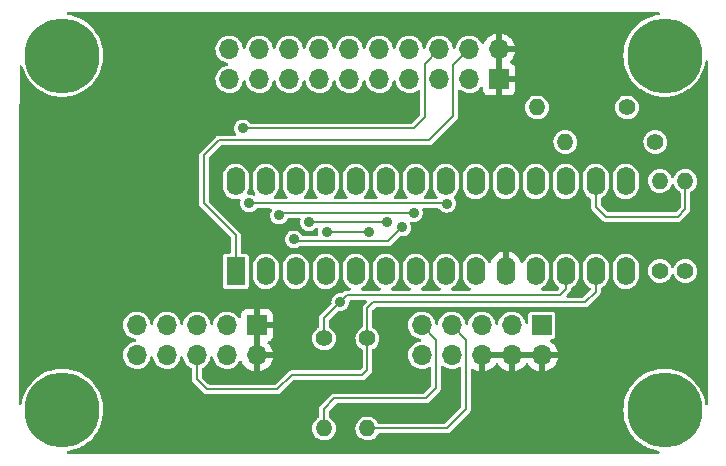
<source format=gbl>
%TF.GenerationSoftware,KiCad,Pcbnew,(6.0.1)*%
%TF.CreationDate,2022-06-02T17:31:24-04:00*%
%TF.ProjectId,SWLEDX8-I2C,53574c45-4458-4382-9d49-32432e6b6963,X1*%
%TF.SameCoordinates,Original*%
%TF.FileFunction,Copper,L2,Bot*%
%TF.FilePolarity,Positive*%
%FSLAX46Y46*%
G04 Gerber Fmt 4.6, Leading zero omitted, Abs format (unit mm)*
G04 Created by KiCad (PCBNEW (6.0.1)) date 2022-06-02 17:31:24*
%MOMM*%
%LPD*%
G01*
G04 APERTURE LIST*
%TA.AperFunction,ComponentPad*%
%ADD10C,1.400000*%
%TD*%
%TA.AperFunction,ComponentPad*%
%ADD11O,1.400000X1.400000*%
%TD*%
%TA.AperFunction,ComponentPad*%
%ADD12C,6.350000*%
%TD*%
%TA.AperFunction,ComponentPad*%
%ADD13R,1.700000X1.700000*%
%TD*%
%TA.AperFunction,ComponentPad*%
%ADD14O,1.700000X1.700000*%
%TD*%
%TA.AperFunction,ComponentPad*%
%ADD15R,1.600000X2.400000*%
%TD*%
%TA.AperFunction,ComponentPad*%
%ADD16O,1.600000X2.400000*%
%TD*%
%TA.AperFunction,ViaPad*%
%ADD17C,0.889000*%
%TD*%
%TA.AperFunction,Conductor*%
%ADD18C,0.203200*%
%TD*%
G04 APERTURE END LIST*
D10*
%TO.P,R1,1*%
%TO.N,VCC*%
X51816000Y-8382000D03*
D11*
%TO.P,R1,2*%
%TO.N,/RST*%
X44196000Y-8382000D03*
%TD*%
D10*
%TO.P,R3,1*%
%TO.N,VCC*%
X54610000Y-22225000D03*
D11*
%TO.P,R3,2*%
%TO.N,/A0*%
X54610000Y-14605000D03*
%TD*%
D10*
%TO.P,R4,1*%
%TO.N,VCC*%
X56769000Y-22225000D03*
D11*
%TO.P,R4,2*%
%TO.N,/A1*%
X56769000Y-14605000D03*
%TD*%
D10*
%TO.P,R2,1*%
%TO.N,VCC*%
X54229000Y-11303000D03*
D11*
%TO.P,R2,2*%
%TO.N,/A2*%
X46609000Y-11303000D03*
%TD*%
D10*
%TO.P,R5,1*%
%TO.N,/SCL*%
X26162000Y-27940000D03*
D11*
%TO.P,R5,2*%
%TO.N,Net-(P3-Pad9)*%
X26162000Y-35560000D03*
%TD*%
D10*
%TO.P,R6,1*%
%TO.N,/SDA*%
X29845000Y-27940000D03*
D11*
%TO.P,R6,2*%
%TO.N,Net-(P3-Pad7)*%
X29845000Y-35560000D03*
%TD*%
D12*
%TO.P,MTG?1,1*%
%TO.N,N/C*%
X55000000Y-34000000D03*
%TD*%
%TO.P,MTG1,1*%
%TO.N,N/C*%
X55000000Y-4000000D03*
%TD*%
%TO.P,MTG2,1*%
%TO.N,N/C*%
X4000000Y-4000000D03*
%TD*%
%TO.P,MTG3,1*%
%TO.N,N/C*%
X4000000Y-34000000D03*
%TD*%
D13*
%TO.P,P3,1,P1*%
%TO.N,/A0*%
X44610000Y-26830000D03*
D14*
%TO.P,P3,2,P2*%
%TO.N,GND*%
X44610000Y-29370000D03*
%TO.P,P3,3,P3*%
%TO.N,/A1*%
X42070000Y-26830000D03*
%TO.P,P3,4,P4*%
%TO.N,GND*%
X42070000Y-29370000D03*
%TO.P,P3,5,P5*%
%TO.N,/A2*%
X39530000Y-26830000D03*
%TO.P,P3,6,P6*%
%TO.N,GND*%
X39530000Y-29370000D03*
%TO.P,P3,7,P7*%
%TO.N,Net-(P3-Pad7)*%
X36990000Y-26830000D03*
%TO.P,P3,8,P8*%
%TO.N,VCC*%
X36990000Y-29370000D03*
%TO.P,P3,9,P9*%
%TO.N,Net-(P3-Pad9)*%
X34450000Y-26830000D03*
%TO.P,P3,10,P10*%
%TO.N,VCC*%
X34450000Y-29370000D03*
%TD*%
D15*
%TO.P,U1,1,GPB0*%
%TO.N,/L0*%
X18702000Y-22258000D03*
D16*
%TO.P,U1,2,GPB1*%
%TO.N,/L1*%
X21242000Y-22258000D03*
%TO.P,U1,3,GPB2*%
%TO.N,/L2*%
X23782000Y-22258000D03*
%TO.P,U1,4,GPB3*%
%TO.N,/L3*%
X26322000Y-22258000D03*
%TO.P,U1,5,GPB4*%
%TO.N,/L4*%
X28862000Y-22258000D03*
%TO.P,U1,6,GPB5*%
%TO.N,/L5*%
X31402000Y-22258000D03*
%TO.P,U1,7,GPB6*%
%TO.N,/L6*%
X33942000Y-22258000D03*
%TO.P,U1,8,GPB7*%
%TO.N,/L7*%
X36482000Y-22258000D03*
%TO.P,U1,9,VDD*%
%TO.N,VCC*%
X39022000Y-22258000D03*
%TO.P,U1,10,VSS*%
%TO.N,GND*%
X41562000Y-22258000D03*
%TO.P,U1,11*%
%TO.N,N/C*%
X44102000Y-22258000D03*
%TO.P,U1,12,SCL*%
%TO.N,/SCL*%
X46642000Y-22258000D03*
%TO.P,U1,13,SDA*%
%TO.N,/SDA*%
X49182000Y-22258000D03*
%TO.P,U1,14*%
%TO.N,N/C*%
X51722000Y-22258000D03*
%TO.P,U1,15,A0*%
%TO.N,/A0*%
X51722000Y-14638000D03*
%TO.P,U1,16,A1*%
%TO.N,/A1*%
X49182000Y-14638000D03*
%TO.P,U1,17,A2*%
%TO.N,/A2*%
X46642000Y-14638000D03*
%TO.P,U1,18,~{RST}*%
%TO.N,/RST*%
X44102000Y-14638000D03*
%TO.P,U1,19,INTB*%
%TO.N,unconnected-(U1-Pad19)*%
X41562000Y-14638000D03*
%TO.P,U1,20,INTA*%
%TO.N,/INTS*%
X39022000Y-14638000D03*
%TO.P,U1,21,GPA0*%
%TO.N,/S0*%
X36482000Y-14638000D03*
%TO.P,U1,22,GPA1*%
%TO.N,/S1*%
X33942000Y-14638000D03*
%TO.P,U1,23,GPA2*%
%TO.N,/S2*%
X31402000Y-14638000D03*
%TO.P,U1,24,GPS3*%
%TO.N,/S3*%
X28862000Y-14638000D03*
%TO.P,U1,25,GPA4*%
%TO.N,/S4*%
X26322000Y-14638000D03*
%TO.P,U1,26,GPA5*%
%TO.N,/S5*%
X23782000Y-14638000D03*
%TO.P,U1,27,GPA6*%
%TO.N,/S6*%
X21242000Y-14638000D03*
%TO.P,U1,28,GPA7*%
%TO.N,/S7*%
X18702000Y-14638000D03*
%TD*%
D13*
%TO.P,P2,1,P1*%
%TO.N,GND*%
X20480000Y-26830000D03*
D14*
%TO.P,P2,2,P2*%
X20480000Y-29370000D03*
%TO.P,P2,3,P3*%
%TO.N,VCC*%
X17940000Y-26830000D03*
%TO.P,P2,4,P4*%
X17940000Y-29370000D03*
%TO.P,P2,5,P5*%
%TO.N,/SDA*%
X15400000Y-26830000D03*
%TO.P,P2,6,P6*%
X15400000Y-29370000D03*
%TO.P,P2,7,P7*%
%TO.N,/SCL*%
X12860000Y-26830000D03*
%TO.P,P2,8,P8*%
X12860000Y-29370000D03*
%TO.P,P2,9,P9*%
%TO.N,/INTS*%
X10320000Y-26830000D03*
%TO.P,P2,10,P10*%
X10320000Y-29370000D03*
%TD*%
D13*
%TO.P,P1,1,P1*%
%TO.N,GND*%
X41000000Y-6000000D03*
D14*
%TO.P,P1,2,P2*%
X41000000Y-3460000D03*
%TO.P,P1,3,P3*%
%TO.N,/S0*%
X38460000Y-6000000D03*
%TO.P,P1,4,P4*%
%TO.N,/L0*%
X38460000Y-3460000D03*
%TO.P,P1,5,P5*%
%TO.N,/S1*%
X35920000Y-6000000D03*
%TO.P,P1,6,P6*%
%TO.N,/L1*%
X35920000Y-3460000D03*
%TO.P,P1,7,P7*%
%TO.N,/S2*%
X33380000Y-6000000D03*
%TO.P,P1,8,P8*%
%TO.N,/L2*%
X33380000Y-3460000D03*
%TO.P,P1,9,P9*%
%TO.N,/S3*%
X30840000Y-6000000D03*
%TO.P,P1,10,P10*%
%TO.N,/L3*%
X30840000Y-3460000D03*
%TO.P,P1,11,P11*%
%TO.N,/S4*%
X28300000Y-6000000D03*
%TO.P,P1,12,P12*%
%TO.N,/L4*%
X28300000Y-3460000D03*
%TO.P,P1,13,P13*%
%TO.N,/S5*%
X25760000Y-6000000D03*
%TO.P,P1,14,P14*%
%TO.N,/L5*%
X25760000Y-3460000D03*
%TO.P,P1,15,P15*%
%TO.N,/S6*%
X23220000Y-6000000D03*
%TO.P,P1,16,P16*%
%TO.N,/L6*%
X23220000Y-3460000D03*
%TO.P,P1,17,P17*%
%TO.N,/S7*%
X20680000Y-6000000D03*
%TO.P,P1,18,P18*%
%TO.N,/L7*%
X20680000Y-3460000D03*
%TO.P,P1,19,P19*%
%TO.N,VCC*%
X18140000Y-6000000D03*
%TO.P,P1,20,P20*%
X18140000Y-3460000D03*
%TD*%
D17*
%TO.N,/L1*%
X19304000Y-10160000D03*
%TO.N,/L2*%
X23622000Y-19558000D03*
X32766000Y-18542000D03*
%TO.N,/L3*%
X29972000Y-18908800D03*
X26416000Y-18908800D03*
%TO.N,/L5*%
X24892000Y-18109200D03*
X31496000Y-18109200D03*
%TO.N,/SCL*%
X27559000Y-24835600D03*
%TO.N,/L6*%
X33782000Y-17309600D03*
X22352000Y-17526000D03*
%TO.N,/L7*%
X19812000Y-16510000D03*
X36577466Y-16532955D03*
%TD*%
D18*
%TO.N,/L0*%
X16002000Y-16510000D02*
X16002000Y-12446000D01*
X18702000Y-22258000D02*
X18702000Y-19210000D01*
X37125111Y-4794889D02*
X38460000Y-3460000D01*
X18702000Y-19210000D02*
X16002000Y-16510000D01*
X16002000Y-12446000D02*
X17272000Y-11176000D01*
X17272000Y-11176000D02*
X35052000Y-11176000D01*
X35052000Y-11176000D02*
X37125111Y-9102889D01*
X37125111Y-9102889D02*
X37125111Y-4794889D01*
%TO.N,/L1*%
X33782000Y-10160000D02*
X19304000Y-10160000D01*
X35920000Y-3460000D02*
X34714889Y-4665111D01*
X34714889Y-4665111D02*
X34714889Y-9227111D01*
X34714889Y-9227111D02*
X33782000Y-10160000D01*
%TO.N,/L2*%
X23622000Y-19558000D02*
X23772411Y-19708411D01*
X31599589Y-19708411D02*
X32766000Y-18542000D01*
X23772411Y-19708411D02*
X31599589Y-19708411D01*
%TO.N,/L3*%
X26416000Y-18908800D02*
X29972000Y-18908800D01*
%TO.N,/L5*%
X31496000Y-18109200D02*
X24892000Y-18109200D01*
%TO.N,/SDA*%
X23431500Y-31051500D02*
X29400500Y-31051500D01*
X29845000Y-25400000D02*
X29845000Y-27940000D01*
X15400000Y-31402000D02*
X16256000Y-32258000D01*
X30353000Y-24892000D02*
X29845000Y-25400000D01*
X22225000Y-32258000D02*
X23431500Y-31051500D01*
X49182000Y-23970000D02*
X48260000Y-24892000D01*
X15400000Y-29370000D02*
X15400000Y-31402000D01*
X49182000Y-22258000D02*
X49182000Y-23970000D01*
X29845000Y-30607000D02*
X29845000Y-27940000D01*
X16256000Y-32258000D02*
X22225000Y-32258000D01*
X48260000Y-24892000D02*
X30353000Y-24892000D01*
X29400500Y-31051500D02*
X29845000Y-30607000D01*
%TO.N,/SCL*%
X46134000Y-24290000D02*
X46642000Y-23782000D01*
X46642000Y-23782000D02*
X46642000Y-22258000D01*
X26162000Y-26232600D02*
X27559000Y-24835600D01*
X26162000Y-27940000D02*
X26162000Y-26232600D01*
X28104600Y-24290000D02*
X27559000Y-24835600D01*
X28104600Y-24290000D02*
X46134000Y-24290000D01*
%TO.N,Net-(P3-Pad7)*%
X36576000Y-35560000D02*
X38195111Y-33940889D01*
X38195111Y-33940889D02*
X38195111Y-28035111D01*
X38195111Y-28035111D02*
X36990000Y-26830000D01*
X29845000Y-35560000D02*
X36576000Y-35560000D01*
%TO.N,Net-(P3-Pad9)*%
X26162000Y-35560000D02*
X26162000Y-33909000D01*
X26162000Y-33909000D02*
X27051000Y-33020000D01*
X27051000Y-33020000D02*
X34798000Y-33020000D01*
X35655111Y-32162889D02*
X35655111Y-28035111D01*
X35655111Y-28035111D02*
X34450000Y-26830000D01*
X34798000Y-33020000D02*
X35655111Y-32162889D01*
%TO.N,/L6*%
X22568400Y-17309600D02*
X22352000Y-17526000D01*
X22568400Y-17309600D02*
X33782000Y-17309600D01*
%TO.N,/L7*%
X20320000Y-16510000D02*
X19812000Y-16510000D01*
X34544000Y-16510000D02*
X20320000Y-16510000D01*
X19812011Y-16509989D02*
X19812000Y-16510000D01*
X36554500Y-16509989D02*
X19812011Y-16509989D01*
X35306000Y-16510000D02*
X34544000Y-16510000D01*
X36577466Y-16532955D02*
X36554500Y-16509989D01*
%TO.N,/A1*%
X49182000Y-16797000D02*
X50038000Y-17653000D01*
X49182000Y-14638000D02*
X49182000Y-16797000D01*
X56134000Y-17653000D02*
X56769000Y-17018000D01*
X50038000Y-17653000D02*
X56134000Y-17653000D01*
X56769000Y-17018000D02*
X56769000Y-14605000D01*
%TD*%
%TA.AperFunction,Conductor*%
%TO.N,GND*%
G36*
X54550059Y-324802D02*
G01*
X54596552Y-378458D01*
X54606656Y-448732D01*
X54577162Y-513312D01*
X54517436Y-551696D01*
X54501650Y-555249D01*
X54275412Y-591081D01*
X53923052Y-685496D01*
X53582492Y-816225D01*
X53579552Y-817723D01*
X53260403Y-980337D01*
X53260396Y-980341D01*
X53257462Y-981836D01*
X52951524Y-1180514D01*
X52668029Y-1410084D01*
X52410084Y-1668029D01*
X52180514Y-1951524D01*
X51981836Y-2257462D01*
X51980341Y-2260396D01*
X51980337Y-2260403D01*
X51901195Y-2415729D01*
X51816225Y-2582492D01*
X51685496Y-2923052D01*
X51591081Y-3275412D01*
X51577111Y-3363619D01*
X51535390Y-3627036D01*
X51534016Y-3635710D01*
X51514924Y-4000000D01*
X51534016Y-4364290D01*
X51534529Y-4367530D01*
X51534530Y-4367538D01*
X51557495Y-4512530D01*
X51591081Y-4724588D01*
X51685496Y-5076948D01*
X51816225Y-5417508D01*
X51817723Y-5420448D01*
X51976697Y-5732452D01*
X51981836Y-5742538D01*
X51983632Y-5745304D01*
X51983634Y-5745307D01*
X52015460Y-5794315D01*
X52180514Y-6048476D01*
X52410084Y-6331971D01*
X52668029Y-6589916D01*
X52951524Y-6819486D01*
X52981405Y-6838891D01*
X53237153Y-7004975D01*
X53257462Y-7018164D01*
X53260396Y-7019659D01*
X53260403Y-7019663D01*
X53533199Y-7158659D01*
X53582492Y-7183775D01*
X53923052Y-7314504D01*
X54275412Y-7408919D01*
X54466987Y-7439261D01*
X54632462Y-7465470D01*
X54632470Y-7465471D01*
X54635710Y-7465984D01*
X55000000Y-7485076D01*
X55364290Y-7465984D01*
X55367530Y-7465471D01*
X55367538Y-7465470D01*
X55533013Y-7439261D01*
X55724588Y-7408919D01*
X56076948Y-7314504D01*
X56417508Y-7183775D01*
X56466801Y-7158659D01*
X56739597Y-7019663D01*
X56739604Y-7019659D01*
X56742538Y-7018164D01*
X56762848Y-7004975D01*
X57018595Y-6838891D01*
X57048476Y-6819486D01*
X57331971Y-6589916D01*
X57589916Y-6331971D01*
X57819486Y-6048476D01*
X57984540Y-5794315D01*
X58016366Y-5745307D01*
X58016368Y-5745304D01*
X58018164Y-5742538D01*
X58023304Y-5732452D01*
X58182277Y-5420448D01*
X58183775Y-5417508D01*
X58314504Y-5076948D01*
X58408919Y-4724588D01*
X58444751Y-4498351D01*
X58475163Y-4434198D01*
X58535431Y-4396671D01*
X58606421Y-4397685D01*
X58665593Y-4436918D01*
X58694161Y-4501913D01*
X58695200Y-4518062D01*
X58695200Y-33481938D01*
X58675198Y-33550059D01*
X58621542Y-33596552D01*
X58551268Y-33606656D01*
X58486688Y-33577162D01*
X58448304Y-33517436D01*
X58444751Y-33501649D01*
X58432912Y-33426900D01*
X58408919Y-33275412D01*
X58314504Y-32923052D01*
X58183775Y-32582492D01*
X58088856Y-32396202D01*
X58019663Y-32260403D01*
X58019659Y-32260396D01*
X58018164Y-32257462D01*
X57998600Y-32227335D01*
X57821288Y-31954299D01*
X57819486Y-31951524D01*
X57589916Y-31668029D01*
X57331971Y-31410084D01*
X57048476Y-31180514D01*
X56742538Y-30981836D01*
X56739604Y-30980341D01*
X56739597Y-30980337D01*
X56420448Y-30817723D01*
X56417508Y-30816225D01*
X56135552Y-30707992D01*
X56080038Y-30686682D01*
X56080036Y-30686681D01*
X56076948Y-30685496D01*
X55724588Y-30591081D01*
X55533013Y-30560739D01*
X55367538Y-30534530D01*
X55367530Y-30534529D01*
X55364290Y-30534016D01*
X55000000Y-30514924D01*
X54635710Y-30534016D01*
X54632470Y-30534529D01*
X54632462Y-30534530D01*
X54466987Y-30560739D01*
X54275412Y-30591081D01*
X53923052Y-30685496D01*
X53919964Y-30686681D01*
X53919962Y-30686682D01*
X53864448Y-30707992D01*
X53582492Y-30816225D01*
X53579552Y-30817723D01*
X53260403Y-30980337D01*
X53260396Y-30980341D01*
X53257462Y-30981836D01*
X52951524Y-31180514D01*
X52668029Y-31410084D01*
X52410084Y-31668029D01*
X52180514Y-31951524D01*
X52178712Y-31954299D01*
X52001401Y-32227335D01*
X51981836Y-32257462D01*
X51980341Y-32260396D01*
X51980337Y-32260403D01*
X51911144Y-32396202D01*
X51816225Y-32582492D01*
X51685496Y-32923052D01*
X51591081Y-33275412D01*
X51568675Y-33416881D01*
X51538618Y-33606656D01*
X51534016Y-33635710D01*
X51514924Y-34000000D01*
X51534016Y-34364290D01*
X51591081Y-34724588D01*
X51685496Y-35076948D01*
X51686681Y-35080036D01*
X51686682Y-35080038D01*
X51707050Y-35133098D01*
X51816225Y-35417508D01*
X51817723Y-35420448D01*
X51978613Y-35736212D01*
X51981836Y-35742538D01*
X51983632Y-35745304D01*
X51983634Y-35745307D01*
X52100938Y-35925939D01*
X52180514Y-36048476D01*
X52410084Y-36331971D01*
X52668029Y-36589916D01*
X52951524Y-36819486D01*
X53257462Y-37018164D01*
X53260396Y-37019659D01*
X53260403Y-37019663D01*
X53363998Y-37072447D01*
X53582492Y-37183775D01*
X53923052Y-37314504D01*
X54275412Y-37408919D01*
X54501649Y-37444751D01*
X54565802Y-37475163D01*
X54603329Y-37535431D01*
X54602315Y-37606421D01*
X54563082Y-37665593D01*
X54498087Y-37694161D01*
X54481938Y-37695200D01*
X4518062Y-37695200D01*
X4449941Y-37675198D01*
X4403448Y-37621542D01*
X4393344Y-37551268D01*
X4422838Y-37486688D01*
X4482564Y-37448304D01*
X4498351Y-37444751D01*
X4724588Y-37408919D01*
X5076948Y-37314504D01*
X5417508Y-37183775D01*
X5636002Y-37072447D01*
X5739597Y-37019663D01*
X5739604Y-37019659D01*
X5742538Y-37018164D01*
X6048476Y-36819486D01*
X6331971Y-36589916D01*
X6589916Y-36331971D01*
X6819486Y-36048476D01*
X6899062Y-35925939D01*
X7016366Y-35745307D01*
X7016368Y-35745304D01*
X7018164Y-35742538D01*
X7021388Y-35736212D01*
X7118358Y-35545896D01*
X25151934Y-35545896D01*
X25168432Y-35742354D01*
X25170131Y-35748279D01*
X25219726Y-35921239D01*
X25222773Y-35931866D01*
X25225592Y-35937351D01*
X25310072Y-36101732D01*
X25310075Y-36101737D01*
X25312890Y-36107214D01*
X25435349Y-36261719D01*
X25440042Y-36265713D01*
X25440043Y-36265714D01*
X25514870Y-36329396D01*
X25585486Y-36389495D01*
X25757582Y-36485677D01*
X25945082Y-36546599D01*
X26140845Y-36569942D01*
X26146980Y-36569470D01*
X26146982Y-36569470D01*
X26331272Y-36555290D01*
X26331277Y-36555289D01*
X26337413Y-36554817D01*
X26343343Y-36553161D01*
X26343345Y-36553161D01*
X26432357Y-36528308D01*
X26527300Y-36501800D01*
X26555449Y-36487581D01*
X26697772Y-36415689D01*
X26697774Y-36415688D01*
X26703273Y-36412910D01*
X26858629Y-36291532D01*
X26987450Y-36142291D01*
X27038207Y-36052943D01*
X27081785Y-35976234D01*
X27081787Y-35976229D01*
X27084831Y-35970871D01*
X27147061Y-35783800D01*
X27171770Y-35588205D01*
X27172164Y-35560000D01*
X27152926Y-35363791D01*
X27095943Y-35175056D01*
X27082738Y-35150221D01*
X27006283Y-35006430D01*
X27006281Y-35006428D01*
X27003387Y-35000984D01*
X26878783Y-34848204D01*
X26726877Y-34722536D01*
X26721460Y-34719607D01*
X26721457Y-34719605D01*
X26636441Y-34673638D01*
X26634971Y-34672843D01*
X26584563Y-34622850D01*
X26568900Y-34562008D01*
X26568900Y-34129733D01*
X26588902Y-34061612D01*
X26605805Y-34040638D01*
X27182638Y-33463805D01*
X27244950Y-33429779D01*
X27271733Y-33426900D01*
X34862446Y-33426900D01*
X34883848Y-33419946D01*
X34903074Y-33415330D01*
X34915513Y-33413360D01*
X34925306Y-33411809D01*
X34945359Y-33401592D01*
X34963620Y-33394028D01*
X34975597Y-33390136D01*
X34975599Y-33390135D01*
X34985032Y-33387070D01*
X35003241Y-33373840D01*
X35020096Y-33363510D01*
X35040151Y-33353292D01*
X35988403Y-32405040D01*
X35998621Y-32384985D01*
X36008951Y-32368130D01*
X36016350Y-32357946D01*
X36022181Y-32349921D01*
X36025247Y-32340486D01*
X36029139Y-32328509D01*
X36036703Y-32310247D01*
X36042419Y-32299029D01*
X36042419Y-32299028D01*
X36046920Y-32290195D01*
X36050441Y-32267963D01*
X36055057Y-32248737D01*
X36058946Y-32236768D01*
X36062011Y-32227335D01*
X36062011Y-30374975D01*
X36082013Y-30306854D01*
X36135669Y-30260361D01*
X36205943Y-30250257D01*
X36258741Y-30273315D01*
X36259832Y-30271683D01*
X36436377Y-30389647D01*
X36441685Y-30391928D01*
X36441686Y-30391928D01*
X36626160Y-30471184D01*
X36626163Y-30471185D01*
X36631463Y-30473462D01*
X36637092Y-30474736D01*
X36637093Y-30474736D01*
X36832921Y-30519048D01*
X36832924Y-30519048D01*
X36838557Y-30520323D01*
X36844328Y-30520550D01*
X36844330Y-30520550D01*
X36909086Y-30523094D01*
X37050723Y-30528659D01*
X37169438Y-30511446D01*
X37255141Y-30499020D01*
X37255146Y-30499019D01*
X37260855Y-30498191D01*
X37266319Y-30496336D01*
X37266324Y-30496335D01*
X37456448Y-30431796D01*
X37461916Y-30429940D01*
X37466948Y-30427122D01*
X37466959Y-30427117D01*
X37600645Y-30352249D01*
X37669853Y-30336415D01*
X37736635Y-30360512D01*
X37779788Y-30416889D01*
X37788211Y-30462183D01*
X37788211Y-33720156D01*
X37768209Y-33788277D01*
X37751306Y-33809251D01*
X36444362Y-35116195D01*
X36382050Y-35150221D01*
X36355267Y-35153100D01*
X30842977Y-35153100D01*
X30774856Y-35133098D01*
X30731726Y-35086254D01*
X30689283Y-35006430D01*
X30689282Y-35006428D01*
X30686387Y-35000984D01*
X30561783Y-34848204D01*
X30409877Y-34722536D01*
X30404460Y-34719607D01*
X30404457Y-34719605D01*
X30241872Y-34631696D01*
X30241868Y-34631694D01*
X30236454Y-34628767D01*
X30230574Y-34626947D01*
X30230572Y-34626946D01*
X30142288Y-34599618D01*
X30048122Y-34570468D01*
X30042004Y-34569825D01*
X30041999Y-34569824D01*
X29858181Y-34550505D01*
X29858179Y-34550505D01*
X29852052Y-34549861D01*
X29769586Y-34557366D01*
X29661853Y-34567170D01*
X29661850Y-34567171D01*
X29655714Y-34567729D01*
X29649808Y-34569467D01*
X29649804Y-34569468D01*
X29508547Y-34611042D01*
X29466586Y-34623392D01*
X29291871Y-34714731D01*
X29287071Y-34718591D01*
X29287070Y-34718591D01*
X29275645Y-34727777D01*
X29138225Y-34838265D01*
X29011500Y-34989291D01*
X29008536Y-34994683D01*
X29008533Y-34994687D01*
X28958194Y-35086254D01*
X28916523Y-35162054D01*
X28914662Y-35167921D01*
X28914661Y-35167923D01*
X28912399Y-35175056D01*
X28856911Y-35349975D01*
X28834934Y-35545896D01*
X28851432Y-35742354D01*
X28853131Y-35748279D01*
X28902726Y-35921239D01*
X28905773Y-35931866D01*
X28908592Y-35937351D01*
X28993072Y-36101732D01*
X28993075Y-36101737D01*
X28995890Y-36107214D01*
X29118349Y-36261719D01*
X29123042Y-36265713D01*
X29123043Y-36265714D01*
X29197870Y-36329396D01*
X29268486Y-36389495D01*
X29440582Y-36485677D01*
X29628082Y-36546599D01*
X29823845Y-36569942D01*
X29829980Y-36569470D01*
X29829982Y-36569470D01*
X30014272Y-36555290D01*
X30014277Y-36555289D01*
X30020413Y-36554817D01*
X30026343Y-36553161D01*
X30026345Y-36553161D01*
X30115357Y-36528308D01*
X30210300Y-36501800D01*
X30238449Y-36487581D01*
X30380772Y-36415689D01*
X30380774Y-36415688D01*
X30386273Y-36412910D01*
X30541629Y-36291532D01*
X30670450Y-36142291D01*
X30733864Y-36030663D01*
X30784903Y-35981312D01*
X30843420Y-35966900D01*
X36640446Y-35966900D01*
X36661848Y-35959946D01*
X36681074Y-35955330D01*
X36693513Y-35953360D01*
X36703306Y-35951809D01*
X36723359Y-35941592D01*
X36741620Y-35934028D01*
X36753597Y-35930136D01*
X36753599Y-35930135D01*
X36763032Y-35927070D01*
X36781241Y-35913840D01*
X36798096Y-35903510D01*
X36818151Y-35893292D01*
X38528403Y-34183040D01*
X38538621Y-34162985D01*
X38548951Y-34146130D01*
X38556350Y-34135946D01*
X38562181Y-34127921D01*
X38565247Y-34118486D01*
X38569139Y-34106509D01*
X38576703Y-34088247D01*
X38582419Y-34077029D01*
X38582419Y-34077028D01*
X38586920Y-34068195D01*
X38590441Y-34045963D01*
X38595057Y-34026737D01*
X38598946Y-34014768D01*
X38602011Y-34005335D01*
X38602011Y-30620234D01*
X38622013Y-30552113D01*
X38675669Y-30505620D01*
X38745943Y-30495516D01*
X38791581Y-30511446D01*
X38936756Y-30596279D01*
X38946042Y-30600729D01*
X39145001Y-30676703D01*
X39154899Y-30679579D01*
X39258250Y-30700606D01*
X39272299Y-30699410D01*
X39276000Y-30689065D01*
X39276000Y-30688517D01*
X39784000Y-30688517D01*
X39788064Y-30702359D01*
X39801478Y-30704393D01*
X39808184Y-30703534D01*
X39818262Y-30701392D01*
X40022255Y-30640191D01*
X40031842Y-30636433D01*
X40223095Y-30542739D01*
X40231945Y-30537464D01*
X40405328Y-30413792D01*
X40413200Y-30407139D01*
X40564052Y-30256812D01*
X40570730Y-30248965D01*
X40698022Y-30071819D01*
X40699147Y-30072627D01*
X40746669Y-30028876D01*
X40816607Y-30016661D01*
X40882046Y-30044197D01*
X40909870Y-30076028D01*
X40967690Y-30170383D01*
X40973777Y-30178699D01*
X41113213Y-30339667D01*
X41120580Y-30346883D01*
X41284434Y-30482916D01*
X41292881Y-30488831D01*
X41476756Y-30596279D01*
X41486042Y-30600729D01*
X41685001Y-30676703D01*
X41694899Y-30679579D01*
X41798250Y-30700606D01*
X41812299Y-30699410D01*
X41816000Y-30689065D01*
X41816000Y-30688517D01*
X42324000Y-30688517D01*
X42328064Y-30702359D01*
X42341478Y-30704393D01*
X42348184Y-30703534D01*
X42358262Y-30701392D01*
X42562255Y-30640191D01*
X42571842Y-30636433D01*
X42763095Y-30542739D01*
X42771945Y-30537464D01*
X42945328Y-30413792D01*
X42953200Y-30407139D01*
X43104052Y-30256812D01*
X43110730Y-30248965D01*
X43238022Y-30071819D01*
X43239147Y-30072627D01*
X43286669Y-30028876D01*
X43356607Y-30016661D01*
X43422046Y-30044197D01*
X43449870Y-30076028D01*
X43507690Y-30170383D01*
X43513777Y-30178699D01*
X43653213Y-30339667D01*
X43660580Y-30346883D01*
X43824434Y-30482916D01*
X43832881Y-30488831D01*
X44016756Y-30596279D01*
X44026042Y-30600729D01*
X44225001Y-30676703D01*
X44234899Y-30679579D01*
X44338250Y-30700606D01*
X44352299Y-30699410D01*
X44356000Y-30689065D01*
X44356000Y-30688517D01*
X44864000Y-30688517D01*
X44868064Y-30702359D01*
X44881478Y-30704393D01*
X44888184Y-30703534D01*
X44898262Y-30701392D01*
X45102255Y-30640191D01*
X45111842Y-30636433D01*
X45303095Y-30542739D01*
X45311945Y-30537464D01*
X45485328Y-30413792D01*
X45493200Y-30407139D01*
X45644052Y-30256812D01*
X45650730Y-30248965D01*
X45775003Y-30076020D01*
X45780313Y-30067183D01*
X45874670Y-29876267D01*
X45878469Y-29866672D01*
X45940377Y-29662910D01*
X45942555Y-29652837D01*
X45943986Y-29641962D01*
X45941775Y-29627778D01*
X45928617Y-29624000D01*
X44882115Y-29624000D01*
X44866876Y-29628475D01*
X44865671Y-29629865D01*
X44864000Y-29637548D01*
X44864000Y-30688517D01*
X44356000Y-30688517D01*
X44356000Y-29642115D01*
X44351525Y-29626876D01*
X44350135Y-29625671D01*
X44342452Y-29624000D01*
X42342115Y-29624000D01*
X42326876Y-29628475D01*
X42325671Y-29629865D01*
X42324000Y-29637548D01*
X42324000Y-30688517D01*
X41816000Y-30688517D01*
X41816000Y-29642115D01*
X41811525Y-29626876D01*
X41810135Y-29625671D01*
X41802452Y-29624000D01*
X39802115Y-29624000D01*
X39786876Y-29628475D01*
X39785671Y-29629865D01*
X39784000Y-29637548D01*
X39784000Y-30688517D01*
X39276000Y-30688517D01*
X39276000Y-29242000D01*
X39296002Y-29173879D01*
X39349658Y-29127386D01*
X39402000Y-29116000D01*
X45928344Y-29116000D01*
X45941875Y-29112027D01*
X45943180Y-29102947D01*
X45901214Y-28935875D01*
X45897894Y-28926124D01*
X45812972Y-28730814D01*
X45808105Y-28721739D01*
X45692426Y-28542926D01*
X45686136Y-28534757D01*
X45542806Y-28377240D01*
X45535273Y-28370215D01*
X45368139Y-28238222D01*
X45359552Y-28232517D01*
X45339791Y-28221608D01*
X45289820Y-28171175D01*
X45275049Y-28101732D01*
X45300166Y-28035327D01*
X45357197Y-27993043D01*
X45400685Y-27985300D01*
X45505358Y-27985300D01*
X45516252Y-27984004D01*
X45522593Y-27983250D01*
X45522596Y-27983249D01*
X45531978Y-27982133D01*
X45635919Y-27935964D01*
X45684045Y-27887754D01*
X45708052Y-27863705D01*
X45708053Y-27863703D01*
X45716270Y-27855472D01*
X45762258Y-27751451D01*
X45765300Y-27725358D01*
X45765300Y-25934642D01*
X45764004Y-25923748D01*
X45763250Y-25917407D01*
X45763249Y-25917404D01*
X45762133Y-25908022D01*
X45715964Y-25804081D01*
X45653720Y-25741946D01*
X45643705Y-25731948D01*
X45643703Y-25731947D01*
X45635472Y-25723730D01*
X45531451Y-25677742D01*
X45505358Y-25674700D01*
X43714642Y-25674700D01*
X43703748Y-25675996D01*
X43697407Y-25676750D01*
X43697404Y-25676751D01*
X43688022Y-25677867D01*
X43619490Y-25708308D01*
X43601268Y-25716402D01*
X43584081Y-25724036D01*
X43544002Y-25764186D01*
X43511948Y-25796295D01*
X43511947Y-25796297D01*
X43503730Y-25804528D01*
X43457742Y-25908549D01*
X43454700Y-25934642D01*
X43454700Y-26572339D01*
X43434698Y-26640460D01*
X43381042Y-26686953D01*
X43310768Y-26697057D01*
X43246188Y-26667563D01*
X43207431Y-26606541D01*
X43154754Y-26419764D01*
X43153186Y-26414204D01*
X43059275Y-26223772D01*
X42932233Y-26053642D01*
X42804242Y-25935328D01*
X42780555Y-25913432D01*
X42780552Y-25913430D01*
X42776315Y-25909513D01*
X42596742Y-25796211D01*
X42563068Y-25782776D01*
X42460727Y-25741946D01*
X42399529Y-25717530D01*
X42393861Y-25716403D01*
X42393859Y-25716402D01*
X42196946Y-25677234D01*
X42196944Y-25677234D01*
X42191279Y-25676107D01*
X42185504Y-25676031D01*
X42185500Y-25676031D01*
X42079283Y-25674641D01*
X41978968Y-25673328D01*
X41973271Y-25674307D01*
X41973270Y-25674307D01*
X41775395Y-25708308D01*
X41775392Y-25708309D01*
X41769705Y-25709286D01*
X41570500Y-25782776D01*
X41388023Y-25891339D01*
X41228385Y-26031337D01*
X41224818Y-26035862D01*
X41224813Y-26035867D01*
X41100507Y-26193549D01*
X41096933Y-26198083D01*
X41094245Y-26203192D01*
X41000759Y-26380880D01*
X41000757Y-26380885D01*
X40998070Y-26385992D01*
X40935105Y-26588771D01*
X40926078Y-26665041D01*
X40925690Y-26668321D01*
X40897820Y-26733619D01*
X40839072Y-26773483D01*
X40768097Y-26775258D01*
X40707430Y-26738379D01*
X40676333Y-26674555D01*
X40675092Y-26665041D01*
X40671350Y-26624315D01*
X40671349Y-26624312D01*
X40670821Y-26618561D01*
X40658818Y-26576000D01*
X40614754Y-26419764D01*
X40613186Y-26414204D01*
X40519275Y-26223772D01*
X40392233Y-26053642D01*
X40264242Y-25935328D01*
X40240555Y-25913432D01*
X40240552Y-25913430D01*
X40236315Y-25909513D01*
X40056742Y-25796211D01*
X40023068Y-25782776D01*
X39920727Y-25741946D01*
X39859529Y-25717530D01*
X39853861Y-25716403D01*
X39853859Y-25716402D01*
X39656946Y-25677234D01*
X39656944Y-25677234D01*
X39651279Y-25676107D01*
X39645504Y-25676031D01*
X39645500Y-25676031D01*
X39539283Y-25674641D01*
X39438968Y-25673328D01*
X39433271Y-25674307D01*
X39433270Y-25674307D01*
X39235395Y-25708308D01*
X39235392Y-25708309D01*
X39229705Y-25709286D01*
X39030500Y-25782776D01*
X38848023Y-25891339D01*
X38688385Y-26031337D01*
X38684818Y-26035862D01*
X38684813Y-26035867D01*
X38560507Y-26193549D01*
X38556933Y-26198083D01*
X38554245Y-26203192D01*
X38460759Y-26380880D01*
X38460757Y-26380885D01*
X38458070Y-26385992D01*
X38395105Y-26588771D01*
X38386078Y-26665041D01*
X38385690Y-26668321D01*
X38357820Y-26733619D01*
X38299072Y-26773483D01*
X38228097Y-26775258D01*
X38167430Y-26738379D01*
X38136333Y-26674555D01*
X38135092Y-26665041D01*
X38131350Y-26624315D01*
X38131349Y-26624312D01*
X38130821Y-26618561D01*
X38118818Y-26576000D01*
X38074754Y-26419764D01*
X38073186Y-26414204D01*
X37979275Y-26223772D01*
X37852233Y-26053642D01*
X37724242Y-25935328D01*
X37700555Y-25913432D01*
X37700552Y-25913430D01*
X37696315Y-25909513D01*
X37516742Y-25796211D01*
X37483068Y-25782776D01*
X37380727Y-25741946D01*
X37319529Y-25717530D01*
X37313861Y-25716403D01*
X37313859Y-25716402D01*
X37116946Y-25677234D01*
X37116944Y-25677234D01*
X37111279Y-25676107D01*
X37105504Y-25676031D01*
X37105500Y-25676031D01*
X36999283Y-25674641D01*
X36898968Y-25673328D01*
X36893271Y-25674307D01*
X36893270Y-25674307D01*
X36695395Y-25708308D01*
X36695392Y-25708309D01*
X36689705Y-25709286D01*
X36490500Y-25782776D01*
X36308023Y-25891339D01*
X36148385Y-26031337D01*
X36144818Y-26035862D01*
X36144813Y-26035867D01*
X36020507Y-26193549D01*
X36016933Y-26198083D01*
X36014245Y-26203192D01*
X35920759Y-26380880D01*
X35920757Y-26380885D01*
X35918070Y-26385992D01*
X35855105Y-26588771D01*
X35846078Y-26665041D01*
X35845690Y-26668321D01*
X35817820Y-26733619D01*
X35759072Y-26773483D01*
X35688097Y-26775258D01*
X35627430Y-26738379D01*
X35596333Y-26674555D01*
X35595092Y-26665041D01*
X35591350Y-26624315D01*
X35591349Y-26624312D01*
X35590821Y-26618561D01*
X35578818Y-26576000D01*
X35534754Y-26419764D01*
X35533186Y-26414204D01*
X35439275Y-26223772D01*
X35312233Y-26053642D01*
X35184242Y-25935328D01*
X35160555Y-25913432D01*
X35160552Y-25913430D01*
X35156315Y-25909513D01*
X34976742Y-25796211D01*
X34943068Y-25782776D01*
X34840727Y-25741946D01*
X34779529Y-25717530D01*
X34773861Y-25716403D01*
X34773859Y-25716402D01*
X34576946Y-25677234D01*
X34576944Y-25677234D01*
X34571279Y-25676107D01*
X34565504Y-25676031D01*
X34565500Y-25676031D01*
X34459283Y-25674641D01*
X34358968Y-25673328D01*
X34353271Y-25674307D01*
X34353270Y-25674307D01*
X34155395Y-25708308D01*
X34155392Y-25708309D01*
X34149705Y-25709286D01*
X33950500Y-25782776D01*
X33768023Y-25891339D01*
X33608385Y-26031337D01*
X33604818Y-26035862D01*
X33604813Y-26035867D01*
X33480507Y-26193549D01*
X33476933Y-26198083D01*
X33474245Y-26203192D01*
X33380759Y-26380880D01*
X33380757Y-26380885D01*
X33378070Y-26385992D01*
X33315105Y-26588771D01*
X33290149Y-26799628D01*
X33304036Y-27011503D01*
X33356301Y-27217299D01*
X33445195Y-27410124D01*
X33567740Y-27583521D01*
X33719832Y-27731683D01*
X33724628Y-27734888D01*
X33724631Y-27734890D01*
X33870144Y-27832118D01*
X33896377Y-27849647D01*
X33901685Y-27851928D01*
X33901686Y-27851928D01*
X34086160Y-27931184D01*
X34086163Y-27931185D01*
X34091463Y-27933462D01*
X34097092Y-27934736D01*
X34097093Y-27934736D01*
X34292087Y-27978859D01*
X34354114Y-28013402D01*
X34387618Y-28075996D01*
X34381964Y-28146767D01*
X34338945Y-28203246D01*
X34285617Y-28225932D01*
X34155395Y-28248308D01*
X34155392Y-28248309D01*
X34149705Y-28249286D01*
X33950500Y-28322776D01*
X33768023Y-28431339D01*
X33608385Y-28571337D01*
X33604818Y-28575862D01*
X33604813Y-28575867D01*
X33482663Y-28730814D01*
X33476933Y-28738083D01*
X33474245Y-28743192D01*
X33380759Y-28920880D01*
X33380757Y-28920885D01*
X33378070Y-28925992D01*
X33315105Y-29128771D01*
X33290149Y-29339628D01*
X33304036Y-29551503D01*
X33356301Y-29757299D01*
X33445195Y-29950124D01*
X33567740Y-30123521D01*
X33640202Y-30194111D01*
X33704567Y-30256812D01*
X33719832Y-30271683D01*
X33724628Y-30274888D01*
X33724631Y-30274890D01*
X33870144Y-30372118D01*
X33896377Y-30389647D01*
X33901685Y-30391928D01*
X33901686Y-30391928D01*
X34086160Y-30471184D01*
X34086163Y-30471185D01*
X34091463Y-30473462D01*
X34097092Y-30474736D01*
X34097093Y-30474736D01*
X34292921Y-30519048D01*
X34292924Y-30519048D01*
X34298557Y-30520323D01*
X34304328Y-30520550D01*
X34304330Y-30520550D01*
X34369086Y-30523094D01*
X34510723Y-30528659D01*
X34629438Y-30511446D01*
X34715141Y-30499020D01*
X34715146Y-30499019D01*
X34720855Y-30498191D01*
X34726319Y-30496336D01*
X34726324Y-30496335D01*
X34916448Y-30431796D01*
X34921916Y-30429940D01*
X34926948Y-30427122D01*
X34926959Y-30427117D01*
X35060645Y-30352249D01*
X35129853Y-30336415D01*
X35196635Y-30360512D01*
X35239788Y-30416889D01*
X35248211Y-30462183D01*
X35248211Y-31942156D01*
X35228209Y-32010277D01*
X35211306Y-32031251D01*
X34666362Y-32576195D01*
X34604050Y-32610221D01*
X34577267Y-32613100D01*
X26986554Y-32613100D01*
X26977121Y-32616165D01*
X26965152Y-32620054D01*
X26945926Y-32624670D01*
X26923694Y-32628191D01*
X26914861Y-32632692D01*
X26914860Y-32632692D01*
X26903642Y-32638408D01*
X26885380Y-32645972D01*
X26873403Y-32649864D01*
X26873401Y-32649865D01*
X26863968Y-32652930D01*
X26855943Y-32658761D01*
X26845759Y-32666160D01*
X26828904Y-32676490D01*
X26808849Y-32686708D01*
X25828708Y-33666849D01*
X25824205Y-33675687D01*
X25818492Y-33686900D01*
X25808160Y-33703759D01*
X25794930Y-33721968D01*
X25791865Y-33731401D01*
X25791864Y-33731403D01*
X25787972Y-33743380D01*
X25780408Y-33761641D01*
X25770191Y-33781694D01*
X25768640Y-33791487D01*
X25766670Y-33803926D01*
X25762054Y-33823152D01*
X25755100Y-33844554D01*
X25755100Y-34561976D01*
X25735098Y-34630097D01*
X25687476Y-34673637D01*
X25608871Y-34714731D01*
X25604071Y-34718591D01*
X25604070Y-34718591D01*
X25592645Y-34727777D01*
X25455225Y-34838265D01*
X25328500Y-34989291D01*
X25325536Y-34994683D01*
X25325533Y-34994687D01*
X25275194Y-35086254D01*
X25233523Y-35162054D01*
X25231662Y-35167921D01*
X25231661Y-35167923D01*
X25229399Y-35175056D01*
X25173911Y-35349975D01*
X25151934Y-35545896D01*
X7118358Y-35545896D01*
X7182277Y-35420448D01*
X7183775Y-35417508D01*
X7292950Y-35133098D01*
X7313318Y-35080038D01*
X7313319Y-35080036D01*
X7314504Y-35076948D01*
X7408919Y-34724588D01*
X7465984Y-34364290D01*
X7485076Y-34000000D01*
X7465984Y-33635710D01*
X7461383Y-33606656D01*
X7431325Y-33416881D01*
X7408919Y-33275412D01*
X7314504Y-32923052D01*
X7183775Y-32582492D01*
X7088856Y-32396202D01*
X7019663Y-32260403D01*
X7019659Y-32260396D01*
X7018164Y-32257462D01*
X6998600Y-32227335D01*
X6821288Y-31954299D01*
X6819486Y-31951524D01*
X6589916Y-31668029D01*
X6331971Y-31410084D01*
X6048476Y-31180514D01*
X5742538Y-30981836D01*
X5739604Y-30980341D01*
X5739597Y-30980337D01*
X5420448Y-30817723D01*
X5417508Y-30816225D01*
X5135552Y-30707992D01*
X5080038Y-30686682D01*
X5080036Y-30686681D01*
X5076948Y-30685496D01*
X4724588Y-30591081D01*
X4533013Y-30560739D01*
X4367538Y-30534530D01*
X4367530Y-30534529D01*
X4364290Y-30534016D01*
X4000000Y-30514924D01*
X3635710Y-30534016D01*
X3632470Y-30534529D01*
X3632462Y-30534530D01*
X3466987Y-30560739D01*
X3275412Y-30591081D01*
X2923052Y-30685496D01*
X2919964Y-30686681D01*
X2919962Y-30686682D01*
X2864448Y-30707992D01*
X2582492Y-30816225D01*
X2579552Y-30817723D01*
X2260403Y-30980337D01*
X2260396Y-30980341D01*
X2257462Y-30981836D01*
X1951524Y-31180514D01*
X1668029Y-31410084D01*
X1410084Y-31668029D01*
X1180514Y-31951524D01*
X1178712Y-31954299D01*
X1001401Y-32227335D01*
X981836Y-32257462D01*
X980341Y-32260396D01*
X980337Y-32260403D01*
X911144Y-32396202D01*
X816225Y-32582492D01*
X685496Y-32923052D01*
X591081Y-33275412D01*
X567088Y-33426900D01*
X555249Y-33501649D01*
X524837Y-33565802D01*
X464569Y-33603329D01*
X393579Y-33602315D01*
X334407Y-33563082D01*
X305839Y-33498087D01*
X304800Y-33481938D01*
X304800Y-29339628D01*
X9160149Y-29339628D01*
X9174036Y-29551503D01*
X9226301Y-29757299D01*
X9315195Y-29950124D01*
X9437740Y-30123521D01*
X9510202Y-30194111D01*
X9574567Y-30256812D01*
X9589832Y-30271683D01*
X9594628Y-30274888D01*
X9594631Y-30274890D01*
X9740144Y-30372118D01*
X9766377Y-30389647D01*
X9771685Y-30391928D01*
X9771686Y-30391928D01*
X9956160Y-30471184D01*
X9956163Y-30471185D01*
X9961463Y-30473462D01*
X9967092Y-30474736D01*
X9967093Y-30474736D01*
X10162921Y-30519048D01*
X10162924Y-30519048D01*
X10168557Y-30520323D01*
X10174328Y-30520550D01*
X10174330Y-30520550D01*
X10239086Y-30523094D01*
X10380723Y-30528659D01*
X10499438Y-30511446D01*
X10585141Y-30499020D01*
X10585146Y-30499019D01*
X10590855Y-30498191D01*
X10596319Y-30496336D01*
X10596324Y-30496335D01*
X10786448Y-30431796D01*
X10791916Y-30429940D01*
X10977172Y-30326192D01*
X11140420Y-30190420D01*
X11276192Y-30027172D01*
X11379940Y-29841916D01*
X11410565Y-29751699D01*
X11446335Y-29646324D01*
X11446336Y-29646319D01*
X11448191Y-29640855D01*
X11449019Y-29635146D01*
X11449020Y-29635141D01*
X11460334Y-29557105D01*
X11463287Y-29536738D01*
X11492857Y-29472193D01*
X11552628Y-29433881D01*
X11623625Y-29433965D01*
X11683305Y-29472420D01*
X11712722Y-29537036D01*
X11713565Y-29545147D01*
X11713658Y-29545733D01*
X11714036Y-29551503D01*
X11766301Y-29757299D01*
X11855195Y-29950124D01*
X11977740Y-30123521D01*
X12050202Y-30194111D01*
X12114567Y-30256812D01*
X12129832Y-30271683D01*
X12134628Y-30274888D01*
X12134631Y-30274890D01*
X12280144Y-30372118D01*
X12306377Y-30389647D01*
X12311685Y-30391928D01*
X12311686Y-30391928D01*
X12496160Y-30471184D01*
X12496163Y-30471185D01*
X12501463Y-30473462D01*
X12507092Y-30474736D01*
X12507093Y-30474736D01*
X12702921Y-30519048D01*
X12702924Y-30519048D01*
X12708557Y-30520323D01*
X12714328Y-30520550D01*
X12714330Y-30520550D01*
X12779086Y-30523094D01*
X12920723Y-30528659D01*
X13039438Y-30511446D01*
X13125141Y-30499020D01*
X13125146Y-30499019D01*
X13130855Y-30498191D01*
X13136319Y-30496336D01*
X13136324Y-30496335D01*
X13326448Y-30431796D01*
X13331916Y-30429940D01*
X13517172Y-30326192D01*
X13680420Y-30190420D01*
X13816192Y-30027172D01*
X13919940Y-29841916D01*
X13950565Y-29751699D01*
X13986335Y-29646324D01*
X13986336Y-29646319D01*
X13988191Y-29640855D01*
X13989019Y-29635146D01*
X13989020Y-29635141D01*
X14000334Y-29557105D01*
X14003287Y-29536738D01*
X14032857Y-29472193D01*
X14092628Y-29433881D01*
X14163625Y-29433965D01*
X14223305Y-29472420D01*
X14252722Y-29537036D01*
X14253565Y-29545147D01*
X14253658Y-29545733D01*
X14254036Y-29551503D01*
X14306301Y-29757299D01*
X14395195Y-29950124D01*
X14517740Y-30123521D01*
X14590202Y-30194111D01*
X14654567Y-30256812D01*
X14669832Y-30271683D01*
X14674628Y-30274888D01*
X14674631Y-30274890D01*
X14820144Y-30372118D01*
X14846377Y-30389647D01*
X14851685Y-30391928D01*
X14851686Y-30391928D01*
X14916837Y-30419919D01*
X14971530Y-30465187D01*
X14993100Y-30535687D01*
X14993100Y-31466446D01*
X14996165Y-31475879D01*
X15000054Y-31487848D01*
X15004670Y-31507074D01*
X15008191Y-31529306D01*
X15012692Y-31538139D01*
X15012692Y-31538140D01*
X15018408Y-31549358D01*
X15025972Y-31567620D01*
X15029864Y-31579597D01*
X15032930Y-31589032D01*
X15038761Y-31597057D01*
X15046160Y-31607241D01*
X15056490Y-31624096D01*
X15066708Y-31644151D01*
X16013849Y-32591292D01*
X16033904Y-32601510D01*
X16050759Y-32611840D01*
X16068968Y-32625070D01*
X16078401Y-32628135D01*
X16078403Y-32628136D01*
X16090380Y-32632028D01*
X16108641Y-32639592D01*
X16128694Y-32649809D01*
X16138487Y-32651360D01*
X16150926Y-32653330D01*
X16170152Y-32657946D01*
X16191554Y-32664900D01*
X22289446Y-32664900D01*
X22310848Y-32657946D01*
X22330074Y-32653330D01*
X22342513Y-32651360D01*
X22352306Y-32649809D01*
X22372359Y-32639592D01*
X22390620Y-32632028D01*
X22402597Y-32628136D01*
X22402599Y-32628135D01*
X22412032Y-32625070D01*
X22430241Y-32611840D01*
X22447096Y-32601510D01*
X22467151Y-32591292D01*
X23563138Y-31495305D01*
X23625450Y-31461279D01*
X23652233Y-31458400D01*
X29464946Y-31458400D01*
X29486348Y-31451446D01*
X29505574Y-31446830D01*
X29518013Y-31444860D01*
X29527806Y-31443309D01*
X29547859Y-31433092D01*
X29566120Y-31425528D01*
X29578097Y-31421636D01*
X29578099Y-31421635D01*
X29587532Y-31418570D01*
X29605741Y-31405340D01*
X29622596Y-31395010D01*
X29642651Y-31384792D01*
X30178292Y-30849151D01*
X30188510Y-30829096D01*
X30198840Y-30812241D01*
X30206239Y-30802057D01*
X30212070Y-30794032D01*
X30215136Y-30784597D01*
X30219028Y-30772620D01*
X30226592Y-30754358D01*
X30232308Y-30743140D01*
X30232308Y-30743139D01*
X30236809Y-30734306D01*
X30240330Y-30712074D01*
X30244946Y-30692848D01*
X30248835Y-30680879D01*
X30251900Y-30671446D01*
X30251900Y-28938302D01*
X30271902Y-28870181D01*
X30321090Y-28825836D01*
X30380772Y-28795689D01*
X30380774Y-28795688D01*
X30386273Y-28792910D01*
X30541629Y-28671532D01*
X30631399Y-28567532D01*
X30666421Y-28526959D01*
X30666422Y-28526957D01*
X30670450Y-28522291D01*
X30719954Y-28435149D01*
X30764785Y-28356234D01*
X30764787Y-28356229D01*
X30767831Y-28350871D01*
X30830061Y-28163800D01*
X30854770Y-27968205D01*
X30855164Y-27940000D01*
X30835926Y-27743791D01*
X30778943Y-27555056D01*
X30769161Y-27536659D01*
X30689283Y-27386430D01*
X30689281Y-27386428D01*
X30686387Y-27380984D01*
X30561783Y-27228204D01*
X30409877Y-27102536D01*
X30404460Y-27099607D01*
X30404457Y-27099605D01*
X30356388Y-27073615D01*
X30317971Y-27052843D01*
X30267563Y-27002850D01*
X30251900Y-26942008D01*
X30251900Y-25620734D01*
X30271902Y-25552613D01*
X30288805Y-25531638D01*
X30484640Y-25335804D01*
X30546952Y-25301779D01*
X30573735Y-25298900D01*
X48324446Y-25298900D01*
X48345848Y-25291946D01*
X48365074Y-25287330D01*
X48377513Y-25285360D01*
X48387306Y-25283809D01*
X48407359Y-25273592D01*
X48425620Y-25266028D01*
X48437597Y-25262136D01*
X48437599Y-25262135D01*
X48447032Y-25259070D01*
X48465241Y-25245840D01*
X48482096Y-25235510D01*
X48502151Y-25225292D01*
X49515292Y-24212151D01*
X49525510Y-24192096D01*
X49535840Y-24175241D01*
X49543239Y-24165057D01*
X49549070Y-24157032D01*
X49552136Y-24147597D01*
X49556028Y-24135620D01*
X49563592Y-24117358D01*
X49569308Y-24106140D01*
X49569308Y-24106139D01*
X49573809Y-24097306D01*
X49577330Y-24075074D01*
X49581946Y-24055848D01*
X49585835Y-24043879D01*
X49588900Y-24034446D01*
X49588900Y-23768312D01*
X49608902Y-23700191D01*
X49662749Y-23653611D01*
X49675011Y-23648036D01*
X49735485Y-23620540D01*
X49907511Y-23498513D01*
X50053359Y-23346158D01*
X50167766Y-23168973D01*
X50246604Y-22973350D01*
X50278122Y-22811959D01*
X50286161Y-22770795D01*
X50286161Y-22770792D01*
X50287029Y-22766349D01*
X50287300Y-22760808D01*
X50287300Y-22710699D01*
X50616700Y-22710699D01*
X50631704Y-22867958D01*
X50691076Y-23070340D01*
X50693820Y-23075667D01*
X50693820Y-23075668D01*
X50775852Y-23234942D01*
X50787647Y-23257844D01*
X50917932Y-23423704D01*
X50922463Y-23427636D01*
X50922466Y-23427639D01*
X51040402Y-23529978D01*
X51077229Y-23561935D01*
X51082415Y-23564935D01*
X51082419Y-23564938D01*
X51183275Y-23623284D01*
X51259792Y-23667550D01*
X51459032Y-23736738D01*
X51464965Y-23737598D01*
X51464968Y-23737599D01*
X51661821Y-23766141D01*
X51661824Y-23766141D01*
X51667761Y-23767002D01*
X51878447Y-23757251D01*
X51884271Y-23755847D01*
X51884274Y-23755847D01*
X52077654Y-23709242D01*
X52077656Y-23709241D01*
X52083487Y-23707836D01*
X52088945Y-23705354D01*
X52088949Y-23705353D01*
X52205029Y-23652575D01*
X52275485Y-23620540D01*
X52447511Y-23498513D01*
X52593359Y-23346158D01*
X52707766Y-23168973D01*
X52786604Y-22973350D01*
X52818122Y-22811959D01*
X52826161Y-22770795D01*
X52826161Y-22770792D01*
X52827029Y-22766349D01*
X52827300Y-22760808D01*
X52827300Y-22210896D01*
X53599934Y-22210896D01*
X53616432Y-22407354D01*
X53618131Y-22413279D01*
X53643174Y-22500614D01*
X53670773Y-22596866D01*
X53673592Y-22602351D01*
X53758072Y-22766732D01*
X53758075Y-22766737D01*
X53760890Y-22772214D01*
X53883349Y-22926719D01*
X53888042Y-22930713D01*
X53888043Y-22930714D01*
X54005841Y-23030967D01*
X54033486Y-23054495D01*
X54205582Y-23150677D01*
X54393082Y-23211599D01*
X54588845Y-23234942D01*
X54594980Y-23234470D01*
X54594982Y-23234470D01*
X54779272Y-23220290D01*
X54779277Y-23220289D01*
X54785413Y-23219817D01*
X54791343Y-23218161D01*
X54791345Y-23218161D01*
X54880357Y-23193308D01*
X54975300Y-23166800D01*
X55003449Y-23152581D01*
X55145772Y-23080689D01*
X55145774Y-23080688D01*
X55151273Y-23077910D01*
X55306629Y-22956532D01*
X55435450Y-22807291D01*
X55488627Y-22713683D01*
X55529785Y-22641234D01*
X55529787Y-22641229D01*
X55532831Y-22635871D01*
X55569832Y-22524642D01*
X55610313Y-22466318D01*
X55675901Y-22439138D01*
X55745772Y-22451733D01*
X55797742Y-22500103D01*
X55810509Y-22529684D01*
X55829773Y-22596866D01*
X55832592Y-22602351D01*
X55917072Y-22766732D01*
X55917075Y-22766737D01*
X55919890Y-22772214D01*
X56042349Y-22926719D01*
X56047042Y-22930713D01*
X56047043Y-22930714D01*
X56164841Y-23030967D01*
X56192486Y-23054495D01*
X56364582Y-23150677D01*
X56552082Y-23211599D01*
X56747845Y-23234942D01*
X56753980Y-23234470D01*
X56753982Y-23234470D01*
X56938272Y-23220290D01*
X56938277Y-23220289D01*
X56944413Y-23219817D01*
X56950343Y-23218161D01*
X56950345Y-23218161D01*
X57039357Y-23193308D01*
X57134300Y-23166800D01*
X57162449Y-23152581D01*
X57304772Y-23080689D01*
X57304774Y-23080688D01*
X57310273Y-23077910D01*
X57465629Y-22956532D01*
X57594450Y-22807291D01*
X57647627Y-22713683D01*
X57688785Y-22641234D01*
X57688787Y-22641229D01*
X57691831Y-22635871D01*
X57754061Y-22448800D01*
X57778770Y-22253205D01*
X57779164Y-22225000D01*
X57759926Y-22028791D01*
X57702943Y-21840056D01*
X57610387Y-21665984D01*
X57485783Y-21513204D01*
X57333877Y-21387536D01*
X57328460Y-21384607D01*
X57328457Y-21384605D01*
X57165872Y-21296696D01*
X57165868Y-21296694D01*
X57160454Y-21293767D01*
X57154574Y-21291947D01*
X57154572Y-21291946D01*
X57030183Y-21253441D01*
X56972122Y-21235468D01*
X56966004Y-21234825D01*
X56965999Y-21234824D01*
X56782181Y-21215505D01*
X56782179Y-21215505D01*
X56776052Y-21214861D01*
X56693586Y-21222366D01*
X56585853Y-21232170D01*
X56585850Y-21232171D01*
X56579714Y-21232729D01*
X56573808Y-21234467D01*
X56573804Y-21234468D01*
X56432547Y-21276042D01*
X56390586Y-21288392D01*
X56215871Y-21379731D01*
X56211071Y-21383591D01*
X56211070Y-21383591D01*
X56185752Y-21403947D01*
X56062225Y-21503265D01*
X55935500Y-21654291D01*
X55932536Y-21659683D01*
X55932533Y-21659687D01*
X55880662Y-21754041D01*
X55840523Y-21827054D01*
X55838661Y-21832923D01*
X55838660Y-21832926D01*
X55834527Y-21845956D01*
X55810167Y-21922750D01*
X55809634Y-21924429D01*
X55769971Y-21983313D01*
X55704769Y-22011406D01*
X55634729Y-21999789D01*
X55582089Y-21952149D01*
X55568910Y-21922750D01*
X55545724Y-21845956D01*
X55543943Y-21840056D01*
X55451387Y-21665984D01*
X55326783Y-21513204D01*
X55174877Y-21387536D01*
X55169460Y-21384607D01*
X55169457Y-21384605D01*
X55006872Y-21296696D01*
X55006868Y-21296694D01*
X55001454Y-21293767D01*
X54995574Y-21291947D01*
X54995572Y-21291946D01*
X54871183Y-21253441D01*
X54813122Y-21235468D01*
X54807004Y-21234825D01*
X54806999Y-21234824D01*
X54623181Y-21215505D01*
X54623179Y-21215505D01*
X54617052Y-21214861D01*
X54534586Y-21222366D01*
X54426853Y-21232170D01*
X54426850Y-21232171D01*
X54420714Y-21232729D01*
X54414808Y-21234467D01*
X54414804Y-21234468D01*
X54273547Y-21276042D01*
X54231586Y-21288392D01*
X54056871Y-21379731D01*
X54052071Y-21383591D01*
X54052070Y-21383591D01*
X54026752Y-21403947D01*
X53903225Y-21503265D01*
X53776500Y-21654291D01*
X53773536Y-21659683D01*
X53773533Y-21659687D01*
X53721662Y-21754041D01*
X53681523Y-21827054D01*
X53679662Y-21832921D01*
X53679661Y-21832923D01*
X53631955Y-21983313D01*
X53621911Y-22014975D01*
X53599934Y-22210896D01*
X52827300Y-22210896D01*
X52827300Y-21805301D01*
X52812296Y-21648042D01*
X52752924Y-21445660D01*
X52736741Y-21414239D01*
X52659099Y-21263487D01*
X52659097Y-21263484D01*
X52656353Y-21258156D01*
X52526068Y-21092296D01*
X52521537Y-21088364D01*
X52521534Y-21088361D01*
X52371301Y-20957996D01*
X52366771Y-20954065D01*
X52361585Y-20951065D01*
X52361581Y-20951062D01*
X52189404Y-20851456D01*
X52184208Y-20848450D01*
X51984968Y-20779262D01*
X51979035Y-20778402D01*
X51979032Y-20778401D01*
X51782179Y-20749859D01*
X51782176Y-20749859D01*
X51776239Y-20748998D01*
X51565553Y-20758749D01*
X51559729Y-20760153D01*
X51559726Y-20760153D01*
X51366346Y-20806758D01*
X51366344Y-20806759D01*
X51360513Y-20808164D01*
X51355055Y-20810646D01*
X51355051Y-20810647D01*
X51271908Y-20848450D01*
X51168515Y-20895460D01*
X50996489Y-21017487D01*
X50850641Y-21169842D01*
X50736234Y-21347027D01*
X50718326Y-21391462D01*
X50671367Y-21507984D01*
X50657396Y-21542650D01*
X50656246Y-21548540D01*
X50634244Y-21661205D01*
X50616971Y-21749651D01*
X50616700Y-21755192D01*
X50616700Y-22710699D01*
X50287300Y-22710699D01*
X50287300Y-21805301D01*
X50272296Y-21648042D01*
X50212924Y-21445660D01*
X50196741Y-21414239D01*
X50119099Y-21263487D01*
X50119097Y-21263484D01*
X50116353Y-21258156D01*
X49986068Y-21092296D01*
X49981537Y-21088364D01*
X49981534Y-21088361D01*
X49831301Y-20957996D01*
X49826771Y-20954065D01*
X49821585Y-20951065D01*
X49821581Y-20951062D01*
X49649404Y-20851456D01*
X49644208Y-20848450D01*
X49444968Y-20779262D01*
X49439035Y-20778402D01*
X49439032Y-20778401D01*
X49242179Y-20749859D01*
X49242176Y-20749859D01*
X49236239Y-20748998D01*
X49025553Y-20758749D01*
X49019729Y-20760153D01*
X49019726Y-20760153D01*
X48826346Y-20806758D01*
X48826344Y-20806759D01*
X48820513Y-20808164D01*
X48815055Y-20810646D01*
X48815051Y-20810647D01*
X48731908Y-20848450D01*
X48628515Y-20895460D01*
X48456489Y-21017487D01*
X48310641Y-21169842D01*
X48196234Y-21347027D01*
X48178326Y-21391462D01*
X48131367Y-21507984D01*
X48117396Y-21542650D01*
X48116246Y-21548540D01*
X48094244Y-21661205D01*
X48076971Y-21749651D01*
X48076700Y-21755192D01*
X48076700Y-22710699D01*
X48091704Y-22867958D01*
X48151076Y-23070340D01*
X48153820Y-23075667D01*
X48153820Y-23075668D01*
X48235852Y-23234942D01*
X48247647Y-23257844D01*
X48377932Y-23423704D01*
X48382463Y-23427636D01*
X48382466Y-23427639D01*
X48500402Y-23529978D01*
X48537229Y-23561935D01*
X48542415Y-23564935D01*
X48542419Y-23564938D01*
X48624244Y-23612274D01*
X48697656Y-23654744D01*
X48746603Y-23706168D01*
X48759979Y-23775893D01*
X48733535Y-23841781D01*
X48723655Y-23852902D01*
X48128362Y-24448195D01*
X48066050Y-24482221D01*
X48039267Y-24485100D01*
X46818534Y-24485100D01*
X46750413Y-24465098D01*
X46703920Y-24411442D01*
X46693816Y-24341168D01*
X46723310Y-24276588D01*
X46729439Y-24270004D01*
X46753504Y-24245940D01*
X46952366Y-24047078D01*
X46952379Y-24047064D01*
X46975292Y-24024151D01*
X46985512Y-24004093D01*
X46995840Y-23987240D01*
X47003238Y-23977057D01*
X47009069Y-23969032D01*
X47016023Y-23947631D01*
X47023588Y-23929365D01*
X47029309Y-23918138D01*
X47029309Y-23918137D01*
X47033809Y-23909306D01*
X47035360Y-23899515D01*
X47035361Y-23899511D01*
X47037333Y-23887063D01*
X47041947Y-23867844D01*
X47045833Y-23855882D01*
X47048899Y-23846447D01*
X47048899Y-23814030D01*
X47048900Y-23814024D01*
X47048900Y-23768312D01*
X47068902Y-23700191D01*
X47122749Y-23653611D01*
X47135011Y-23648036D01*
X47195485Y-23620540D01*
X47367511Y-23498513D01*
X47513359Y-23346158D01*
X47627766Y-23168973D01*
X47706604Y-22973350D01*
X47738122Y-22811959D01*
X47746161Y-22770795D01*
X47746161Y-22770792D01*
X47747029Y-22766349D01*
X47747300Y-22760808D01*
X47747300Y-21805301D01*
X47732296Y-21648042D01*
X47672924Y-21445660D01*
X47656741Y-21414239D01*
X47579099Y-21263487D01*
X47579097Y-21263484D01*
X47576353Y-21258156D01*
X47446068Y-21092296D01*
X47441537Y-21088364D01*
X47441534Y-21088361D01*
X47291301Y-20957996D01*
X47286771Y-20954065D01*
X47281585Y-20951065D01*
X47281581Y-20951062D01*
X47109404Y-20851456D01*
X47104208Y-20848450D01*
X46904968Y-20779262D01*
X46899035Y-20778402D01*
X46899032Y-20778401D01*
X46702179Y-20749859D01*
X46702176Y-20749859D01*
X46696239Y-20748998D01*
X46485553Y-20758749D01*
X46479729Y-20760153D01*
X46479726Y-20760153D01*
X46286346Y-20806758D01*
X46286344Y-20806759D01*
X46280513Y-20808164D01*
X46275055Y-20810646D01*
X46275051Y-20810647D01*
X46191908Y-20848450D01*
X46088515Y-20895460D01*
X45916489Y-21017487D01*
X45770641Y-21169842D01*
X45656234Y-21347027D01*
X45638326Y-21391462D01*
X45591367Y-21507984D01*
X45577396Y-21542650D01*
X45576246Y-21548540D01*
X45554244Y-21661205D01*
X45536971Y-21749651D01*
X45536700Y-21755192D01*
X45536700Y-22710699D01*
X45551704Y-22867958D01*
X45611076Y-23070340D01*
X45613820Y-23075667D01*
X45613820Y-23075668D01*
X45695852Y-23234942D01*
X45707647Y-23257844D01*
X45837932Y-23423704D01*
X45842463Y-23427636D01*
X45842466Y-23427639D01*
X45960402Y-23529978D01*
X45997229Y-23561935D01*
X46002415Y-23564935D01*
X46002419Y-23564938D01*
X46038554Y-23585842D01*
X46087502Y-23637267D01*
X46100878Y-23706992D01*
X46074434Y-23772880D01*
X46064555Y-23784001D01*
X46002362Y-23846195D01*
X45940050Y-23880220D01*
X45913266Y-23883100D01*
X44659560Y-23883100D01*
X44591439Y-23863098D01*
X44544946Y-23809442D01*
X44534842Y-23739168D01*
X44564336Y-23674588D01*
X44607407Y-23642400D01*
X44655485Y-23620540D01*
X44827511Y-23498513D01*
X44973359Y-23346158D01*
X45087766Y-23168973D01*
X45166604Y-22973350D01*
X45198122Y-22811959D01*
X45206161Y-22770795D01*
X45206161Y-22770792D01*
X45207029Y-22766349D01*
X45207300Y-22760808D01*
X45207300Y-21805301D01*
X45192296Y-21648042D01*
X45132924Y-21445660D01*
X45116741Y-21414239D01*
X45039099Y-21263487D01*
X45039097Y-21263484D01*
X45036353Y-21258156D01*
X44906068Y-21092296D01*
X44901537Y-21088364D01*
X44901534Y-21088361D01*
X44751301Y-20957996D01*
X44746771Y-20954065D01*
X44741585Y-20951065D01*
X44741581Y-20951062D01*
X44569404Y-20851456D01*
X44564208Y-20848450D01*
X44364968Y-20779262D01*
X44359035Y-20778402D01*
X44359032Y-20778401D01*
X44162179Y-20749859D01*
X44162176Y-20749859D01*
X44156239Y-20748998D01*
X43945553Y-20758749D01*
X43939729Y-20760153D01*
X43939726Y-20760153D01*
X43746346Y-20806758D01*
X43746344Y-20806759D01*
X43740513Y-20808164D01*
X43735055Y-20810646D01*
X43735051Y-20810647D01*
X43651908Y-20848450D01*
X43548515Y-20895460D01*
X43376489Y-21017487D01*
X43230641Y-21169842D01*
X43116234Y-21347027D01*
X43074168Y-21451408D01*
X43054778Y-21499520D01*
X43010763Y-21555226D01*
X42943618Y-21578293D01*
X42874661Y-21561396D01*
X42825786Y-21509901D01*
X42816205Y-21485033D01*
X42797236Y-21414239D01*
X42793490Y-21403947D01*
X42701414Y-21206489D01*
X42695931Y-21196993D01*
X42570972Y-21018533D01*
X42563916Y-21010125D01*
X42409875Y-20856084D01*
X42401467Y-20849028D01*
X42223007Y-20724069D01*
X42213511Y-20718586D01*
X42016053Y-20626510D01*
X42005761Y-20622764D01*
X41833497Y-20576606D01*
X41819401Y-20576942D01*
X41816000Y-20584884D01*
X41816000Y-22386000D01*
X41795998Y-22454121D01*
X41742342Y-22500614D01*
X41690000Y-22512000D01*
X41434000Y-22512000D01*
X41365879Y-22491998D01*
X41319386Y-22438342D01*
X41308000Y-22386000D01*
X41308000Y-20590033D01*
X41304027Y-20576502D01*
X41295478Y-20575273D01*
X41118239Y-20622764D01*
X41107947Y-20626510D01*
X40910489Y-20718586D01*
X40900993Y-20724069D01*
X40722533Y-20849028D01*
X40714125Y-20856084D01*
X40560084Y-21010125D01*
X40553028Y-21018533D01*
X40428069Y-21196993D01*
X40422586Y-21206489D01*
X40330510Y-21403947D01*
X40326764Y-21414239D01*
X40307857Y-21484801D01*
X40270905Y-21545424D01*
X40207044Y-21576445D01*
X40136550Y-21568017D01*
X40081803Y-21522814D01*
X40065245Y-21487659D01*
X40054610Y-21451408D01*
X40052924Y-21445660D01*
X40036741Y-21414239D01*
X39959099Y-21263487D01*
X39959097Y-21263484D01*
X39956353Y-21258156D01*
X39826068Y-21092296D01*
X39821537Y-21088364D01*
X39821534Y-21088361D01*
X39671301Y-20957996D01*
X39666771Y-20954065D01*
X39661585Y-20951065D01*
X39661581Y-20951062D01*
X39489404Y-20851456D01*
X39484208Y-20848450D01*
X39284968Y-20779262D01*
X39279035Y-20778402D01*
X39279032Y-20778401D01*
X39082179Y-20749859D01*
X39082176Y-20749859D01*
X39076239Y-20748998D01*
X38865553Y-20758749D01*
X38859729Y-20760153D01*
X38859726Y-20760153D01*
X38666346Y-20806758D01*
X38666344Y-20806759D01*
X38660513Y-20808164D01*
X38655055Y-20810646D01*
X38655051Y-20810647D01*
X38571908Y-20848450D01*
X38468515Y-20895460D01*
X38296489Y-21017487D01*
X38150641Y-21169842D01*
X38036234Y-21347027D01*
X38018326Y-21391462D01*
X37971367Y-21507984D01*
X37957396Y-21542650D01*
X37956246Y-21548540D01*
X37934244Y-21661205D01*
X37916971Y-21749651D01*
X37916700Y-21755192D01*
X37916700Y-22710699D01*
X37931704Y-22867958D01*
X37991076Y-23070340D01*
X37993820Y-23075667D01*
X37993820Y-23075668D01*
X38075852Y-23234942D01*
X38087647Y-23257844D01*
X38217932Y-23423704D01*
X38222463Y-23427636D01*
X38222466Y-23427639D01*
X38340402Y-23529978D01*
X38377229Y-23561935D01*
X38382415Y-23564935D01*
X38382419Y-23564938D01*
X38472539Y-23617073D01*
X38515868Y-23642139D01*
X38526061Y-23648036D01*
X38575009Y-23699461D01*
X38588385Y-23769186D01*
X38561941Y-23835074D01*
X38504073Y-23876206D01*
X38462966Y-23883100D01*
X37039560Y-23883100D01*
X36971439Y-23863098D01*
X36924946Y-23809442D01*
X36914842Y-23739168D01*
X36944336Y-23674588D01*
X36987407Y-23642400D01*
X37035485Y-23620540D01*
X37207511Y-23498513D01*
X37353359Y-23346158D01*
X37467766Y-23168973D01*
X37546604Y-22973350D01*
X37578122Y-22811959D01*
X37586161Y-22770795D01*
X37586161Y-22770792D01*
X37587029Y-22766349D01*
X37587300Y-22760808D01*
X37587300Y-21805301D01*
X37572296Y-21648042D01*
X37512924Y-21445660D01*
X37496741Y-21414239D01*
X37419099Y-21263487D01*
X37419097Y-21263484D01*
X37416353Y-21258156D01*
X37286068Y-21092296D01*
X37281537Y-21088364D01*
X37281534Y-21088361D01*
X37131301Y-20957996D01*
X37126771Y-20954065D01*
X37121585Y-20951065D01*
X37121581Y-20951062D01*
X36949404Y-20851456D01*
X36944208Y-20848450D01*
X36744968Y-20779262D01*
X36739035Y-20778402D01*
X36739032Y-20778401D01*
X36542179Y-20749859D01*
X36542176Y-20749859D01*
X36536239Y-20748998D01*
X36325553Y-20758749D01*
X36319729Y-20760153D01*
X36319726Y-20760153D01*
X36126346Y-20806758D01*
X36126344Y-20806759D01*
X36120513Y-20808164D01*
X36115055Y-20810646D01*
X36115051Y-20810647D01*
X36031908Y-20848450D01*
X35928515Y-20895460D01*
X35756489Y-21017487D01*
X35610641Y-21169842D01*
X35496234Y-21347027D01*
X35478326Y-21391462D01*
X35431367Y-21507984D01*
X35417396Y-21542650D01*
X35416246Y-21548540D01*
X35394244Y-21661205D01*
X35376971Y-21749651D01*
X35376700Y-21755192D01*
X35376700Y-22710699D01*
X35391704Y-22867958D01*
X35451076Y-23070340D01*
X35453820Y-23075667D01*
X35453820Y-23075668D01*
X35535852Y-23234942D01*
X35547647Y-23257844D01*
X35677932Y-23423704D01*
X35682463Y-23427636D01*
X35682466Y-23427639D01*
X35800402Y-23529978D01*
X35837229Y-23561935D01*
X35842415Y-23564935D01*
X35842419Y-23564938D01*
X35932539Y-23617073D01*
X35975868Y-23642139D01*
X35986061Y-23648036D01*
X36035009Y-23699461D01*
X36048385Y-23769186D01*
X36021941Y-23835074D01*
X35964073Y-23876206D01*
X35922966Y-23883100D01*
X34499560Y-23883100D01*
X34431439Y-23863098D01*
X34384946Y-23809442D01*
X34374842Y-23739168D01*
X34404336Y-23674588D01*
X34447407Y-23642400D01*
X34495485Y-23620540D01*
X34667511Y-23498513D01*
X34813359Y-23346158D01*
X34927766Y-23168973D01*
X35006604Y-22973350D01*
X35038122Y-22811959D01*
X35046161Y-22770795D01*
X35046161Y-22770792D01*
X35047029Y-22766349D01*
X35047300Y-22760808D01*
X35047300Y-21805301D01*
X35032296Y-21648042D01*
X34972924Y-21445660D01*
X34956741Y-21414239D01*
X34879099Y-21263487D01*
X34879097Y-21263484D01*
X34876353Y-21258156D01*
X34746068Y-21092296D01*
X34741537Y-21088364D01*
X34741534Y-21088361D01*
X34591301Y-20957996D01*
X34586771Y-20954065D01*
X34581585Y-20951065D01*
X34581581Y-20951062D01*
X34409404Y-20851456D01*
X34404208Y-20848450D01*
X34204968Y-20779262D01*
X34199035Y-20778402D01*
X34199032Y-20778401D01*
X34002179Y-20749859D01*
X34002176Y-20749859D01*
X33996239Y-20748998D01*
X33785553Y-20758749D01*
X33779729Y-20760153D01*
X33779726Y-20760153D01*
X33586346Y-20806758D01*
X33586344Y-20806759D01*
X33580513Y-20808164D01*
X33575055Y-20810646D01*
X33575051Y-20810647D01*
X33491908Y-20848450D01*
X33388515Y-20895460D01*
X33216489Y-21017487D01*
X33070641Y-21169842D01*
X32956234Y-21347027D01*
X32938326Y-21391462D01*
X32891367Y-21507984D01*
X32877396Y-21542650D01*
X32876246Y-21548540D01*
X32854244Y-21661205D01*
X32836971Y-21749651D01*
X32836700Y-21755192D01*
X32836700Y-22710699D01*
X32851704Y-22867958D01*
X32911076Y-23070340D01*
X32913820Y-23075667D01*
X32913820Y-23075668D01*
X32995852Y-23234942D01*
X33007647Y-23257844D01*
X33137932Y-23423704D01*
X33142463Y-23427636D01*
X33142466Y-23427639D01*
X33260402Y-23529978D01*
X33297229Y-23561935D01*
X33302415Y-23564935D01*
X33302419Y-23564938D01*
X33392539Y-23617073D01*
X33435868Y-23642139D01*
X33446061Y-23648036D01*
X33495009Y-23699461D01*
X33508385Y-23769186D01*
X33481941Y-23835074D01*
X33424073Y-23876206D01*
X33382966Y-23883100D01*
X31959560Y-23883100D01*
X31891439Y-23863098D01*
X31844946Y-23809442D01*
X31834842Y-23739168D01*
X31864336Y-23674588D01*
X31907407Y-23642400D01*
X31955485Y-23620540D01*
X32127511Y-23498513D01*
X32273359Y-23346158D01*
X32387766Y-23168973D01*
X32466604Y-22973350D01*
X32498122Y-22811959D01*
X32506161Y-22770795D01*
X32506161Y-22770792D01*
X32507029Y-22766349D01*
X32507300Y-22760808D01*
X32507300Y-21805301D01*
X32492296Y-21648042D01*
X32432924Y-21445660D01*
X32416741Y-21414239D01*
X32339099Y-21263487D01*
X32339097Y-21263484D01*
X32336353Y-21258156D01*
X32206068Y-21092296D01*
X32201537Y-21088364D01*
X32201534Y-21088361D01*
X32051301Y-20957996D01*
X32046771Y-20954065D01*
X32041585Y-20951065D01*
X32041581Y-20951062D01*
X31869404Y-20851456D01*
X31864208Y-20848450D01*
X31664968Y-20779262D01*
X31659035Y-20778402D01*
X31659032Y-20778401D01*
X31462179Y-20749859D01*
X31462176Y-20749859D01*
X31456239Y-20748998D01*
X31245553Y-20758749D01*
X31239729Y-20760153D01*
X31239726Y-20760153D01*
X31046346Y-20806758D01*
X31046344Y-20806759D01*
X31040513Y-20808164D01*
X31035055Y-20810646D01*
X31035051Y-20810647D01*
X30951908Y-20848450D01*
X30848515Y-20895460D01*
X30676489Y-21017487D01*
X30530641Y-21169842D01*
X30416234Y-21347027D01*
X30398326Y-21391462D01*
X30351367Y-21507984D01*
X30337396Y-21542650D01*
X30336246Y-21548540D01*
X30314244Y-21661205D01*
X30296971Y-21749651D01*
X30296700Y-21755192D01*
X30296700Y-22710699D01*
X30311704Y-22867958D01*
X30371076Y-23070340D01*
X30373820Y-23075667D01*
X30373820Y-23075668D01*
X30455852Y-23234942D01*
X30467647Y-23257844D01*
X30597932Y-23423704D01*
X30602463Y-23427636D01*
X30602466Y-23427639D01*
X30720402Y-23529978D01*
X30757229Y-23561935D01*
X30762415Y-23564935D01*
X30762419Y-23564938D01*
X30852539Y-23617073D01*
X30895868Y-23642139D01*
X30906061Y-23648036D01*
X30955009Y-23699461D01*
X30968385Y-23769186D01*
X30941941Y-23835074D01*
X30884073Y-23876206D01*
X30842966Y-23883100D01*
X29419560Y-23883100D01*
X29351439Y-23863098D01*
X29304946Y-23809442D01*
X29294842Y-23739168D01*
X29324336Y-23674588D01*
X29367407Y-23642400D01*
X29415485Y-23620540D01*
X29587511Y-23498513D01*
X29733359Y-23346158D01*
X29847766Y-23168973D01*
X29926604Y-22973350D01*
X29958122Y-22811959D01*
X29966161Y-22770795D01*
X29966161Y-22770792D01*
X29967029Y-22766349D01*
X29967300Y-22760808D01*
X29967300Y-21805301D01*
X29952296Y-21648042D01*
X29892924Y-21445660D01*
X29876741Y-21414239D01*
X29799099Y-21263487D01*
X29799097Y-21263484D01*
X29796353Y-21258156D01*
X29666068Y-21092296D01*
X29661537Y-21088364D01*
X29661534Y-21088361D01*
X29511301Y-20957996D01*
X29506771Y-20954065D01*
X29501585Y-20951065D01*
X29501581Y-20951062D01*
X29329404Y-20851456D01*
X29324208Y-20848450D01*
X29124968Y-20779262D01*
X29119035Y-20778402D01*
X29119032Y-20778401D01*
X28922179Y-20749859D01*
X28922176Y-20749859D01*
X28916239Y-20748998D01*
X28705553Y-20758749D01*
X28699729Y-20760153D01*
X28699726Y-20760153D01*
X28506346Y-20806758D01*
X28506344Y-20806759D01*
X28500513Y-20808164D01*
X28495055Y-20810646D01*
X28495051Y-20810647D01*
X28411908Y-20848450D01*
X28308515Y-20895460D01*
X28136489Y-21017487D01*
X27990641Y-21169842D01*
X27876234Y-21347027D01*
X27858326Y-21391462D01*
X27811367Y-21507984D01*
X27797396Y-21542650D01*
X27796246Y-21548540D01*
X27774244Y-21661205D01*
X27756971Y-21749651D01*
X27756700Y-21755192D01*
X27756700Y-22710699D01*
X27771704Y-22867958D01*
X27831076Y-23070340D01*
X27833820Y-23075667D01*
X27833820Y-23075668D01*
X27915852Y-23234942D01*
X27927647Y-23257844D01*
X28057932Y-23423704D01*
X28062463Y-23427636D01*
X28062466Y-23427639D01*
X28180402Y-23529978D01*
X28217229Y-23561935D01*
X28222415Y-23564935D01*
X28222419Y-23564938D01*
X28312539Y-23617073D01*
X28355868Y-23642139D01*
X28366061Y-23648036D01*
X28415009Y-23699461D01*
X28428385Y-23769186D01*
X28401941Y-23835074D01*
X28344073Y-23876206D01*
X28302966Y-23883100D01*
X28040154Y-23883100D01*
X28030721Y-23886165D01*
X28018752Y-23890054D01*
X27999526Y-23894670D01*
X27977294Y-23898191D01*
X27968461Y-23902692D01*
X27968460Y-23902692D01*
X27957242Y-23908408D01*
X27938980Y-23915972D01*
X27927003Y-23919864D01*
X27927001Y-23919865D01*
X27917568Y-23922930D01*
X27900425Y-23935385D01*
X27899359Y-23936160D01*
X27882504Y-23946490D01*
X27862449Y-23956708D01*
X27762828Y-24056329D01*
X27700516Y-24090355D01*
X27658815Y-24092348D01*
X27564268Y-24081074D01*
X27557266Y-24081810D01*
X27557264Y-24081810D01*
X27403973Y-24097922D01*
X27403971Y-24097922D01*
X27396973Y-24098658D01*
X27342042Y-24117358D01*
X27244401Y-24150597D01*
X27244398Y-24150598D01*
X27237731Y-24152868D01*
X27094456Y-24241011D01*
X26974270Y-24358706D01*
X26883146Y-24500103D01*
X26880735Y-24506726D01*
X26880734Y-24506729D01*
X26828023Y-24651552D01*
X26828022Y-24651557D01*
X26825613Y-24658175D01*
X26804530Y-24825065D01*
X26812408Y-24905412D01*
X26815645Y-24938423D01*
X26802386Y-25008171D01*
X26779342Y-25039814D01*
X25919849Y-25899308D01*
X25828708Y-25990449D01*
X25818492Y-26010500D01*
X25808160Y-26027359D01*
X25794930Y-26045568D01*
X25791865Y-26055001D01*
X25791864Y-26055003D01*
X25787972Y-26066980D01*
X25780408Y-26085241D01*
X25770191Y-26105294D01*
X25768640Y-26115087D01*
X25766670Y-26127526D01*
X25762054Y-26146752D01*
X25755100Y-26168154D01*
X25755100Y-26941976D01*
X25735098Y-27010097D01*
X25687476Y-27053637D01*
X25608871Y-27094731D01*
X25604071Y-27098591D01*
X25604070Y-27098591D01*
X25570459Y-27125615D01*
X25455225Y-27218265D01*
X25328500Y-27369291D01*
X25325536Y-27374683D01*
X25325533Y-27374687D01*
X25263236Y-27488006D01*
X25233523Y-27542054D01*
X25231662Y-27547921D01*
X25231661Y-27547923D01*
X25176538Y-27721695D01*
X25173911Y-27729975D01*
X25151934Y-27925896D01*
X25155781Y-27971708D01*
X25159283Y-28013402D01*
X25168432Y-28122354D01*
X25170131Y-28128279D01*
X25214650Y-28283536D01*
X25222773Y-28311866D01*
X25225592Y-28317351D01*
X25310072Y-28481732D01*
X25310075Y-28481737D01*
X25312890Y-28487214D01*
X25435349Y-28641719D01*
X25440042Y-28645713D01*
X25440043Y-28645714D01*
X25573324Y-28759144D01*
X25585486Y-28769495D01*
X25757582Y-28865677D01*
X25945082Y-28926599D01*
X26140845Y-28949942D01*
X26146980Y-28949470D01*
X26146982Y-28949470D01*
X26331272Y-28935290D01*
X26331277Y-28935289D01*
X26337413Y-28934817D01*
X26343343Y-28933161D01*
X26343345Y-28933161D01*
X26432357Y-28908308D01*
X26527300Y-28881800D01*
X26532800Y-28879022D01*
X26697772Y-28795689D01*
X26697774Y-28795688D01*
X26703273Y-28792910D01*
X26858629Y-28671532D01*
X26948399Y-28567532D01*
X26983421Y-28526959D01*
X26983422Y-28526957D01*
X26987450Y-28522291D01*
X27036954Y-28435149D01*
X27081785Y-28356234D01*
X27081787Y-28356229D01*
X27084831Y-28350871D01*
X27147061Y-28163800D01*
X27171770Y-27968205D01*
X27172164Y-27940000D01*
X27152926Y-27743791D01*
X27095943Y-27555056D01*
X27086161Y-27536659D01*
X27006283Y-27386430D01*
X27006281Y-27386428D01*
X27003387Y-27380984D01*
X26878783Y-27228204D01*
X26726877Y-27102536D01*
X26721460Y-27099607D01*
X26721457Y-27099605D01*
X26673388Y-27073615D01*
X26634971Y-27052843D01*
X26584563Y-27002850D01*
X26568900Y-26942008D01*
X26568900Y-26453334D01*
X26588902Y-26385213D01*
X26605805Y-26364238D01*
X27355236Y-25614808D01*
X27417548Y-25580783D01*
X27460995Y-25579011D01*
X27471757Y-25580447D01*
X27543198Y-25589979D01*
X27550209Y-25589341D01*
X27550213Y-25589341D01*
X27703701Y-25575372D01*
X27710722Y-25574733D01*
X27717424Y-25572555D01*
X27717426Y-25572555D01*
X27864005Y-25524928D01*
X27870705Y-25522751D01*
X27939868Y-25481522D01*
X28009145Y-25440225D01*
X28009147Y-25440224D01*
X28015197Y-25436617D01*
X28137014Y-25320612D01*
X28230104Y-25180500D01*
X28283546Y-25039814D01*
X28287339Y-25029830D01*
X28287340Y-25029825D01*
X28289839Y-25023247D01*
X28301760Y-24938423D01*
X28312699Y-24860591D01*
X28312699Y-24860586D01*
X28313250Y-24856668D01*
X28313544Y-24835600D01*
X28313103Y-24831667D01*
X28312975Y-24829054D01*
X28329626Y-24760038D01*
X28380947Y-24710980D01*
X28438825Y-24696900D01*
X29668466Y-24696900D01*
X29736587Y-24716902D01*
X29783080Y-24770558D01*
X29793184Y-24840832D01*
X29763690Y-24905412D01*
X29757561Y-24911995D01*
X29518723Y-25150833D01*
X29518720Y-25150837D01*
X29511708Y-25157849D01*
X29503524Y-25173912D01*
X29501492Y-25177900D01*
X29491160Y-25194759D01*
X29477930Y-25212968D01*
X29474865Y-25222401D01*
X29474864Y-25222403D01*
X29470972Y-25234380D01*
X29463408Y-25252642D01*
X29458571Y-25262136D01*
X29453191Y-25272694D01*
X29451640Y-25282487D01*
X29449670Y-25294926D01*
X29445054Y-25314152D01*
X29438100Y-25335554D01*
X29438100Y-26941976D01*
X29418098Y-27010097D01*
X29370476Y-27053637D01*
X29291871Y-27094731D01*
X29287071Y-27098591D01*
X29287070Y-27098591D01*
X29253459Y-27125615D01*
X29138225Y-27218265D01*
X29011500Y-27369291D01*
X29008536Y-27374683D01*
X29008533Y-27374687D01*
X28946236Y-27488006D01*
X28916523Y-27542054D01*
X28914662Y-27547921D01*
X28914661Y-27547923D01*
X28859538Y-27721695D01*
X28856911Y-27729975D01*
X28834934Y-27925896D01*
X28838781Y-27971708D01*
X28842283Y-28013402D01*
X28851432Y-28122354D01*
X28853131Y-28128279D01*
X28897650Y-28283536D01*
X28905773Y-28311866D01*
X28908592Y-28317351D01*
X28993072Y-28481732D01*
X28993075Y-28481737D01*
X28995890Y-28487214D01*
X29118349Y-28641719D01*
X29123042Y-28645713D01*
X29123043Y-28645714D01*
X29256324Y-28759144D01*
X29268486Y-28769495D01*
X29337262Y-28807933D01*
X29373571Y-28828226D01*
X29423277Y-28878920D01*
X29438100Y-28938214D01*
X29438100Y-30386267D01*
X29418098Y-30454388D01*
X29401195Y-30475362D01*
X29268862Y-30607695D01*
X29206550Y-30641721D01*
X29179767Y-30644600D01*
X23367054Y-30644600D01*
X23357621Y-30647665D01*
X23345652Y-30651554D01*
X23326426Y-30656170D01*
X23304194Y-30659691D01*
X23295361Y-30664192D01*
X23295360Y-30664192D01*
X23284142Y-30669908D01*
X23265880Y-30677472D01*
X23253903Y-30681364D01*
X23253901Y-30681365D01*
X23244468Y-30684430D01*
X23236443Y-30690261D01*
X23226259Y-30697660D01*
X23209404Y-30707990D01*
X23189349Y-30718208D01*
X22093362Y-31814195D01*
X22031050Y-31848221D01*
X22004267Y-31851100D01*
X16476733Y-31851100D01*
X16408612Y-31831098D01*
X16387638Y-31814195D01*
X15843805Y-31270362D01*
X15809779Y-31208050D01*
X15806900Y-31181267D01*
X15806900Y-30540134D01*
X15826902Y-30472013D01*
X15873221Y-30432270D01*
X15871916Y-30429940D01*
X15912630Y-30407139D01*
X16057172Y-30326192D01*
X16220420Y-30190420D01*
X16356192Y-30027172D01*
X16459940Y-29841916D01*
X16490565Y-29751699D01*
X16526335Y-29646324D01*
X16526336Y-29646319D01*
X16528191Y-29640855D01*
X16529019Y-29635146D01*
X16529020Y-29635141D01*
X16540334Y-29557105D01*
X16543287Y-29536738D01*
X16572857Y-29472193D01*
X16632628Y-29433881D01*
X16703625Y-29433965D01*
X16763305Y-29472420D01*
X16792722Y-29537036D01*
X16793565Y-29545147D01*
X16793658Y-29545733D01*
X16794036Y-29551503D01*
X16846301Y-29757299D01*
X16935195Y-29950124D01*
X17057740Y-30123521D01*
X17130202Y-30194111D01*
X17194567Y-30256812D01*
X17209832Y-30271683D01*
X17214628Y-30274888D01*
X17214631Y-30274890D01*
X17360144Y-30372118D01*
X17386377Y-30389647D01*
X17391685Y-30391928D01*
X17391686Y-30391928D01*
X17576160Y-30471184D01*
X17576163Y-30471185D01*
X17581463Y-30473462D01*
X17587092Y-30474736D01*
X17587093Y-30474736D01*
X17782921Y-30519048D01*
X17782924Y-30519048D01*
X17788557Y-30520323D01*
X17794328Y-30520550D01*
X17794330Y-30520550D01*
X17859086Y-30523094D01*
X18000723Y-30528659D01*
X18119438Y-30511446D01*
X18205141Y-30499020D01*
X18205146Y-30499019D01*
X18210855Y-30498191D01*
X18216319Y-30496336D01*
X18216324Y-30496335D01*
X18406448Y-30431796D01*
X18411916Y-30429940D01*
X18597172Y-30326192D01*
X18760420Y-30190420D01*
X18896192Y-30027172D01*
X18991243Y-29857447D01*
X19041978Y-29807786D01*
X19111510Y-29793438D01*
X19177760Y-29818960D01*
X19217919Y-29871610D01*
X19261770Y-29979603D01*
X19266413Y-29988794D01*
X19377694Y-30170388D01*
X19383777Y-30178699D01*
X19523213Y-30339667D01*
X19530580Y-30346883D01*
X19694434Y-30482916D01*
X19702881Y-30488831D01*
X19886756Y-30596279D01*
X19896042Y-30600729D01*
X20095001Y-30676703D01*
X20104899Y-30679579D01*
X20208250Y-30700606D01*
X20222299Y-30699410D01*
X20226000Y-30689065D01*
X20226000Y-30688517D01*
X20734000Y-30688517D01*
X20738064Y-30702359D01*
X20751478Y-30704393D01*
X20758184Y-30703534D01*
X20768262Y-30701392D01*
X20972255Y-30640191D01*
X20981842Y-30636433D01*
X21173095Y-30542739D01*
X21181945Y-30537464D01*
X21355328Y-30413792D01*
X21363200Y-30407139D01*
X21514052Y-30256812D01*
X21520730Y-30248965D01*
X21645003Y-30076020D01*
X21650313Y-30067183D01*
X21744670Y-29876267D01*
X21748469Y-29866672D01*
X21810377Y-29662910D01*
X21812555Y-29652837D01*
X21813986Y-29641962D01*
X21811775Y-29627778D01*
X21798617Y-29624000D01*
X20752115Y-29624000D01*
X20736876Y-29628475D01*
X20735671Y-29629865D01*
X20734000Y-29637548D01*
X20734000Y-30688517D01*
X20226000Y-30688517D01*
X20226000Y-29097885D01*
X20734000Y-29097885D01*
X20738475Y-29113124D01*
X20739865Y-29114329D01*
X20747548Y-29116000D01*
X21798344Y-29116000D01*
X21811875Y-29112027D01*
X21813180Y-29102947D01*
X21771214Y-28935875D01*
X21767894Y-28926124D01*
X21682972Y-28730814D01*
X21678105Y-28721739D01*
X21562426Y-28542926D01*
X21556136Y-28534757D01*
X21411931Y-28376279D01*
X21380879Y-28312433D01*
X21389273Y-28241934D01*
X21434450Y-28187166D01*
X21460894Y-28173497D01*
X21568054Y-28133324D01*
X21583649Y-28124786D01*
X21685724Y-28048285D01*
X21698285Y-28035724D01*
X21774786Y-27933649D01*
X21783324Y-27918054D01*
X21828478Y-27797606D01*
X21832105Y-27782351D01*
X21837631Y-27731486D01*
X21838000Y-27724672D01*
X21838000Y-27102115D01*
X21833525Y-27086876D01*
X21832135Y-27085671D01*
X21824452Y-27084000D01*
X20752115Y-27084000D01*
X20736876Y-27088475D01*
X20735671Y-27089865D01*
X20734000Y-27097548D01*
X20734000Y-29097885D01*
X20226000Y-29097885D01*
X20226000Y-26557885D01*
X20734000Y-26557885D01*
X20738475Y-26573124D01*
X20739865Y-26574329D01*
X20747548Y-26576000D01*
X21819884Y-26576000D01*
X21835123Y-26571525D01*
X21836328Y-26570135D01*
X21837999Y-26562452D01*
X21837999Y-25935331D01*
X21837629Y-25928510D01*
X21832105Y-25877648D01*
X21828479Y-25862396D01*
X21783324Y-25741946D01*
X21774786Y-25726351D01*
X21698285Y-25624276D01*
X21685724Y-25611715D01*
X21583649Y-25535214D01*
X21568054Y-25526676D01*
X21447606Y-25481522D01*
X21432351Y-25477895D01*
X21381486Y-25472369D01*
X21374672Y-25472000D01*
X20752115Y-25472000D01*
X20736876Y-25476475D01*
X20735671Y-25477865D01*
X20734000Y-25485548D01*
X20734000Y-26557885D01*
X20226000Y-26557885D01*
X20226000Y-25490116D01*
X20221525Y-25474877D01*
X20220135Y-25473672D01*
X20212452Y-25472001D01*
X19585331Y-25472001D01*
X19578510Y-25472371D01*
X19527648Y-25477895D01*
X19512396Y-25481521D01*
X19391946Y-25526676D01*
X19376351Y-25535214D01*
X19274276Y-25611715D01*
X19261715Y-25624276D01*
X19185214Y-25726351D01*
X19176676Y-25741946D01*
X19131522Y-25862394D01*
X19127895Y-25877649D01*
X19122369Y-25928514D01*
X19122000Y-25935328D01*
X19122000Y-26102540D01*
X19101998Y-26170661D01*
X19048342Y-26217154D01*
X18978068Y-26227258D01*
X18913488Y-26197764D01*
X18895042Y-26177929D01*
X18864718Y-26137319D01*
X18802233Y-26053642D01*
X18674242Y-25935328D01*
X18650555Y-25913432D01*
X18650552Y-25913430D01*
X18646315Y-25909513D01*
X18466742Y-25796211D01*
X18433068Y-25782776D01*
X18330727Y-25741946D01*
X18269529Y-25717530D01*
X18263861Y-25716403D01*
X18263859Y-25716402D01*
X18066946Y-25677234D01*
X18066944Y-25677234D01*
X18061279Y-25676107D01*
X18055504Y-25676031D01*
X18055500Y-25676031D01*
X17949283Y-25674641D01*
X17848968Y-25673328D01*
X17843271Y-25674307D01*
X17843270Y-25674307D01*
X17645395Y-25708308D01*
X17645392Y-25708309D01*
X17639705Y-25709286D01*
X17440500Y-25782776D01*
X17258023Y-25891339D01*
X17098385Y-26031337D01*
X17094818Y-26035862D01*
X17094813Y-26035867D01*
X16970507Y-26193549D01*
X16966933Y-26198083D01*
X16964245Y-26203192D01*
X16870759Y-26380880D01*
X16870757Y-26380885D01*
X16868070Y-26385992D01*
X16805105Y-26588771D01*
X16796078Y-26665041D01*
X16795690Y-26668321D01*
X16767820Y-26733619D01*
X16709072Y-26773483D01*
X16638097Y-26775258D01*
X16577430Y-26738379D01*
X16546333Y-26674555D01*
X16545092Y-26665041D01*
X16541350Y-26624315D01*
X16541349Y-26624312D01*
X16540821Y-26618561D01*
X16528818Y-26576000D01*
X16484754Y-26419764D01*
X16483186Y-26414204D01*
X16389275Y-26223772D01*
X16262233Y-26053642D01*
X16134242Y-25935328D01*
X16110555Y-25913432D01*
X16110552Y-25913430D01*
X16106315Y-25909513D01*
X15926742Y-25796211D01*
X15893068Y-25782776D01*
X15790727Y-25741946D01*
X15729529Y-25717530D01*
X15723861Y-25716403D01*
X15723859Y-25716402D01*
X15526946Y-25677234D01*
X15526944Y-25677234D01*
X15521279Y-25676107D01*
X15515504Y-25676031D01*
X15515500Y-25676031D01*
X15409283Y-25674641D01*
X15308968Y-25673328D01*
X15303271Y-25674307D01*
X15303270Y-25674307D01*
X15105395Y-25708308D01*
X15105392Y-25708309D01*
X15099705Y-25709286D01*
X14900500Y-25782776D01*
X14718023Y-25891339D01*
X14558385Y-26031337D01*
X14554818Y-26035862D01*
X14554813Y-26035867D01*
X14430507Y-26193549D01*
X14426933Y-26198083D01*
X14424245Y-26203192D01*
X14330759Y-26380880D01*
X14330757Y-26380885D01*
X14328070Y-26385992D01*
X14265105Y-26588771D01*
X14256078Y-26665041D01*
X14255690Y-26668321D01*
X14227820Y-26733619D01*
X14169072Y-26773483D01*
X14098097Y-26775258D01*
X14037430Y-26738379D01*
X14006333Y-26674555D01*
X14005092Y-26665041D01*
X14001350Y-26624315D01*
X14001349Y-26624312D01*
X14000821Y-26618561D01*
X13988818Y-26576000D01*
X13944754Y-26419764D01*
X13943186Y-26414204D01*
X13849275Y-26223772D01*
X13722233Y-26053642D01*
X13594242Y-25935328D01*
X13570555Y-25913432D01*
X13570552Y-25913430D01*
X13566315Y-25909513D01*
X13386742Y-25796211D01*
X13353068Y-25782776D01*
X13250727Y-25741946D01*
X13189529Y-25717530D01*
X13183861Y-25716403D01*
X13183859Y-25716402D01*
X12986946Y-25677234D01*
X12986944Y-25677234D01*
X12981279Y-25676107D01*
X12975504Y-25676031D01*
X12975500Y-25676031D01*
X12869283Y-25674641D01*
X12768968Y-25673328D01*
X12763271Y-25674307D01*
X12763270Y-25674307D01*
X12565395Y-25708308D01*
X12565392Y-25708309D01*
X12559705Y-25709286D01*
X12360500Y-25782776D01*
X12178023Y-25891339D01*
X12018385Y-26031337D01*
X12014818Y-26035862D01*
X12014813Y-26035867D01*
X11890507Y-26193549D01*
X11886933Y-26198083D01*
X11884245Y-26203192D01*
X11790759Y-26380880D01*
X11790757Y-26380885D01*
X11788070Y-26385992D01*
X11725105Y-26588771D01*
X11716078Y-26665041D01*
X11715690Y-26668321D01*
X11687820Y-26733619D01*
X11629072Y-26773483D01*
X11558097Y-26775258D01*
X11497430Y-26738379D01*
X11466333Y-26674555D01*
X11465092Y-26665041D01*
X11461350Y-26624315D01*
X11461349Y-26624312D01*
X11460821Y-26618561D01*
X11448818Y-26576000D01*
X11404754Y-26419764D01*
X11403186Y-26414204D01*
X11309275Y-26223772D01*
X11182233Y-26053642D01*
X11054242Y-25935328D01*
X11030555Y-25913432D01*
X11030552Y-25913430D01*
X11026315Y-25909513D01*
X10846742Y-25796211D01*
X10813068Y-25782776D01*
X10710727Y-25741946D01*
X10649529Y-25717530D01*
X10643861Y-25716403D01*
X10643859Y-25716402D01*
X10446946Y-25677234D01*
X10446944Y-25677234D01*
X10441279Y-25676107D01*
X10435504Y-25676031D01*
X10435500Y-25676031D01*
X10329283Y-25674641D01*
X10228968Y-25673328D01*
X10223271Y-25674307D01*
X10223270Y-25674307D01*
X10025395Y-25708308D01*
X10025392Y-25708309D01*
X10019705Y-25709286D01*
X9820500Y-25782776D01*
X9638023Y-25891339D01*
X9478385Y-26031337D01*
X9474818Y-26035862D01*
X9474813Y-26035867D01*
X9350507Y-26193549D01*
X9346933Y-26198083D01*
X9344245Y-26203192D01*
X9250759Y-26380880D01*
X9250757Y-26380885D01*
X9248070Y-26385992D01*
X9185105Y-26588771D01*
X9160149Y-26799628D01*
X9174036Y-27011503D01*
X9226301Y-27217299D01*
X9315195Y-27410124D01*
X9437740Y-27583521D01*
X9589832Y-27731683D01*
X9594628Y-27734888D01*
X9594631Y-27734890D01*
X9740144Y-27832118D01*
X9766377Y-27849647D01*
X9771685Y-27851928D01*
X9771686Y-27851928D01*
X9956160Y-27931184D01*
X9956163Y-27931185D01*
X9961463Y-27933462D01*
X9967092Y-27934736D01*
X9967093Y-27934736D01*
X10162087Y-27978859D01*
X10224114Y-28013402D01*
X10257618Y-28075996D01*
X10251964Y-28146767D01*
X10208945Y-28203246D01*
X10155617Y-28225932D01*
X10025395Y-28248308D01*
X10025392Y-28248309D01*
X10019705Y-28249286D01*
X9820500Y-28322776D01*
X9638023Y-28431339D01*
X9478385Y-28571337D01*
X9474818Y-28575862D01*
X9474813Y-28575867D01*
X9352663Y-28730814D01*
X9346933Y-28738083D01*
X9344245Y-28743192D01*
X9250759Y-28920880D01*
X9250757Y-28920885D01*
X9248070Y-28925992D01*
X9185105Y-29128771D01*
X9160149Y-29339628D01*
X304800Y-29339628D01*
X304800Y-16574446D01*
X15595100Y-16574446D01*
X15598165Y-16583879D01*
X15602054Y-16595848D01*
X15606670Y-16615074D01*
X15610191Y-16637306D01*
X15614692Y-16646139D01*
X15614692Y-16646140D01*
X15620408Y-16657358D01*
X15627972Y-16675620D01*
X15631864Y-16687597D01*
X15634930Y-16697032D01*
X15640761Y-16705057D01*
X15648160Y-16715241D01*
X15658490Y-16732096D01*
X15668708Y-16752151D01*
X18258195Y-19341638D01*
X18292221Y-19403950D01*
X18295100Y-19430733D01*
X18295100Y-20626700D01*
X18275098Y-20694821D01*
X18221442Y-20741314D01*
X18169100Y-20752700D01*
X17856642Y-20752700D01*
X17845748Y-20753996D01*
X17839407Y-20754750D01*
X17839404Y-20754751D01*
X17830022Y-20755867D01*
X17726081Y-20802036D01*
X17686002Y-20842186D01*
X17653948Y-20874295D01*
X17653947Y-20874297D01*
X17645730Y-20882528D01*
X17599742Y-20986549D01*
X17596700Y-21012642D01*
X17596700Y-23503358D01*
X17597996Y-23514252D01*
X17598685Y-23520040D01*
X17599867Y-23529978D01*
X17646036Y-23633919D01*
X17686186Y-23673998D01*
X17718295Y-23706052D01*
X17718297Y-23706053D01*
X17726528Y-23714270D01*
X17830549Y-23760258D01*
X17856642Y-23763300D01*
X19547358Y-23763300D01*
X19558252Y-23762004D01*
X19564593Y-23761250D01*
X19564596Y-23761249D01*
X19573978Y-23760133D01*
X19677919Y-23713964D01*
X19724252Y-23667550D01*
X19750052Y-23641705D01*
X19750053Y-23641703D01*
X19758270Y-23633472D01*
X19804258Y-23529451D01*
X19807300Y-23503358D01*
X19807300Y-22710699D01*
X20136700Y-22710699D01*
X20151704Y-22867958D01*
X20211076Y-23070340D01*
X20213820Y-23075667D01*
X20213820Y-23075668D01*
X20295852Y-23234942D01*
X20307647Y-23257844D01*
X20437932Y-23423704D01*
X20442463Y-23427636D01*
X20442466Y-23427639D01*
X20560402Y-23529978D01*
X20597229Y-23561935D01*
X20602415Y-23564935D01*
X20602419Y-23564938D01*
X20703275Y-23623284D01*
X20779792Y-23667550D01*
X20979032Y-23736738D01*
X20984965Y-23737598D01*
X20984968Y-23737599D01*
X21181821Y-23766141D01*
X21181824Y-23766141D01*
X21187761Y-23767002D01*
X21398447Y-23757251D01*
X21404271Y-23755847D01*
X21404274Y-23755847D01*
X21597654Y-23709242D01*
X21597656Y-23709241D01*
X21603487Y-23707836D01*
X21608945Y-23705354D01*
X21608949Y-23705353D01*
X21725029Y-23652575D01*
X21795485Y-23620540D01*
X21967511Y-23498513D01*
X22113359Y-23346158D01*
X22227766Y-23168973D01*
X22306604Y-22973350D01*
X22338122Y-22811959D01*
X22346161Y-22770795D01*
X22346161Y-22770792D01*
X22347029Y-22766349D01*
X22347300Y-22760808D01*
X22347300Y-22710699D01*
X22676700Y-22710699D01*
X22691704Y-22867958D01*
X22751076Y-23070340D01*
X22753820Y-23075667D01*
X22753820Y-23075668D01*
X22835852Y-23234942D01*
X22847647Y-23257844D01*
X22977932Y-23423704D01*
X22982463Y-23427636D01*
X22982466Y-23427639D01*
X23100402Y-23529978D01*
X23137229Y-23561935D01*
X23142415Y-23564935D01*
X23142419Y-23564938D01*
X23243275Y-23623284D01*
X23319792Y-23667550D01*
X23519032Y-23736738D01*
X23524965Y-23737598D01*
X23524968Y-23737599D01*
X23721821Y-23766141D01*
X23721824Y-23766141D01*
X23727761Y-23767002D01*
X23938447Y-23757251D01*
X23944271Y-23755847D01*
X23944274Y-23755847D01*
X24137654Y-23709242D01*
X24137656Y-23709241D01*
X24143487Y-23707836D01*
X24148945Y-23705354D01*
X24148949Y-23705353D01*
X24265029Y-23652575D01*
X24335485Y-23620540D01*
X24507511Y-23498513D01*
X24653359Y-23346158D01*
X24767766Y-23168973D01*
X24846604Y-22973350D01*
X24878122Y-22811959D01*
X24886161Y-22770795D01*
X24886161Y-22770792D01*
X24887029Y-22766349D01*
X24887300Y-22760808D01*
X24887300Y-22710699D01*
X25216700Y-22710699D01*
X25231704Y-22867958D01*
X25291076Y-23070340D01*
X25293820Y-23075667D01*
X25293820Y-23075668D01*
X25375852Y-23234942D01*
X25387647Y-23257844D01*
X25517932Y-23423704D01*
X25522463Y-23427636D01*
X25522466Y-23427639D01*
X25640402Y-23529978D01*
X25677229Y-23561935D01*
X25682415Y-23564935D01*
X25682419Y-23564938D01*
X25783275Y-23623284D01*
X25859792Y-23667550D01*
X26059032Y-23736738D01*
X26064965Y-23737598D01*
X26064968Y-23737599D01*
X26261821Y-23766141D01*
X26261824Y-23766141D01*
X26267761Y-23767002D01*
X26478447Y-23757251D01*
X26484271Y-23755847D01*
X26484274Y-23755847D01*
X26677654Y-23709242D01*
X26677656Y-23709241D01*
X26683487Y-23707836D01*
X26688945Y-23705354D01*
X26688949Y-23705353D01*
X26805029Y-23652575D01*
X26875485Y-23620540D01*
X27047511Y-23498513D01*
X27193359Y-23346158D01*
X27307766Y-23168973D01*
X27386604Y-22973350D01*
X27418122Y-22811959D01*
X27426161Y-22770795D01*
X27426161Y-22770792D01*
X27427029Y-22766349D01*
X27427300Y-22760808D01*
X27427300Y-21805301D01*
X27412296Y-21648042D01*
X27352924Y-21445660D01*
X27336741Y-21414239D01*
X27259099Y-21263487D01*
X27259097Y-21263484D01*
X27256353Y-21258156D01*
X27126068Y-21092296D01*
X27121537Y-21088364D01*
X27121534Y-21088361D01*
X26971301Y-20957996D01*
X26966771Y-20954065D01*
X26961585Y-20951065D01*
X26961581Y-20951062D01*
X26789404Y-20851456D01*
X26784208Y-20848450D01*
X26584968Y-20779262D01*
X26579035Y-20778402D01*
X26579032Y-20778401D01*
X26382179Y-20749859D01*
X26382176Y-20749859D01*
X26376239Y-20748998D01*
X26165553Y-20758749D01*
X26159729Y-20760153D01*
X26159726Y-20760153D01*
X25966346Y-20806758D01*
X25966344Y-20806759D01*
X25960513Y-20808164D01*
X25955055Y-20810646D01*
X25955051Y-20810647D01*
X25871908Y-20848450D01*
X25768515Y-20895460D01*
X25596489Y-21017487D01*
X25450641Y-21169842D01*
X25336234Y-21347027D01*
X25318326Y-21391462D01*
X25271367Y-21507984D01*
X25257396Y-21542650D01*
X25256246Y-21548540D01*
X25234244Y-21661205D01*
X25216971Y-21749651D01*
X25216700Y-21755192D01*
X25216700Y-22710699D01*
X24887300Y-22710699D01*
X24887300Y-21805301D01*
X24872296Y-21648042D01*
X24812924Y-21445660D01*
X24796741Y-21414239D01*
X24719099Y-21263487D01*
X24719097Y-21263484D01*
X24716353Y-21258156D01*
X24586068Y-21092296D01*
X24581537Y-21088364D01*
X24581534Y-21088361D01*
X24431301Y-20957996D01*
X24426771Y-20954065D01*
X24421585Y-20951065D01*
X24421581Y-20951062D01*
X24249404Y-20851456D01*
X24244208Y-20848450D01*
X24044968Y-20779262D01*
X24039035Y-20778402D01*
X24039032Y-20778401D01*
X23842179Y-20749859D01*
X23842176Y-20749859D01*
X23836239Y-20748998D01*
X23625553Y-20758749D01*
X23619729Y-20760153D01*
X23619726Y-20760153D01*
X23426346Y-20806758D01*
X23426344Y-20806759D01*
X23420513Y-20808164D01*
X23415055Y-20810646D01*
X23415051Y-20810647D01*
X23331908Y-20848450D01*
X23228515Y-20895460D01*
X23056489Y-21017487D01*
X22910641Y-21169842D01*
X22796234Y-21347027D01*
X22778326Y-21391462D01*
X22731367Y-21507984D01*
X22717396Y-21542650D01*
X22716246Y-21548540D01*
X22694244Y-21661205D01*
X22676971Y-21749651D01*
X22676700Y-21755192D01*
X22676700Y-22710699D01*
X22347300Y-22710699D01*
X22347300Y-21805301D01*
X22332296Y-21648042D01*
X22272924Y-21445660D01*
X22256741Y-21414239D01*
X22179099Y-21263487D01*
X22179097Y-21263484D01*
X22176353Y-21258156D01*
X22046068Y-21092296D01*
X22041537Y-21088364D01*
X22041534Y-21088361D01*
X21891301Y-20957996D01*
X21886771Y-20954065D01*
X21881585Y-20951065D01*
X21881581Y-20951062D01*
X21709404Y-20851456D01*
X21704208Y-20848450D01*
X21504968Y-20779262D01*
X21499035Y-20778402D01*
X21499032Y-20778401D01*
X21302179Y-20749859D01*
X21302176Y-20749859D01*
X21296239Y-20748998D01*
X21085553Y-20758749D01*
X21079729Y-20760153D01*
X21079726Y-20760153D01*
X20886346Y-20806758D01*
X20886344Y-20806759D01*
X20880513Y-20808164D01*
X20875055Y-20810646D01*
X20875051Y-20810647D01*
X20791908Y-20848450D01*
X20688515Y-20895460D01*
X20516489Y-21017487D01*
X20370641Y-21169842D01*
X20256234Y-21347027D01*
X20238326Y-21391462D01*
X20191367Y-21507984D01*
X20177396Y-21542650D01*
X20176246Y-21548540D01*
X20154244Y-21661205D01*
X20136971Y-21749651D01*
X20136700Y-21755192D01*
X20136700Y-22710699D01*
X19807300Y-22710699D01*
X19807300Y-21012642D01*
X19806004Y-21001748D01*
X19805250Y-20995407D01*
X19805249Y-20995404D01*
X19804133Y-20986022D01*
X19757964Y-20882081D01*
X19686405Y-20810647D01*
X19685705Y-20809948D01*
X19685703Y-20809947D01*
X19677472Y-20801730D01*
X19573451Y-20755742D01*
X19547358Y-20752700D01*
X19234900Y-20752700D01*
X19166779Y-20732698D01*
X19120286Y-20679042D01*
X19108900Y-20626700D01*
X19108900Y-19145554D01*
X19101946Y-19124152D01*
X19097330Y-19104926D01*
X19095360Y-19092487D01*
X19093809Y-19082694D01*
X19083592Y-19062641D01*
X19076028Y-19044380D01*
X19072136Y-19032403D01*
X19072135Y-19032401D01*
X19069070Y-19022968D01*
X19055840Y-19004759D01*
X19045508Y-18987900D01*
X19039795Y-18976687D01*
X19035292Y-18967849D01*
X16445805Y-16378362D01*
X16411779Y-16316050D01*
X16408900Y-16289267D01*
X16408900Y-15090699D01*
X17596700Y-15090699D01*
X17611704Y-15247958D01*
X17671076Y-15450340D01*
X17673820Y-15455667D01*
X17673820Y-15455668D01*
X17762313Y-15627487D01*
X17767647Y-15637844D01*
X17897932Y-15803704D01*
X17902461Y-15807634D01*
X17902466Y-15807639D01*
X17988072Y-15881924D01*
X18057229Y-15941935D01*
X18062415Y-15944935D01*
X18062419Y-15944938D01*
X18215697Y-16033611D01*
X18239792Y-16047550D01*
X18439032Y-16116738D01*
X18444965Y-16117598D01*
X18444968Y-16117599D01*
X18641821Y-16146141D01*
X18641824Y-16146141D01*
X18647761Y-16147002D01*
X18858447Y-16137251D01*
X18864271Y-16135847D01*
X18864274Y-16135847D01*
X18949501Y-16115307D01*
X19020412Y-16118792D01*
X19078182Y-16160062D01*
X19104469Y-16226012D01*
X19097424Y-16280891D01*
X19078613Y-16332575D01*
X19057530Y-16499465D01*
X19073945Y-16666879D01*
X19127042Y-16826495D01*
X19130691Y-16832520D01*
X19209483Y-16962620D01*
X19214183Y-16970381D01*
X19219074Y-16975446D01*
X19219075Y-16975447D01*
X19242661Y-16999871D01*
X19331036Y-17091386D01*
X19336928Y-17095241D01*
X19336932Y-17095245D01*
X19465897Y-17179637D01*
X19471793Y-17183495D01*
X19478397Y-17185951D01*
X19478399Y-17185952D01*
X19551282Y-17213057D01*
X19629459Y-17242131D01*
X19698274Y-17251313D01*
X19789217Y-17263448D01*
X19789221Y-17263448D01*
X19796198Y-17264379D01*
X19803209Y-17263741D01*
X19803213Y-17263741D01*
X19956701Y-17249772D01*
X19963722Y-17249133D01*
X19970424Y-17246955D01*
X19970426Y-17246955D01*
X20117005Y-17199328D01*
X20123705Y-17197151D01*
X20146404Y-17183620D01*
X20262145Y-17114625D01*
X20262147Y-17114624D01*
X20268197Y-17111017D01*
X20390014Y-16995012D01*
X20404525Y-16973171D01*
X20458882Y-16927502D01*
X20509472Y-16916900D01*
X21621371Y-16916900D01*
X21689492Y-16936902D01*
X21735985Y-16990558D01*
X21746089Y-17060832D01*
X21727284Y-17111152D01*
X21676146Y-17190503D01*
X21673735Y-17197126D01*
X21673734Y-17197129D01*
X21621023Y-17341952D01*
X21621022Y-17341957D01*
X21618613Y-17348575D01*
X21597530Y-17515465D01*
X21613945Y-17682879D01*
X21667042Y-17842495D01*
X21670691Y-17848520D01*
X21710484Y-17914225D01*
X21754183Y-17986381D01*
X21759074Y-17991446D01*
X21759075Y-17991447D01*
X21764197Y-17996751D01*
X21871036Y-18107386D01*
X21876928Y-18111241D01*
X21876932Y-18111245D01*
X21928531Y-18145010D01*
X22011793Y-18199495D01*
X22018397Y-18201951D01*
X22018399Y-18201952D01*
X22115183Y-18237946D01*
X22169459Y-18258131D01*
X22247136Y-18268495D01*
X22329217Y-18279448D01*
X22329221Y-18279448D01*
X22336198Y-18280379D01*
X22343209Y-18279741D01*
X22343213Y-18279741D01*
X22496701Y-18265772D01*
X22503722Y-18265133D01*
X22510424Y-18262955D01*
X22510426Y-18262955D01*
X22657005Y-18215328D01*
X22663705Y-18213151D01*
X22682492Y-18201952D01*
X22802145Y-18130625D01*
X22802147Y-18130624D01*
X22808197Y-18127017D01*
X22930014Y-18011012D01*
X23023104Y-17870900D01*
X23050889Y-17797756D01*
X23093776Y-17741179D01*
X23160445Y-17716769D01*
X23168676Y-17716500D01*
X24057020Y-17716500D01*
X24125141Y-17736502D01*
X24171634Y-17790158D01*
X24181738Y-17860432D01*
X24175423Y-17885591D01*
X24158613Y-17931775D01*
X24137530Y-18098665D01*
X24153945Y-18266079D01*
X24207042Y-18425695D01*
X24210691Y-18431720D01*
X24290239Y-18563068D01*
X24294183Y-18569581D01*
X24411036Y-18690586D01*
X24416928Y-18694441D01*
X24416932Y-18694445D01*
X24545897Y-18778837D01*
X24551793Y-18782695D01*
X24558397Y-18785151D01*
X24558399Y-18785152D01*
X24609908Y-18804308D01*
X24709459Y-18841331D01*
X24787136Y-18851695D01*
X24869217Y-18862648D01*
X24869221Y-18862648D01*
X24876198Y-18863579D01*
X24883209Y-18862941D01*
X24883213Y-18862941D01*
X25036701Y-18848972D01*
X25043722Y-18848333D01*
X25050424Y-18846155D01*
X25050426Y-18846155D01*
X25197005Y-18798528D01*
X25203705Y-18796351D01*
X25222492Y-18785152D01*
X25342145Y-18713825D01*
X25342147Y-18713824D01*
X25348197Y-18710217D01*
X25470014Y-18594212D01*
X25473911Y-18588347D01*
X25475103Y-18586926D01*
X25534213Y-18547600D01*
X25605200Y-18546474D01*
X25665528Y-18583906D01*
X25696041Y-18648011D01*
X25690024Y-18711013D01*
X25682613Y-18731375D01*
X25661530Y-18898265D01*
X25677945Y-19065679D01*
X25697397Y-19124152D01*
X25701251Y-19135739D01*
X25703774Y-19206691D01*
X25667537Y-19267743D01*
X25604045Y-19299513D01*
X25581693Y-19301511D01*
X24414265Y-19301511D01*
X24346144Y-19281509D01*
X24302508Y-19232077D01*
X24302472Y-19231972D01*
X24213331Y-19089317D01*
X24200284Y-19076178D01*
X24129362Y-19004759D01*
X24094800Y-18969955D01*
X24084489Y-18963411D01*
X23992885Y-18905278D01*
X23952770Y-18879820D01*
X23886440Y-18856201D01*
X23800936Y-18825754D01*
X23800931Y-18825753D01*
X23794301Y-18823392D01*
X23787313Y-18822559D01*
X23787310Y-18822558D01*
X23695176Y-18811572D01*
X23627268Y-18803474D01*
X23620266Y-18804210D01*
X23620264Y-18804210D01*
X23466973Y-18820322D01*
X23466971Y-18820322D01*
X23459973Y-18821058D01*
X23386251Y-18846155D01*
X23307401Y-18872997D01*
X23307398Y-18872998D01*
X23300731Y-18875268D01*
X23294732Y-18878958D01*
X23294731Y-18878959D01*
X23292532Y-18880312D01*
X23157456Y-18963411D01*
X23145671Y-18974952D01*
X23047818Y-19070777D01*
X23037270Y-19081106D01*
X22946146Y-19222503D01*
X22943735Y-19229126D01*
X22943734Y-19229129D01*
X22891023Y-19373952D01*
X22891022Y-19373957D01*
X22888613Y-19380575D01*
X22867530Y-19547465D01*
X22883945Y-19714879D01*
X22937042Y-19874495D01*
X23024183Y-20018381D01*
X23029074Y-20023446D01*
X23029075Y-20023447D01*
X23046705Y-20041703D01*
X23141036Y-20139386D01*
X23146928Y-20143241D01*
X23146932Y-20143245D01*
X23275897Y-20227637D01*
X23281793Y-20231495D01*
X23288397Y-20233951D01*
X23288399Y-20233952D01*
X23324366Y-20247328D01*
X23439459Y-20290131D01*
X23517136Y-20300495D01*
X23599217Y-20311448D01*
X23599221Y-20311448D01*
X23606198Y-20312379D01*
X23613209Y-20311741D01*
X23613213Y-20311741D01*
X23766701Y-20297772D01*
X23773722Y-20297133D01*
X23780424Y-20294955D01*
X23780426Y-20294955D01*
X23927005Y-20247328D01*
X23933705Y-20245151D01*
X23952492Y-20233952D01*
X24072145Y-20162625D01*
X24072147Y-20162624D01*
X24078197Y-20159017D01*
X24083296Y-20154161D01*
X24083299Y-20154159D01*
X24087600Y-20150063D01*
X24150726Y-20117572D01*
X24174490Y-20115311D01*
X31664035Y-20115311D01*
X31685437Y-20108357D01*
X31704663Y-20103741D01*
X31717102Y-20101771D01*
X31726895Y-20100220D01*
X31746948Y-20090003D01*
X31765209Y-20082439D01*
X31777186Y-20078547D01*
X31777188Y-20078546D01*
X31786621Y-20075481D01*
X31804830Y-20062251D01*
X31821685Y-20051921D01*
X31841740Y-20041703D01*
X31932881Y-19950562D01*
X32562235Y-19321209D01*
X32624547Y-19287183D01*
X32667994Y-19285411D01*
X32681276Y-19287183D01*
X32750198Y-19296379D01*
X32757209Y-19295741D01*
X32757213Y-19295741D01*
X32910701Y-19281772D01*
X32917722Y-19281133D01*
X32924424Y-19278955D01*
X32924426Y-19278955D01*
X33071005Y-19231328D01*
X33077705Y-19229151D01*
X33201302Y-19155473D01*
X33216145Y-19146625D01*
X33216147Y-19146624D01*
X33222197Y-19143017D01*
X33344014Y-19027012D01*
X33437104Y-18886900D01*
X33468795Y-18803474D01*
X33494339Y-18736230D01*
X33494340Y-18736225D01*
X33496839Y-18729647D01*
X33500247Y-18705401D01*
X33519699Y-18566991D01*
X33519699Y-18566986D01*
X33520250Y-18563068D01*
X33520544Y-18542000D01*
X33501793Y-18374832D01*
X33463921Y-18266079D01*
X33448791Y-18222630D01*
X33448789Y-18222627D01*
X33446472Y-18215972D01*
X33444915Y-18213480D01*
X33433781Y-18145010D01*
X33462080Y-18079897D01*
X33521089Y-18040421D01*
X33589291Y-18038386D01*
X33592852Y-18039274D01*
X33599459Y-18041731D01*
X33606444Y-18042663D01*
X33759217Y-18063048D01*
X33759221Y-18063048D01*
X33766198Y-18063979D01*
X33773209Y-18063341D01*
X33773213Y-18063341D01*
X33926701Y-18049372D01*
X33933722Y-18048733D01*
X33940424Y-18046555D01*
X33940426Y-18046555D01*
X34087005Y-17998928D01*
X34093705Y-17996751D01*
X34102603Y-17991447D01*
X34232145Y-17914225D01*
X34232147Y-17914224D01*
X34238197Y-17910617D01*
X34360014Y-17794612D01*
X34453104Y-17654500D01*
X34505919Y-17515465D01*
X34510339Y-17503830D01*
X34510340Y-17503825D01*
X34512839Y-17497247D01*
X34532751Y-17355567D01*
X34535699Y-17334591D01*
X34535699Y-17334586D01*
X34536250Y-17330668D01*
X34536544Y-17309600D01*
X34517793Y-17142432D01*
X34497562Y-17084336D01*
X34494048Y-17013428D01*
X34529429Y-16951875D01*
X34592471Y-16919223D01*
X34616553Y-16916900D01*
X35338024Y-16916900D01*
X35338070Y-16916893D01*
X35338163Y-16916889D01*
X35862354Y-16916889D01*
X35930475Y-16936891D01*
X35970130Y-16977618D01*
X35979649Y-16993336D01*
X36096502Y-17114341D01*
X36102394Y-17118196D01*
X36102398Y-17118200D01*
X36226375Y-17199328D01*
X36237259Y-17206450D01*
X36243863Y-17208906D01*
X36243865Y-17208907D01*
X36279832Y-17222283D01*
X36394925Y-17265086D01*
X36472602Y-17275450D01*
X36554683Y-17286403D01*
X36554687Y-17286403D01*
X36561664Y-17287334D01*
X36568675Y-17286696D01*
X36568679Y-17286696D01*
X36722167Y-17272727D01*
X36729188Y-17272088D01*
X36735890Y-17269910D01*
X36735892Y-17269910D01*
X36882471Y-17222283D01*
X36889171Y-17220106D01*
X36900996Y-17213057D01*
X37027611Y-17137580D01*
X37027613Y-17137579D01*
X37033663Y-17133972D01*
X37155480Y-17017967D01*
X37248570Y-16877855D01*
X37299678Y-16743313D01*
X37305805Y-16727185D01*
X37305806Y-16727180D01*
X37308305Y-16720602D01*
X37315855Y-16666879D01*
X37331165Y-16557946D01*
X37331165Y-16557941D01*
X37331716Y-16554023D01*
X37332010Y-16532955D01*
X37313259Y-16365787D01*
X37304787Y-16341457D01*
X37260256Y-16213584D01*
X37257938Y-16206927D01*
X37228654Y-16160062D01*
X37172530Y-16070246D01*
X37168797Y-16064272D01*
X37169011Y-16064138D01*
X37143752Y-16001737D01*
X37156922Y-15931972D01*
X37196239Y-15886509D01*
X37202621Y-15881982D01*
X37202623Y-15881980D01*
X37207511Y-15878513D01*
X37353359Y-15726158D01*
X37467766Y-15548973D01*
X37546604Y-15353350D01*
X37578122Y-15191959D01*
X37586161Y-15150795D01*
X37586161Y-15150792D01*
X37587029Y-15146349D01*
X37587300Y-15140808D01*
X37587300Y-15090699D01*
X37916700Y-15090699D01*
X37931704Y-15247958D01*
X37991076Y-15450340D01*
X37993820Y-15455667D01*
X37993820Y-15455668D01*
X38082313Y-15627487D01*
X38087647Y-15637844D01*
X38217932Y-15803704D01*
X38222461Y-15807634D01*
X38222466Y-15807639D01*
X38308072Y-15881924D01*
X38377229Y-15941935D01*
X38382415Y-15944935D01*
X38382419Y-15944938D01*
X38535697Y-16033611D01*
X38559792Y-16047550D01*
X38759032Y-16116738D01*
X38764965Y-16117598D01*
X38764968Y-16117599D01*
X38961821Y-16146141D01*
X38961824Y-16146141D01*
X38967761Y-16147002D01*
X39178447Y-16137251D01*
X39184271Y-16135847D01*
X39184274Y-16135847D01*
X39377654Y-16089242D01*
X39377656Y-16089241D01*
X39383487Y-16087836D01*
X39388945Y-16085354D01*
X39388949Y-16085353D01*
X39511942Y-16029431D01*
X39575485Y-16000540D01*
X39747511Y-15878513D01*
X39893359Y-15726158D01*
X40007766Y-15548973D01*
X40086604Y-15353350D01*
X40118122Y-15191959D01*
X40126161Y-15150795D01*
X40126161Y-15150792D01*
X40127029Y-15146349D01*
X40127300Y-15140808D01*
X40127300Y-15090699D01*
X40456700Y-15090699D01*
X40471704Y-15247958D01*
X40531076Y-15450340D01*
X40533820Y-15455667D01*
X40533820Y-15455668D01*
X40622313Y-15627487D01*
X40627647Y-15637844D01*
X40757932Y-15803704D01*
X40762461Y-15807634D01*
X40762466Y-15807639D01*
X40848072Y-15881924D01*
X40917229Y-15941935D01*
X40922415Y-15944935D01*
X40922419Y-15944938D01*
X41075697Y-16033611D01*
X41099792Y-16047550D01*
X41299032Y-16116738D01*
X41304965Y-16117598D01*
X41304968Y-16117599D01*
X41501821Y-16146141D01*
X41501824Y-16146141D01*
X41507761Y-16147002D01*
X41718447Y-16137251D01*
X41724271Y-16135847D01*
X41724274Y-16135847D01*
X41917654Y-16089242D01*
X41917656Y-16089241D01*
X41923487Y-16087836D01*
X41928945Y-16085354D01*
X41928949Y-16085353D01*
X42051942Y-16029431D01*
X42115485Y-16000540D01*
X42287511Y-15878513D01*
X42433359Y-15726158D01*
X42547766Y-15548973D01*
X42626604Y-15353350D01*
X42658122Y-15191959D01*
X42666161Y-15150795D01*
X42666161Y-15150792D01*
X42667029Y-15146349D01*
X42667300Y-15140808D01*
X42667300Y-15090699D01*
X42996700Y-15090699D01*
X43011704Y-15247958D01*
X43071076Y-15450340D01*
X43073820Y-15455667D01*
X43073820Y-15455668D01*
X43162313Y-15627487D01*
X43167647Y-15637844D01*
X43297932Y-15803704D01*
X43302461Y-15807634D01*
X43302466Y-15807639D01*
X43388072Y-15881924D01*
X43457229Y-15941935D01*
X43462415Y-15944935D01*
X43462419Y-15944938D01*
X43615697Y-16033611D01*
X43639792Y-16047550D01*
X43839032Y-16116738D01*
X43844965Y-16117598D01*
X43844968Y-16117599D01*
X44041821Y-16146141D01*
X44041824Y-16146141D01*
X44047761Y-16147002D01*
X44258447Y-16137251D01*
X44264271Y-16135847D01*
X44264274Y-16135847D01*
X44457654Y-16089242D01*
X44457656Y-16089241D01*
X44463487Y-16087836D01*
X44468945Y-16085354D01*
X44468949Y-16085353D01*
X44591942Y-16029431D01*
X44655485Y-16000540D01*
X44827511Y-15878513D01*
X44973359Y-15726158D01*
X45087766Y-15548973D01*
X45166604Y-15353350D01*
X45198122Y-15191959D01*
X45206161Y-15150795D01*
X45206161Y-15150792D01*
X45207029Y-15146349D01*
X45207300Y-15140808D01*
X45207300Y-15090699D01*
X45536700Y-15090699D01*
X45551704Y-15247958D01*
X45611076Y-15450340D01*
X45613820Y-15455667D01*
X45613820Y-15455668D01*
X45702313Y-15627487D01*
X45707647Y-15637844D01*
X45837932Y-15803704D01*
X45842461Y-15807634D01*
X45842466Y-15807639D01*
X45928072Y-15881924D01*
X45997229Y-15941935D01*
X46002415Y-15944935D01*
X46002419Y-15944938D01*
X46155697Y-16033611D01*
X46179792Y-16047550D01*
X46379032Y-16116738D01*
X46384965Y-16117598D01*
X46384968Y-16117599D01*
X46581821Y-16146141D01*
X46581824Y-16146141D01*
X46587761Y-16147002D01*
X46798447Y-16137251D01*
X46804271Y-16135847D01*
X46804274Y-16135847D01*
X46997654Y-16089242D01*
X46997656Y-16089241D01*
X47003487Y-16087836D01*
X47008945Y-16085354D01*
X47008949Y-16085353D01*
X47131942Y-16029431D01*
X47195485Y-16000540D01*
X47367511Y-15878513D01*
X47513359Y-15726158D01*
X47627766Y-15548973D01*
X47706604Y-15353350D01*
X47738122Y-15191959D01*
X47746161Y-15150795D01*
X47746161Y-15150792D01*
X47747029Y-15146349D01*
X47747300Y-15140808D01*
X47747300Y-15090699D01*
X48076700Y-15090699D01*
X48091704Y-15247958D01*
X48151076Y-15450340D01*
X48153820Y-15455667D01*
X48153820Y-15455668D01*
X48242313Y-15627487D01*
X48247647Y-15637844D01*
X48377932Y-15803704D01*
X48382461Y-15807634D01*
X48382466Y-15807639D01*
X48468072Y-15881924D01*
X48537229Y-15941935D01*
X48542415Y-15944935D01*
X48542419Y-15944938D01*
X48712195Y-16043155D01*
X48761144Y-16094580D01*
X48775100Y-16152219D01*
X48775100Y-16861446D01*
X48778165Y-16870879D01*
X48782054Y-16882848D01*
X48786670Y-16902074D01*
X48790191Y-16924306D01*
X48794692Y-16933139D01*
X48794692Y-16933140D01*
X48800408Y-16944358D01*
X48807972Y-16962620D01*
X48808537Y-16964358D01*
X48814930Y-16984032D01*
X48820761Y-16992057D01*
X48828160Y-17002241D01*
X48838490Y-17019096D01*
X48848708Y-17039151D01*
X49795849Y-17986292D01*
X49815904Y-17996510D01*
X49832759Y-18006840D01*
X49850968Y-18020070D01*
X49860401Y-18023135D01*
X49860403Y-18023136D01*
X49872380Y-18027028D01*
X49890641Y-18034592D01*
X49910694Y-18044809D01*
X49920487Y-18046360D01*
X49932926Y-18048330D01*
X49952152Y-18052946D01*
X49973554Y-18059900D01*
X56198446Y-18059900D01*
X56219848Y-18052946D01*
X56239074Y-18048330D01*
X56251513Y-18046360D01*
X56261306Y-18044809D01*
X56281359Y-18034592D01*
X56299620Y-18027028D01*
X56311597Y-18023136D01*
X56311599Y-18023135D01*
X56321032Y-18020070D01*
X56339241Y-18006840D01*
X56356096Y-17996510D01*
X56376151Y-17986292D01*
X57102292Y-17260151D01*
X57112510Y-17240096D01*
X57122840Y-17223241D01*
X57130239Y-17213057D01*
X57136070Y-17205032D01*
X57142270Y-17185952D01*
X57143028Y-17183620D01*
X57150592Y-17165358D01*
X57156308Y-17154140D01*
X57156308Y-17154139D01*
X57160809Y-17145306D01*
X57164330Y-17123074D01*
X57168946Y-17103848D01*
X57172835Y-17091879D01*
X57175900Y-17082446D01*
X57175900Y-15603302D01*
X57195902Y-15535181D01*
X57245090Y-15490836D01*
X57304772Y-15460689D01*
X57304774Y-15460688D01*
X57310273Y-15457910D01*
X57465629Y-15336532D01*
X57594450Y-15187291D01*
X57647627Y-15093683D01*
X57688785Y-15021234D01*
X57688787Y-15021229D01*
X57691831Y-15015871D01*
X57754061Y-14828800D01*
X57778770Y-14633205D01*
X57779164Y-14605000D01*
X57759926Y-14408791D01*
X57702943Y-14220056D01*
X57610387Y-14045984D01*
X57485783Y-13893204D01*
X57333877Y-13767536D01*
X57328460Y-13764607D01*
X57328457Y-13764605D01*
X57165872Y-13676696D01*
X57165868Y-13676694D01*
X57160454Y-13673767D01*
X57154574Y-13671947D01*
X57154572Y-13671946D01*
X57030183Y-13633441D01*
X56972122Y-13615468D01*
X56966004Y-13614825D01*
X56965999Y-13614824D01*
X56782181Y-13595505D01*
X56782179Y-13595505D01*
X56776052Y-13594861D01*
X56693586Y-13602366D01*
X56585853Y-13612170D01*
X56585850Y-13612171D01*
X56579714Y-13612729D01*
X56573808Y-13614467D01*
X56573804Y-13614468D01*
X56432547Y-13656042D01*
X56390586Y-13668392D01*
X56215871Y-13759731D01*
X56211071Y-13763591D01*
X56211070Y-13763591D01*
X56177459Y-13790615D01*
X56062225Y-13883265D01*
X55935500Y-14034291D01*
X55932536Y-14039683D01*
X55932533Y-14039687D01*
X55880662Y-14134041D01*
X55840523Y-14207054D01*
X55838661Y-14212923D01*
X55838660Y-14212926D01*
X55834527Y-14225956D01*
X55810167Y-14302750D01*
X55809634Y-14304429D01*
X55769971Y-14363313D01*
X55704769Y-14391406D01*
X55634729Y-14379789D01*
X55582089Y-14332149D01*
X55568910Y-14302750D01*
X55545724Y-14225956D01*
X55543943Y-14220056D01*
X55451387Y-14045984D01*
X55326783Y-13893204D01*
X55174877Y-13767536D01*
X55169460Y-13764607D01*
X55169457Y-13764605D01*
X55006872Y-13676696D01*
X55006868Y-13676694D01*
X55001454Y-13673767D01*
X54995574Y-13671947D01*
X54995572Y-13671946D01*
X54871183Y-13633441D01*
X54813122Y-13615468D01*
X54807004Y-13614825D01*
X54806999Y-13614824D01*
X54623181Y-13595505D01*
X54623179Y-13595505D01*
X54617052Y-13594861D01*
X54534586Y-13602366D01*
X54426853Y-13612170D01*
X54426850Y-13612171D01*
X54420714Y-13612729D01*
X54414808Y-13614467D01*
X54414804Y-13614468D01*
X54273547Y-13656042D01*
X54231586Y-13668392D01*
X54056871Y-13759731D01*
X54052071Y-13763591D01*
X54052070Y-13763591D01*
X54018459Y-13790615D01*
X53903225Y-13883265D01*
X53776500Y-14034291D01*
X53773536Y-14039683D01*
X53773533Y-14039687D01*
X53721662Y-14134041D01*
X53681523Y-14207054D01*
X53679662Y-14212921D01*
X53679661Y-14212923D01*
X53631955Y-14363313D01*
X53621911Y-14394975D01*
X53599934Y-14590896D01*
X53616432Y-14787354D01*
X53670773Y-14976866D01*
X53673592Y-14982351D01*
X53758072Y-15146732D01*
X53758075Y-15146737D01*
X53760890Y-15152214D01*
X53883349Y-15306719D01*
X53888042Y-15310713D01*
X53888043Y-15310714D01*
X53912896Y-15331865D01*
X54033486Y-15434495D01*
X54205582Y-15530677D01*
X54393082Y-15591599D01*
X54588845Y-15614942D01*
X54594980Y-15614470D01*
X54594982Y-15614470D01*
X54779272Y-15600290D01*
X54779277Y-15600289D01*
X54785413Y-15599817D01*
X54791343Y-15598161D01*
X54791345Y-15598161D01*
X54949469Y-15554012D01*
X54975300Y-15546800D01*
X54980800Y-15544022D01*
X55145772Y-15460689D01*
X55145774Y-15460688D01*
X55151273Y-15457910D01*
X55306629Y-15336532D01*
X55435450Y-15187291D01*
X55488627Y-15093683D01*
X55529785Y-15021234D01*
X55529787Y-15021229D01*
X55532831Y-15015871D01*
X55569832Y-14904642D01*
X55610313Y-14846318D01*
X55675901Y-14819138D01*
X55745772Y-14831733D01*
X55797742Y-14880103D01*
X55810509Y-14909684D01*
X55829773Y-14976866D01*
X55832592Y-14982351D01*
X55917072Y-15146732D01*
X55917075Y-15146737D01*
X55919890Y-15152214D01*
X56042349Y-15306719D01*
X56047042Y-15310713D01*
X56047043Y-15310714D01*
X56071896Y-15331865D01*
X56192486Y-15434495D01*
X56261262Y-15472933D01*
X56297571Y-15493226D01*
X56347277Y-15543920D01*
X56362100Y-15603214D01*
X56362100Y-16797267D01*
X56342098Y-16865388D01*
X56325195Y-16886362D01*
X56002362Y-17209195D01*
X55940050Y-17243221D01*
X55913267Y-17246100D01*
X50258733Y-17246100D01*
X50190612Y-17226098D01*
X50169638Y-17209195D01*
X49625805Y-16665362D01*
X49591779Y-16603050D01*
X49588900Y-16576267D01*
X49588900Y-16148312D01*
X49608902Y-16080191D01*
X49662749Y-16033611D01*
X49671942Y-16029431D01*
X49735485Y-16000540D01*
X49907511Y-15878513D01*
X50053359Y-15726158D01*
X50167766Y-15548973D01*
X50246604Y-15353350D01*
X50278122Y-15191959D01*
X50286161Y-15150795D01*
X50286161Y-15150792D01*
X50287029Y-15146349D01*
X50287300Y-15140808D01*
X50287300Y-15090699D01*
X50616700Y-15090699D01*
X50631704Y-15247958D01*
X50691076Y-15450340D01*
X50693820Y-15455667D01*
X50693820Y-15455668D01*
X50782313Y-15627487D01*
X50787647Y-15637844D01*
X50917932Y-15803704D01*
X50922461Y-15807634D01*
X50922466Y-15807639D01*
X51008072Y-15881924D01*
X51077229Y-15941935D01*
X51082415Y-15944935D01*
X51082419Y-15944938D01*
X51235697Y-16033611D01*
X51259792Y-16047550D01*
X51459032Y-16116738D01*
X51464965Y-16117598D01*
X51464968Y-16117599D01*
X51661821Y-16146141D01*
X51661824Y-16146141D01*
X51667761Y-16147002D01*
X51878447Y-16137251D01*
X51884271Y-16135847D01*
X51884274Y-16135847D01*
X52077654Y-16089242D01*
X52077656Y-16089241D01*
X52083487Y-16087836D01*
X52088945Y-16085354D01*
X52088949Y-16085353D01*
X52211942Y-16029431D01*
X52275485Y-16000540D01*
X52447511Y-15878513D01*
X52593359Y-15726158D01*
X52707766Y-15548973D01*
X52786604Y-15353350D01*
X52818122Y-15191959D01*
X52826161Y-15150795D01*
X52826161Y-15150792D01*
X52827029Y-15146349D01*
X52827300Y-15140808D01*
X52827300Y-14185301D01*
X52812296Y-14028042D01*
X52752924Y-13825660D01*
X52721479Y-13764605D01*
X52659099Y-13643487D01*
X52659097Y-13643484D01*
X52656353Y-13638156D01*
X52526068Y-13472296D01*
X52521537Y-13468364D01*
X52521534Y-13468361D01*
X52371301Y-13337996D01*
X52366771Y-13334065D01*
X52361585Y-13331065D01*
X52361581Y-13331062D01*
X52189404Y-13231456D01*
X52184208Y-13228450D01*
X51984968Y-13159262D01*
X51979035Y-13158402D01*
X51979032Y-13158401D01*
X51782179Y-13129859D01*
X51782176Y-13129859D01*
X51776239Y-13128998D01*
X51565553Y-13138749D01*
X51559729Y-13140153D01*
X51559726Y-13140153D01*
X51366346Y-13186758D01*
X51366344Y-13186759D01*
X51360513Y-13188164D01*
X51355055Y-13190646D01*
X51355051Y-13190647D01*
X51271908Y-13228450D01*
X51168515Y-13275460D01*
X50996489Y-13397487D01*
X50850641Y-13549842D01*
X50736234Y-13727027D01*
X50718326Y-13771462D01*
X50671367Y-13887984D01*
X50657396Y-13922650D01*
X50656246Y-13928540D01*
X50634244Y-14041205D01*
X50616971Y-14129651D01*
X50616700Y-14135192D01*
X50616700Y-15090699D01*
X50287300Y-15090699D01*
X50287300Y-14185301D01*
X50272296Y-14028042D01*
X50212924Y-13825660D01*
X50181479Y-13764605D01*
X50119099Y-13643487D01*
X50119097Y-13643484D01*
X50116353Y-13638156D01*
X49986068Y-13472296D01*
X49981537Y-13468364D01*
X49981534Y-13468361D01*
X49831301Y-13337996D01*
X49826771Y-13334065D01*
X49821585Y-13331065D01*
X49821581Y-13331062D01*
X49649404Y-13231456D01*
X49644208Y-13228450D01*
X49444968Y-13159262D01*
X49439035Y-13158402D01*
X49439032Y-13158401D01*
X49242179Y-13129859D01*
X49242176Y-13129859D01*
X49236239Y-13128998D01*
X49025553Y-13138749D01*
X49019729Y-13140153D01*
X49019726Y-13140153D01*
X48826346Y-13186758D01*
X48826344Y-13186759D01*
X48820513Y-13188164D01*
X48815055Y-13190646D01*
X48815051Y-13190647D01*
X48731908Y-13228450D01*
X48628515Y-13275460D01*
X48456489Y-13397487D01*
X48310641Y-13549842D01*
X48196234Y-13727027D01*
X48178326Y-13771462D01*
X48131367Y-13887984D01*
X48117396Y-13922650D01*
X48116246Y-13928540D01*
X48094244Y-14041205D01*
X48076971Y-14129651D01*
X48076700Y-14135192D01*
X48076700Y-15090699D01*
X47747300Y-15090699D01*
X47747300Y-14185301D01*
X47732296Y-14028042D01*
X47672924Y-13825660D01*
X47641479Y-13764605D01*
X47579099Y-13643487D01*
X47579097Y-13643484D01*
X47576353Y-13638156D01*
X47446068Y-13472296D01*
X47441537Y-13468364D01*
X47441534Y-13468361D01*
X47291301Y-13337996D01*
X47286771Y-13334065D01*
X47281585Y-13331065D01*
X47281581Y-13331062D01*
X47109404Y-13231456D01*
X47104208Y-13228450D01*
X46904968Y-13159262D01*
X46899035Y-13158402D01*
X46899032Y-13158401D01*
X46702179Y-13129859D01*
X46702176Y-13129859D01*
X46696239Y-13128998D01*
X46485553Y-13138749D01*
X46479729Y-13140153D01*
X46479726Y-13140153D01*
X46286346Y-13186758D01*
X46286344Y-13186759D01*
X46280513Y-13188164D01*
X46275055Y-13190646D01*
X46275051Y-13190647D01*
X46191908Y-13228450D01*
X46088515Y-13275460D01*
X45916489Y-13397487D01*
X45770641Y-13549842D01*
X45656234Y-13727027D01*
X45638326Y-13771462D01*
X45591367Y-13887984D01*
X45577396Y-13922650D01*
X45576246Y-13928540D01*
X45554244Y-14041205D01*
X45536971Y-14129651D01*
X45536700Y-14135192D01*
X45536700Y-15090699D01*
X45207300Y-15090699D01*
X45207300Y-14185301D01*
X45192296Y-14028042D01*
X45132924Y-13825660D01*
X45101479Y-13764605D01*
X45039099Y-13643487D01*
X45039097Y-13643484D01*
X45036353Y-13638156D01*
X44906068Y-13472296D01*
X44901537Y-13468364D01*
X44901534Y-13468361D01*
X44751301Y-13337996D01*
X44746771Y-13334065D01*
X44741585Y-13331065D01*
X44741581Y-13331062D01*
X44569404Y-13231456D01*
X44564208Y-13228450D01*
X44364968Y-13159262D01*
X44359035Y-13158402D01*
X44359032Y-13158401D01*
X44162179Y-13129859D01*
X44162176Y-13129859D01*
X44156239Y-13128998D01*
X43945553Y-13138749D01*
X43939729Y-13140153D01*
X43939726Y-13140153D01*
X43746346Y-13186758D01*
X43746344Y-13186759D01*
X43740513Y-13188164D01*
X43735055Y-13190646D01*
X43735051Y-13190647D01*
X43651908Y-13228450D01*
X43548515Y-13275460D01*
X43376489Y-13397487D01*
X43230641Y-13549842D01*
X43116234Y-13727027D01*
X43098326Y-13771462D01*
X43051367Y-13887984D01*
X43037396Y-13922650D01*
X43036246Y-13928540D01*
X43014244Y-14041205D01*
X42996971Y-14129651D01*
X42996700Y-14135192D01*
X42996700Y-15090699D01*
X42667300Y-15090699D01*
X42667300Y-14185301D01*
X42652296Y-14028042D01*
X42592924Y-13825660D01*
X42561479Y-13764605D01*
X42499099Y-13643487D01*
X42499097Y-13643484D01*
X42496353Y-13638156D01*
X42366068Y-13472296D01*
X42361537Y-13468364D01*
X42361534Y-13468361D01*
X42211301Y-13337996D01*
X42206771Y-13334065D01*
X42201585Y-13331065D01*
X42201581Y-13331062D01*
X42029404Y-13231456D01*
X42024208Y-13228450D01*
X41824968Y-13159262D01*
X41819035Y-13158402D01*
X41819032Y-13158401D01*
X41622179Y-13129859D01*
X41622176Y-13129859D01*
X41616239Y-13128998D01*
X41405553Y-13138749D01*
X41399729Y-13140153D01*
X41399726Y-13140153D01*
X41206346Y-13186758D01*
X41206344Y-13186759D01*
X41200513Y-13188164D01*
X41195055Y-13190646D01*
X41195051Y-13190647D01*
X41111908Y-13228450D01*
X41008515Y-13275460D01*
X40836489Y-13397487D01*
X40690641Y-13549842D01*
X40576234Y-13727027D01*
X40558326Y-13771462D01*
X40511367Y-13887984D01*
X40497396Y-13922650D01*
X40496246Y-13928540D01*
X40474244Y-14041205D01*
X40456971Y-14129651D01*
X40456700Y-14135192D01*
X40456700Y-15090699D01*
X40127300Y-15090699D01*
X40127300Y-14185301D01*
X40112296Y-14028042D01*
X40052924Y-13825660D01*
X40021479Y-13764605D01*
X39959099Y-13643487D01*
X39959097Y-13643484D01*
X39956353Y-13638156D01*
X39826068Y-13472296D01*
X39821537Y-13468364D01*
X39821534Y-13468361D01*
X39671301Y-13337996D01*
X39666771Y-13334065D01*
X39661585Y-13331065D01*
X39661581Y-13331062D01*
X39489404Y-13231456D01*
X39484208Y-13228450D01*
X39284968Y-13159262D01*
X39279035Y-13158402D01*
X39279032Y-13158401D01*
X39082179Y-13129859D01*
X39082176Y-13129859D01*
X39076239Y-13128998D01*
X38865553Y-13138749D01*
X38859729Y-13140153D01*
X38859726Y-13140153D01*
X38666346Y-13186758D01*
X38666344Y-13186759D01*
X38660513Y-13188164D01*
X38655055Y-13190646D01*
X38655051Y-13190647D01*
X38571908Y-13228450D01*
X38468515Y-13275460D01*
X38296489Y-13397487D01*
X38150641Y-13549842D01*
X38036234Y-13727027D01*
X38018326Y-13771462D01*
X37971367Y-13887984D01*
X37957396Y-13922650D01*
X37956246Y-13928540D01*
X37934244Y-14041205D01*
X37916971Y-14129651D01*
X37916700Y-14135192D01*
X37916700Y-15090699D01*
X37587300Y-15090699D01*
X37587300Y-14185301D01*
X37572296Y-14028042D01*
X37512924Y-13825660D01*
X37481479Y-13764605D01*
X37419099Y-13643487D01*
X37419097Y-13643484D01*
X37416353Y-13638156D01*
X37286068Y-13472296D01*
X37281537Y-13468364D01*
X37281534Y-13468361D01*
X37131301Y-13337996D01*
X37126771Y-13334065D01*
X37121585Y-13331065D01*
X37121581Y-13331062D01*
X36949404Y-13231456D01*
X36944208Y-13228450D01*
X36744968Y-13159262D01*
X36739035Y-13158402D01*
X36739032Y-13158401D01*
X36542179Y-13129859D01*
X36542176Y-13129859D01*
X36536239Y-13128998D01*
X36325553Y-13138749D01*
X36319729Y-13140153D01*
X36319726Y-13140153D01*
X36126346Y-13186758D01*
X36126344Y-13186759D01*
X36120513Y-13188164D01*
X36115055Y-13190646D01*
X36115051Y-13190647D01*
X36031908Y-13228450D01*
X35928515Y-13275460D01*
X35756489Y-13397487D01*
X35610641Y-13549842D01*
X35496234Y-13727027D01*
X35478326Y-13771462D01*
X35431367Y-13887984D01*
X35417396Y-13922650D01*
X35416246Y-13928540D01*
X35394244Y-14041205D01*
X35376971Y-14129651D01*
X35376700Y-14135192D01*
X35376700Y-15090699D01*
X35391704Y-15247958D01*
X35451076Y-15450340D01*
X35453820Y-15455667D01*
X35453820Y-15455668D01*
X35542313Y-15627487D01*
X35547647Y-15637844D01*
X35677932Y-15803704D01*
X35768074Y-15881925D01*
X35806414Y-15941677D01*
X35806363Y-16012674D01*
X35767936Y-16072373D01*
X35703334Y-16101819D01*
X35685492Y-16103089D01*
X34745270Y-16103089D01*
X34677149Y-16083087D01*
X34630656Y-16029431D01*
X34620552Y-15959157D01*
X34650046Y-15894577D01*
X34662769Y-15881877D01*
X34667511Y-15878513D01*
X34768462Y-15773058D01*
X34809214Y-15730488D01*
X34813359Y-15726158D01*
X34927766Y-15548973D01*
X35006604Y-15353350D01*
X35038122Y-15191959D01*
X35046161Y-15150795D01*
X35046161Y-15150792D01*
X35047029Y-15146349D01*
X35047300Y-15140808D01*
X35047300Y-14185301D01*
X35032296Y-14028042D01*
X34972924Y-13825660D01*
X34941479Y-13764605D01*
X34879099Y-13643487D01*
X34879097Y-13643484D01*
X34876353Y-13638156D01*
X34746068Y-13472296D01*
X34741537Y-13468364D01*
X34741534Y-13468361D01*
X34591301Y-13337996D01*
X34586771Y-13334065D01*
X34581585Y-13331065D01*
X34581581Y-13331062D01*
X34409404Y-13231456D01*
X34404208Y-13228450D01*
X34204968Y-13159262D01*
X34199035Y-13158402D01*
X34199032Y-13158401D01*
X34002179Y-13129859D01*
X34002176Y-13129859D01*
X33996239Y-13128998D01*
X33785553Y-13138749D01*
X33779729Y-13140153D01*
X33779726Y-13140153D01*
X33586346Y-13186758D01*
X33586344Y-13186759D01*
X33580513Y-13188164D01*
X33575055Y-13190646D01*
X33575051Y-13190647D01*
X33491908Y-13228450D01*
X33388515Y-13275460D01*
X33216489Y-13397487D01*
X33070641Y-13549842D01*
X32956234Y-13727027D01*
X32938326Y-13771462D01*
X32891367Y-13887984D01*
X32877396Y-13922650D01*
X32876246Y-13928540D01*
X32854244Y-14041205D01*
X32836971Y-14129651D01*
X32836700Y-14135192D01*
X32836700Y-15090699D01*
X32851704Y-15247958D01*
X32911076Y-15450340D01*
X32913820Y-15455667D01*
X32913820Y-15455668D01*
X33002313Y-15627487D01*
X33007647Y-15637844D01*
X33137932Y-15803704D01*
X33228074Y-15881925D01*
X33266414Y-15941677D01*
X33266363Y-16012674D01*
X33227936Y-16072373D01*
X33163334Y-16101819D01*
X33145492Y-16103089D01*
X32205270Y-16103089D01*
X32137149Y-16083087D01*
X32090656Y-16029431D01*
X32080552Y-15959157D01*
X32110046Y-15894577D01*
X32122769Y-15881877D01*
X32127511Y-15878513D01*
X32228462Y-15773058D01*
X32269214Y-15730488D01*
X32273359Y-15726158D01*
X32387766Y-15548973D01*
X32466604Y-15353350D01*
X32498122Y-15191959D01*
X32506161Y-15150795D01*
X32506161Y-15150792D01*
X32507029Y-15146349D01*
X32507300Y-15140808D01*
X32507300Y-14185301D01*
X32492296Y-14028042D01*
X32432924Y-13825660D01*
X32401479Y-13764605D01*
X32339099Y-13643487D01*
X32339097Y-13643484D01*
X32336353Y-13638156D01*
X32206068Y-13472296D01*
X32201537Y-13468364D01*
X32201534Y-13468361D01*
X32051301Y-13337996D01*
X32046771Y-13334065D01*
X32041585Y-13331065D01*
X32041581Y-13331062D01*
X31869404Y-13231456D01*
X31864208Y-13228450D01*
X31664968Y-13159262D01*
X31659035Y-13158402D01*
X31659032Y-13158401D01*
X31462179Y-13129859D01*
X31462176Y-13129859D01*
X31456239Y-13128998D01*
X31245553Y-13138749D01*
X31239729Y-13140153D01*
X31239726Y-13140153D01*
X31046346Y-13186758D01*
X31046344Y-13186759D01*
X31040513Y-13188164D01*
X31035055Y-13190646D01*
X31035051Y-13190647D01*
X30951908Y-13228450D01*
X30848515Y-13275460D01*
X30676489Y-13397487D01*
X30530641Y-13549842D01*
X30416234Y-13727027D01*
X30398326Y-13771462D01*
X30351367Y-13887984D01*
X30337396Y-13922650D01*
X30336246Y-13928540D01*
X30314244Y-14041205D01*
X30296971Y-14129651D01*
X30296700Y-14135192D01*
X30296700Y-15090699D01*
X30311704Y-15247958D01*
X30371076Y-15450340D01*
X30373820Y-15455667D01*
X30373820Y-15455668D01*
X30462313Y-15627487D01*
X30467647Y-15637844D01*
X30597932Y-15803704D01*
X30688074Y-15881925D01*
X30726414Y-15941677D01*
X30726363Y-16012674D01*
X30687936Y-16072373D01*
X30623334Y-16101819D01*
X30605492Y-16103089D01*
X29665270Y-16103089D01*
X29597149Y-16083087D01*
X29550656Y-16029431D01*
X29540552Y-15959157D01*
X29570046Y-15894577D01*
X29582769Y-15881877D01*
X29587511Y-15878513D01*
X29688462Y-15773058D01*
X29729214Y-15730488D01*
X29733359Y-15726158D01*
X29847766Y-15548973D01*
X29926604Y-15353350D01*
X29958122Y-15191959D01*
X29966161Y-15150795D01*
X29966161Y-15150792D01*
X29967029Y-15146349D01*
X29967300Y-15140808D01*
X29967300Y-14185301D01*
X29952296Y-14028042D01*
X29892924Y-13825660D01*
X29861479Y-13764605D01*
X29799099Y-13643487D01*
X29799097Y-13643484D01*
X29796353Y-13638156D01*
X29666068Y-13472296D01*
X29661537Y-13468364D01*
X29661534Y-13468361D01*
X29511301Y-13337996D01*
X29506771Y-13334065D01*
X29501585Y-13331065D01*
X29501581Y-13331062D01*
X29329404Y-13231456D01*
X29324208Y-13228450D01*
X29124968Y-13159262D01*
X29119035Y-13158402D01*
X29119032Y-13158401D01*
X28922179Y-13129859D01*
X28922176Y-13129859D01*
X28916239Y-13128998D01*
X28705553Y-13138749D01*
X28699729Y-13140153D01*
X28699726Y-13140153D01*
X28506346Y-13186758D01*
X28506344Y-13186759D01*
X28500513Y-13188164D01*
X28495055Y-13190646D01*
X28495051Y-13190647D01*
X28411908Y-13228450D01*
X28308515Y-13275460D01*
X28136489Y-13397487D01*
X27990641Y-13549842D01*
X27876234Y-13727027D01*
X27858326Y-13771462D01*
X27811367Y-13887984D01*
X27797396Y-13922650D01*
X27796246Y-13928540D01*
X27774244Y-14041205D01*
X27756971Y-14129651D01*
X27756700Y-14135192D01*
X27756700Y-15090699D01*
X27771704Y-15247958D01*
X27831076Y-15450340D01*
X27833820Y-15455667D01*
X27833820Y-15455668D01*
X27922313Y-15627487D01*
X27927647Y-15637844D01*
X28057932Y-15803704D01*
X28148074Y-15881925D01*
X28186414Y-15941677D01*
X28186363Y-16012674D01*
X28147936Y-16072373D01*
X28083334Y-16101819D01*
X28065492Y-16103089D01*
X27125270Y-16103089D01*
X27057149Y-16083087D01*
X27010656Y-16029431D01*
X27000552Y-15959157D01*
X27030046Y-15894577D01*
X27042769Y-15881877D01*
X27047511Y-15878513D01*
X27148462Y-15773058D01*
X27189214Y-15730488D01*
X27193359Y-15726158D01*
X27307766Y-15548973D01*
X27386604Y-15353350D01*
X27418122Y-15191959D01*
X27426161Y-15150795D01*
X27426161Y-15150792D01*
X27427029Y-15146349D01*
X27427300Y-15140808D01*
X27427300Y-14185301D01*
X27412296Y-14028042D01*
X27352924Y-13825660D01*
X27321479Y-13764605D01*
X27259099Y-13643487D01*
X27259097Y-13643484D01*
X27256353Y-13638156D01*
X27126068Y-13472296D01*
X27121537Y-13468364D01*
X27121534Y-13468361D01*
X26971301Y-13337996D01*
X26966771Y-13334065D01*
X26961585Y-13331065D01*
X26961581Y-13331062D01*
X26789404Y-13231456D01*
X26784208Y-13228450D01*
X26584968Y-13159262D01*
X26579035Y-13158402D01*
X26579032Y-13158401D01*
X26382179Y-13129859D01*
X26382176Y-13129859D01*
X26376239Y-13128998D01*
X26165553Y-13138749D01*
X26159729Y-13140153D01*
X26159726Y-13140153D01*
X25966346Y-13186758D01*
X25966344Y-13186759D01*
X25960513Y-13188164D01*
X25955055Y-13190646D01*
X25955051Y-13190647D01*
X25871908Y-13228450D01*
X25768515Y-13275460D01*
X25596489Y-13397487D01*
X25450641Y-13549842D01*
X25336234Y-13727027D01*
X25318326Y-13771462D01*
X25271367Y-13887984D01*
X25257396Y-13922650D01*
X25256246Y-13928540D01*
X25234244Y-14041205D01*
X25216971Y-14129651D01*
X25216700Y-14135192D01*
X25216700Y-15090699D01*
X25231704Y-15247958D01*
X25291076Y-15450340D01*
X25293820Y-15455667D01*
X25293820Y-15455668D01*
X25382313Y-15627487D01*
X25387647Y-15637844D01*
X25517932Y-15803704D01*
X25608074Y-15881925D01*
X25646414Y-15941677D01*
X25646363Y-16012674D01*
X25607936Y-16072373D01*
X25543334Y-16101819D01*
X25525492Y-16103089D01*
X24585270Y-16103089D01*
X24517149Y-16083087D01*
X24470656Y-16029431D01*
X24460552Y-15959157D01*
X24490046Y-15894577D01*
X24502769Y-15881877D01*
X24507511Y-15878513D01*
X24608462Y-15773058D01*
X24649214Y-15730488D01*
X24653359Y-15726158D01*
X24767766Y-15548973D01*
X24846604Y-15353350D01*
X24878122Y-15191959D01*
X24886161Y-15150795D01*
X24886161Y-15150792D01*
X24887029Y-15146349D01*
X24887300Y-15140808D01*
X24887300Y-14185301D01*
X24872296Y-14028042D01*
X24812924Y-13825660D01*
X24781479Y-13764605D01*
X24719099Y-13643487D01*
X24719097Y-13643484D01*
X24716353Y-13638156D01*
X24586068Y-13472296D01*
X24581537Y-13468364D01*
X24581534Y-13468361D01*
X24431301Y-13337996D01*
X24426771Y-13334065D01*
X24421585Y-13331065D01*
X24421581Y-13331062D01*
X24249404Y-13231456D01*
X24244208Y-13228450D01*
X24044968Y-13159262D01*
X24039035Y-13158402D01*
X24039032Y-13158401D01*
X23842179Y-13129859D01*
X23842176Y-13129859D01*
X23836239Y-13128998D01*
X23625553Y-13138749D01*
X23619729Y-13140153D01*
X23619726Y-13140153D01*
X23426346Y-13186758D01*
X23426344Y-13186759D01*
X23420513Y-13188164D01*
X23415055Y-13190646D01*
X23415051Y-13190647D01*
X23331908Y-13228450D01*
X23228515Y-13275460D01*
X23056489Y-13397487D01*
X22910641Y-13549842D01*
X22796234Y-13727027D01*
X22778326Y-13771462D01*
X22731367Y-13887984D01*
X22717396Y-13922650D01*
X22716246Y-13928540D01*
X22694244Y-14041205D01*
X22676971Y-14129651D01*
X22676700Y-14135192D01*
X22676700Y-15090699D01*
X22691704Y-15247958D01*
X22751076Y-15450340D01*
X22753820Y-15455667D01*
X22753820Y-15455668D01*
X22842313Y-15627487D01*
X22847647Y-15637844D01*
X22977932Y-15803704D01*
X23068074Y-15881925D01*
X23106414Y-15941677D01*
X23106363Y-16012674D01*
X23067936Y-16072373D01*
X23003334Y-16101819D01*
X22985492Y-16103089D01*
X22045270Y-16103089D01*
X21977149Y-16083087D01*
X21930656Y-16029431D01*
X21920552Y-15959157D01*
X21950046Y-15894577D01*
X21962769Y-15881877D01*
X21967511Y-15878513D01*
X22068462Y-15773058D01*
X22109214Y-15730488D01*
X22113359Y-15726158D01*
X22227766Y-15548973D01*
X22306604Y-15353350D01*
X22338122Y-15191959D01*
X22346161Y-15150795D01*
X22346161Y-15150792D01*
X22347029Y-15146349D01*
X22347300Y-15140808D01*
X22347300Y-14185301D01*
X22332296Y-14028042D01*
X22272924Y-13825660D01*
X22241479Y-13764605D01*
X22179099Y-13643487D01*
X22179097Y-13643484D01*
X22176353Y-13638156D01*
X22046068Y-13472296D01*
X22041537Y-13468364D01*
X22041534Y-13468361D01*
X21891301Y-13337996D01*
X21886771Y-13334065D01*
X21881585Y-13331065D01*
X21881581Y-13331062D01*
X21709404Y-13231456D01*
X21704208Y-13228450D01*
X21504968Y-13159262D01*
X21499035Y-13158402D01*
X21499032Y-13158401D01*
X21302179Y-13129859D01*
X21302176Y-13129859D01*
X21296239Y-13128998D01*
X21085553Y-13138749D01*
X21079729Y-13140153D01*
X21079726Y-13140153D01*
X20886346Y-13186758D01*
X20886344Y-13186759D01*
X20880513Y-13188164D01*
X20875055Y-13190646D01*
X20875051Y-13190647D01*
X20791908Y-13228450D01*
X20688515Y-13275460D01*
X20516489Y-13397487D01*
X20370641Y-13549842D01*
X20256234Y-13727027D01*
X20238326Y-13771462D01*
X20191367Y-13887984D01*
X20177396Y-13922650D01*
X20176246Y-13928540D01*
X20154244Y-14041205D01*
X20136971Y-14129651D01*
X20136700Y-14135192D01*
X20136700Y-15090699D01*
X20151704Y-15247958D01*
X20211076Y-15450340D01*
X20213820Y-15455667D01*
X20213820Y-15455668D01*
X20302313Y-15627487D01*
X20307647Y-15637844D01*
X20321218Y-15655121D01*
X20347569Y-15721043D01*
X20334096Y-15790750D01*
X20285075Y-15842107D01*
X20216071Y-15858808D01*
X20154623Y-15839342D01*
X20148723Y-15835598D01*
X20148724Y-15835598D01*
X20142770Y-15831820D01*
X20074862Y-15807639D01*
X19990936Y-15777754D01*
X19990931Y-15777753D01*
X19984301Y-15775392D01*
X19977313Y-15774559D01*
X19977310Y-15774558D01*
X19885176Y-15763572D01*
X19817268Y-15755474D01*
X19810265Y-15756210D01*
X19810258Y-15756210D01*
X19797132Y-15757590D01*
X19727294Y-15744820D01*
X19675446Y-15696319D01*
X19658050Y-15627487D01*
X19678105Y-15563936D01*
X19684513Y-15554012D01*
X19684516Y-15554007D01*
X19687766Y-15548973D01*
X19766604Y-15353350D01*
X19798122Y-15191959D01*
X19806161Y-15150795D01*
X19806161Y-15150792D01*
X19807029Y-15146349D01*
X19807300Y-15140808D01*
X19807300Y-14185301D01*
X19792296Y-14028042D01*
X19732924Y-13825660D01*
X19701479Y-13764605D01*
X19639099Y-13643487D01*
X19639097Y-13643484D01*
X19636353Y-13638156D01*
X19506068Y-13472296D01*
X19501537Y-13468364D01*
X19501534Y-13468361D01*
X19351301Y-13337996D01*
X19346771Y-13334065D01*
X19341585Y-13331065D01*
X19341581Y-13331062D01*
X19169404Y-13231456D01*
X19164208Y-13228450D01*
X18964968Y-13159262D01*
X18959035Y-13158402D01*
X18959032Y-13158401D01*
X18762179Y-13129859D01*
X18762176Y-13129859D01*
X18756239Y-13128998D01*
X18545553Y-13138749D01*
X18539729Y-13140153D01*
X18539726Y-13140153D01*
X18346346Y-13186758D01*
X18346344Y-13186759D01*
X18340513Y-13188164D01*
X18335055Y-13190646D01*
X18335051Y-13190647D01*
X18251908Y-13228450D01*
X18148515Y-13275460D01*
X17976489Y-13397487D01*
X17830641Y-13549842D01*
X17716234Y-13727027D01*
X17698326Y-13771462D01*
X17651367Y-13887984D01*
X17637396Y-13922650D01*
X17636246Y-13928540D01*
X17614244Y-14041205D01*
X17596971Y-14129651D01*
X17596700Y-14135192D01*
X17596700Y-15090699D01*
X16408900Y-15090699D01*
X16408900Y-12666733D01*
X16428902Y-12598612D01*
X16445801Y-12577642D01*
X17403641Y-11619803D01*
X17465951Y-11585779D01*
X17492734Y-11582900D01*
X35116446Y-11582900D01*
X35137848Y-11575946D01*
X35157074Y-11571330D01*
X35169513Y-11569360D01*
X35179306Y-11567809D01*
X35199359Y-11557592D01*
X35217620Y-11550028D01*
X35229597Y-11546136D01*
X35229599Y-11546135D01*
X35239032Y-11543070D01*
X35257241Y-11529840D01*
X35274096Y-11519510D01*
X35294151Y-11509292D01*
X35514547Y-11288896D01*
X45598934Y-11288896D01*
X45615432Y-11485354D01*
X45617131Y-11491279D01*
X45643403Y-11582900D01*
X45669773Y-11674866D01*
X45672592Y-11680351D01*
X45757072Y-11844732D01*
X45757075Y-11844737D01*
X45759890Y-11850214D01*
X45882349Y-12004719D01*
X45887042Y-12008713D01*
X45887043Y-12008714D01*
X45911896Y-12029865D01*
X46032486Y-12132495D01*
X46204582Y-12228677D01*
X46392082Y-12289599D01*
X46587845Y-12312942D01*
X46593980Y-12312470D01*
X46593982Y-12312470D01*
X46778272Y-12298290D01*
X46778277Y-12298289D01*
X46784413Y-12297817D01*
X46790343Y-12296161D01*
X46790345Y-12296161D01*
X46889763Y-12268403D01*
X46974300Y-12244800D01*
X47002449Y-12230581D01*
X47144772Y-12158689D01*
X47144774Y-12158688D01*
X47150273Y-12155910D01*
X47305629Y-12034532D01*
X47434450Y-11885291D01*
X47477666Y-11809218D01*
X47528785Y-11719234D01*
X47528787Y-11719229D01*
X47531831Y-11713871D01*
X47594061Y-11526800D01*
X47618770Y-11331205D01*
X47619164Y-11303000D01*
X47617781Y-11288896D01*
X53218934Y-11288896D01*
X53235432Y-11485354D01*
X53237131Y-11491279D01*
X53263403Y-11582900D01*
X53289773Y-11674866D01*
X53292592Y-11680351D01*
X53377072Y-11844732D01*
X53377075Y-11844737D01*
X53379890Y-11850214D01*
X53502349Y-12004719D01*
X53507042Y-12008713D01*
X53507043Y-12008714D01*
X53531896Y-12029865D01*
X53652486Y-12132495D01*
X53824582Y-12228677D01*
X54012082Y-12289599D01*
X54207845Y-12312942D01*
X54213980Y-12312470D01*
X54213982Y-12312470D01*
X54398272Y-12298290D01*
X54398277Y-12298289D01*
X54404413Y-12297817D01*
X54410343Y-12296161D01*
X54410345Y-12296161D01*
X54509763Y-12268403D01*
X54594300Y-12244800D01*
X54622449Y-12230581D01*
X54764772Y-12158689D01*
X54764774Y-12158688D01*
X54770273Y-12155910D01*
X54925629Y-12034532D01*
X55054450Y-11885291D01*
X55097666Y-11809218D01*
X55148785Y-11719234D01*
X55148787Y-11719229D01*
X55151831Y-11713871D01*
X55214061Y-11526800D01*
X55238770Y-11331205D01*
X55239164Y-11303000D01*
X55219926Y-11106791D01*
X55162943Y-10918056D01*
X55111955Y-10822162D01*
X55073283Y-10749430D01*
X55073281Y-10749428D01*
X55070387Y-10743984D01*
X54945783Y-10591204D01*
X54793877Y-10465536D01*
X54788460Y-10462607D01*
X54788457Y-10462605D01*
X54625872Y-10374696D01*
X54625868Y-10374694D01*
X54620454Y-10371767D01*
X54614574Y-10369947D01*
X54614572Y-10369946D01*
X54526288Y-10342617D01*
X54432122Y-10313468D01*
X54426004Y-10312825D01*
X54425999Y-10312824D01*
X54242181Y-10293505D01*
X54242179Y-10293505D01*
X54236052Y-10292861D01*
X54153586Y-10300366D01*
X54045853Y-10310170D01*
X54045850Y-10310171D01*
X54039714Y-10310729D01*
X54033808Y-10312467D01*
X54033804Y-10312468D01*
X53892547Y-10354042D01*
X53850586Y-10366392D01*
X53675871Y-10457731D01*
X53671071Y-10461591D01*
X53671070Y-10461591D01*
X53660849Y-10469809D01*
X53522225Y-10581265D01*
X53395500Y-10732291D01*
X53392536Y-10737683D01*
X53392533Y-10737687D01*
X53337273Y-10838206D01*
X53300523Y-10905054D01*
X53298662Y-10910921D01*
X53298661Y-10910923D01*
X53296399Y-10918056D01*
X53240911Y-11092975D01*
X53218934Y-11288896D01*
X47617781Y-11288896D01*
X47599926Y-11106791D01*
X47542943Y-10918056D01*
X47491955Y-10822162D01*
X47453283Y-10749430D01*
X47453281Y-10749428D01*
X47450387Y-10743984D01*
X47325783Y-10591204D01*
X47173877Y-10465536D01*
X47168460Y-10462607D01*
X47168457Y-10462605D01*
X47005872Y-10374696D01*
X47005868Y-10374694D01*
X47000454Y-10371767D01*
X46994574Y-10369947D01*
X46994572Y-10369946D01*
X46906288Y-10342617D01*
X46812122Y-10313468D01*
X46806004Y-10312825D01*
X46805999Y-10312824D01*
X46622181Y-10293505D01*
X46622179Y-10293505D01*
X46616052Y-10292861D01*
X46533586Y-10300366D01*
X46425853Y-10310170D01*
X46425850Y-10310171D01*
X46419714Y-10310729D01*
X46413808Y-10312467D01*
X46413804Y-10312468D01*
X46272547Y-10354042D01*
X46230586Y-10366392D01*
X46055871Y-10457731D01*
X46051071Y-10461591D01*
X46051070Y-10461591D01*
X46040849Y-10469809D01*
X45902225Y-10581265D01*
X45775500Y-10732291D01*
X45772536Y-10737683D01*
X45772533Y-10737687D01*
X45717273Y-10838206D01*
X45680523Y-10905054D01*
X45678662Y-10910921D01*
X45678661Y-10910923D01*
X45676399Y-10918056D01*
X45620911Y-11092975D01*
X45598934Y-11288896D01*
X35514547Y-11288896D01*
X37458403Y-9345040D01*
X37468621Y-9324985D01*
X37478951Y-9308130D01*
X37486350Y-9297946D01*
X37492181Y-9289921D01*
X37495247Y-9280486D01*
X37499139Y-9268509D01*
X37506703Y-9250247D01*
X37512419Y-9239029D01*
X37512419Y-9239028D01*
X37516920Y-9230195D01*
X37520441Y-9207963D01*
X37525057Y-9188737D01*
X37528946Y-9176768D01*
X37532011Y-9167335D01*
X37532011Y-8367896D01*
X43185934Y-8367896D01*
X43202432Y-8564354D01*
X43256773Y-8753866D01*
X43259592Y-8759351D01*
X43344072Y-8923732D01*
X43344075Y-8923737D01*
X43346890Y-8929214D01*
X43469349Y-9083719D01*
X43474042Y-9087713D01*
X43474043Y-9087714D01*
X43498896Y-9108865D01*
X43619486Y-9211495D01*
X43791582Y-9307677D01*
X43979082Y-9368599D01*
X44174845Y-9391942D01*
X44180980Y-9391470D01*
X44180982Y-9391470D01*
X44365272Y-9377290D01*
X44365277Y-9377289D01*
X44371413Y-9376817D01*
X44377343Y-9375161D01*
X44377345Y-9375161D01*
X44485226Y-9345040D01*
X44561300Y-9323800D01*
X44589449Y-9309581D01*
X44731772Y-9237689D01*
X44731774Y-9237688D01*
X44737273Y-9234910D01*
X44892629Y-9113532D01*
X44985123Y-9006376D01*
X45017421Y-8968959D01*
X45017422Y-8968957D01*
X45021450Y-8964291D01*
X45068110Y-8882156D01*
X45115785Y-8798234D01*
X45115787Y-8798229D01*
X45118831Y-8792871D01*
X45181061Y-8605800D01*
X45205770Y-8410205D01*
X45206164Y-8382000D01*
X45204781Y-8367896D01*
X50805934Y-8367896D01*
X50822432Y-8564354D01*
X50876773Y-8753866D01*
X50879592Y-8759351D01*
X50964072Y-8923732D01*
X50964075Y-8923737D01*
X50966890Y-8929214D01*
X51089349Y-9083719D01*
X51094042Y-9087713D01*
X51094043Y-9087714D01*
X51118896Y-9108865D01*
X51239486Y-9211495D01*
X51411582Y-9307677D01*
X51599082Y-9368599D01*
X51794845Y-9391942D01*
X51800980Y-9391470D01*
X51800982Y-9391470D01*
X51985272Y-9377290D01*
X51985277Y-9377289D01*
X51991413Y-9376817D01*
X51997343Y-9375161D01*
X51997345Y-9375161D01*
X52105226Y-9345040D01*
X52181300Y-9323800D01*
X52209449Y-9309581D01*
X52351772Y-9237689D01*
X52351774Y-9237688D01*
X52357273Y-9234910D01*
X52512629Y-9113532D01*
X52605123Y-9006376D01*
X52637421Y-8968959D01*
X52637422Y-8968957D01*
X52641450Y-8964291D01*
X52688110Y-8882156D01*
X52735785Y-8798234D01*
X52735787Y-8798229D01*
X52738831Y-8792871D01*
X52801061Y-8605800D01*
X52825770Y-8410205D01*
X52826164Y-8382000D01*
X52806926Y-8185791D01*
X52749943Y-7997056D01*
X52657387Y-7822984D01*
X52532783Y-7670204D01*
X52380877Y-7544536D01*
X52375460Y-7541607D01*
X52375457Y-7541605D01*
X52212872Y-7453696D01*
X52212868Y-7453694D01*
X52207454Y-7450767D01*
X52201574Y-7448947D01*
X52201572Y-7448946D01*
X52069504Y-7408064D01*
X52019122Y-7392468D01*
X52013004Y-7391825D01*
X52012999Y-7391824D01*
X51829181Y-7372505D01*
X51829179Y-7372505D01*
X51823052Y-7371861D01*
X51740586Y-7379366D01*
X51632853Y-7389170D01*
X51632850Y-7389171D01*
X51626714Y-7389729D01*
X51620808Y-7391467D01*
X51620804Y-7391468D01*
X51559758Y-7409435D01*
X51437586Y-7445392D01*
X51262871Y-7536731D01*
X51258071Y-7540591D01*
X51258070Y-7540591D01*
X51224460Y-7567614D01*
X51109225Y-7660265D01*
X50982500Y-7811291D01*
X50979536Y-7816683D01*
X50979533Y-7816687D01*
X50902362Y-7957063D01*
X50887523Y-7984054D01*
X50885662Y-7989921D01*
X50885661Y-7989923D01*
X50883399Y-7997056D01*
X50827911Y-8171975D01*
X50805934Y-8367896D01*
X45204781Y-8367896D01*
X45186926Y-8185791D01*
X45129943Y-7997056D01*
X45037387Y-7822984D01*
X44912783Y-7670204D01*
X44760877Y-7544536D01*
X44755460Y-7541607D01*
X44755457Y-7541605D01*
X44592872Y-7453696D01*
X44592868Y-7453694D01*
X44587454Y-7450767D01*
X44581574Y-7448947D01*
X44581572Y-7448946D01*
X44449504Y-7408064D01*
X44399122Y-7392468D01*
X44393004Y-7391825D01*
X44392999Y-7391824D01*
X44209181Y-7372505D01*
X44209179Y-7372505D01*
X44203052Y-7371861D01*
X44120586Y-7379366D01*
X44012853Y-7389170D01*
X44012850Y-7389171D01*
X44006714Y-7389729D01*
X44000808Y-7391467D01*
X44000804Y-7391468D01*
X43939758Y-7409435D01*
X43817586Y-7445392D01*
X43642871Y-7536731D01*
X43638071Y-7540591D01*
X43638070Y-7540591D01*
X43604460Y-7567614D01*
X43489225Y-7660265D01*
X43362500Y-7811291D01*
X43359536Y-7816683D01*
X43359533Y-7816687D01*
X43282362Y-7957063D01*
X43267523Y-7984054D01*
X43265662Y-7989921D01*
X43265661Y-7989923D01*
X43263399Y-7997056D01*
X43207911Y-8171975D01*
X43185934Y-8367896D01*
X37532011Y-8367896D01*
X37532011Y-7004975D01*
X37552013Y-6936854D01*
X37605669Y-6890361D01*
X37675943Y-6880257D01*
X37728741Y-6903315D01*
X37729832Y-6901683D01*
X37906377Y-7019647D01*
X37911685Y-7021928D01*
X37911686Y-7021928D01*
X38096160Y-7101184D01*
X38096163Y-7101185D01*
X38101463Y-7103462D01*
X38107092Y-7104736D01*
X38107093Y-7104736D01*
X38302921Y-7149048D01*
X38302924Y-7149048D01*
X38308557Y-7150323D01*
X38314328Y-7150550D01*
X38314330Y-7150550D01*
X38379086Y-7153094D01*
X38520723Y-7158659D01*
X38625789Y-7143425D01*
X38725141Y-7129020D01*
X38725146Y-7129019D01*
X38730855Y-7128191D01*
X38736319Y-7126336D01*
X38736324Y-7126335D01*
X38926448Y-7061796D01*
X38931916Y-7059940D01*
X39117172Y-6956192D01*
X39280420Y-6820420D01*
X39416192Y-6657172D01*
X39417195Y-6658006D01*
X39467235Y-6617291D01*
X39537788Y-6609369D01*
X39601424Y-6640849D01*
X39637939Y-6701736D01*
X39642001Y-6733471D01*
X39642001Y-6894669D01*
X39642371Y-6901490D01*
X39647895Y-6952352D01*
X39651521Y-6967604D01*
X39696676Y-7088054D01*
X39705214Y-7103649D01*
X39781715Y-7205724D01*
X39794276Y-7218285D01*
X39896351Y-7294786D01*
X39911946Y-7303324D01*
X40032394Y-7348478D01*
X40047649Y-7352105D01*
X40098514Y-7357631D01*
X40105328Y-7358000D01*
X40727885Y-7358000D01*
X40743124Y-7353525D01*
X40744329Y-7352135D01*
X40746000Y-7344452D01*
X40746000Y-7339884D01*
X41254000Y-7339884D01*
X41258475Y-7355123D01*
X41259865Y-7356328D01*
X41267548Y-7357999D01*
X41894669Y-7357999D01*
X41901490Y-7357629D01*
X41952352Y-7352105D01*
X41967604Y-7348479D01*
X42088054Y-7303324D01*
X42103649Y-7294786D01*
X42205724Y-7218285D01*
X42218285Y-7205724D01*
X42294786Y-7103649D01*
X42303324Y-7088054D01*
X42348478Y-6967606D01*
X42352105Y-6952351D01*
X42357631Y-6901486D01*
X42358000Y-6894672D01*
X42358000Y-6272115D01*
X42353525Y-6256876D01*
X42352135Y-6255671D01*
X42344452Y-6254000D01*
X41272115Y-6254000D01*
X41256876Y-6258475D01*
X41255671Y-6259865D01*
X41254000Y-6267548D01*
X41254000Y-7339884D01*
X40746000Y-7339884D01*
X40746000Y-5727885D01*
X41254000Y-5727885D01*
X41258475Y-5743124D01*
X41259865Y-5744329D01*
X41267548Y-5746000D01*
X42339884Y-5746000D01*
X42355123Y-5741525D01*
X42356328Y-5740135D01*
X42357999Y-5732452D01*
X42357999Y-5105331D01*
X42357629Y-5098510D01*
X42352105Y-5047648D01*
X42348479Y-5032396D01*
X42303324Y-4911946D01*
X42294786Y-4896351D01*
X42218285Y-4794276D01*
X42205724Y-4781715D01*
X42103649Y-4705214D01*
X42088054Y-4696676D01*
X41977297Y-4655155D01*
X41920533Y-4612513D01*
X41895833Y-4545952D01*
X41911040Y-4476603D01*
X41932587Y-4447922D01*
X42034057Y-4346805D01*
X42040730Y-4338965D01*
X42165003Y-4166020D01*
X42170313Y-4157183D01*
X42264670Y-3966267D01*
X42268469Y-3956672D01*
X42330377Y-3752910D01*
X42332555Y-3742837D01*
X42333986Y-3731962D01*
X42331775Y-3717778D01*
X42318617Y-3714000D01*
X41272115Y-3714000D01*
X41256876Y-3718475D01*
X41255671Y-3719865D01*
X41254000Y-3727548D01*
X41254000Y-5727885D01*
X40746000Y-5727885D01*
X40746000Y-3187885D01*
X41254000Y-3187885D01*
X41258475Y-3203124D01*
X41259865Y-3204329D01*
X41267548Y-3206000D01*
X42318344Y-3206000D01*
X42331875Y-3202027D01*
X42333180Y-3192947D01*
X42291214Y-3025875D01*
X42287894Y-3016124D01*
X42202972Y-2820814D01*
X42198105Y-2811739D01*
X42082426Y-2632926D01*
X42076136Y-2624757D01*
X41932806Y-2467240D01*
X41925273Y-2460215D01*
X41758139Y-2328222D01*
X41749552Y-2322517D01*
X41563117Y-2219599D01*
X41553705Y-2215369D01*
X41352959Y-2144280D01*
X41342988Y-2141646D01*
X41271837Y-2128972D01*
X41258540Y-2130432D01*
X41254000Y-2144989D01*
X41254000Y-3187885D01*
X40746000Y-3187885D01*
X40746000Y-2143102D01*
X40742082Y-2129758D01*
X40727806Y-2127771D01*
X40689324Y-2133660D01*
X40679288Y-2136051D01*
X40476868Y-2202212D01*
X40467359Y-2206209D01*
X40278463Y-2304542D01*
X40269738Y-2310036D01*
X40099433Y-2437905D01*
X40091726Y-2444748D01*
X39944590Y-2598717D01*
X39938104Y-2606727D01*
X39818098Y-2782649D01*
X39812999Y-2791623D01*
X39732628Y-2964769D01*
X39685804Y-3018136D01*
X39617560Y-3037717D01*
X39549565Y-3017293D01*
X39505334Y-2967448D01*
X39451829Y-2858951D01*
X39449275Y-2853772D01*
X39322233Y-2683642D01*
X39216147Y-2585577D01*
X39170555Y-2543432D01*
X39170552Y-2543430D01*
X39166315Y-2539513D01*
X38986742Y-2426211D01*
X38953068Y-2412776D01*
X38926096Y-2402015D01*
X38789529Y-2347530D01*
X38783861Y-2346403D01*
X38783859Y-2346402D01*
X38586946Y-2307234D01*
X38586944Y-2307234D01*
X38581279Y-2306107D01*
X38575504Y-2306031D01*
X38575500Y-2306031D01*
X38469283Y-2304641D01*
X38368968Y-2303328D01*
X38363271Y-2304307D01*
X38363270Y-2304307D01*
X38165395Y-2338308D01*
X38165392Y-2338309D01*
X38159705Y-2339286D01*
X37960500Y-2412776D01*
X37778023Y-2521339D01*
X37618385Y-2661337D01*
X37614818Y-2665862D01*
X37614813Y-2665867D01*
X37492771Y-2820677D01*
X37486933Y-2828083D01*
X37484245Y-2833192D01*
X37390759Y-3010880D01*
X37390757Y-3010885D01*
X37388070Y-3015992D01*
X37325105Y-3218771D01*
X37324426Y-3224510D01*
X37315690Y-3298321D01*
X37287820Y-3363619D01*
X37229072Y-3403483D01*
X37158097Y-3405258D01*
X37097430Y-3368379D01*
X37066333Y-3304555D01*
X37065092Y-3295041D01*
X37061350Y-3254315D01*
X37061349Y-3254312D01*
X37060821Y-3248561D01*
X37048818Y-3206000D01*
X37004754Y-3049764D01*
X37003186Y-3044204D01*
X36909275Y-2853772D01*
X36782233Y-2683642D01*
X36676147Y-2585577D01*
X36630555Y-2543432D01*
X36630552Y-2543430D01*
X36626315Y-2539513D01*
X36446742Y-2426211D01*
X36413068Y-2412776D01*
X36386096Y-2402015D01*
X36249529Y-2347530D01*
X36243861Y-2346403D01*
X36243859Y-2346402D01*
X36046946Y-2307234D01*
X36046944Y-2307234D01*
X36041279Y-2306107D01*
X36035504Y-2306031D01*
X36035500Y-2306031D01*
X35929283Y-2304641D01*
X35828968Y-2303328D01*
X35823271Y-2304307D01*
X35823270Y-2304307D01*
X35625395Y-2338308D01*
X35625392Y-2338309D01*
X35619705Y-2339286D01*
X35420500Y-2412776D01*
X35238023Y-2521339D01*
X35078385Y-2661337D01*
X35074818Y-2665862D01*
X35074813Y-2665867D01*
X34952771Y-2820677D01*
X34946933Y-2828083D01*
X34944245Y-2833192D01*
X34850759Y-3010880D01*
X34850757Y-3010885D01*
X34848070Y-3015992D01*
X34785105Y-3218771D01*
X34784426Y-3224510D01*
X34775690Y-3298321D01*
X34747820Y-3363619D01*
X34689072Y-3403483D01*
X34618097Y-3405258D01*
X34557430Y-3368379D01*
X34526333Y-3304555D01*
X34525092Y-3295041D01*
X34521350Y-3254315D01*
X34521349Y-3254312D01*
X34520821Y-3248561D01*
X34508818Y-3206000D01*
X34464754Y-3049764D01*
X34463186Y-3044204D01*
X34369275Y-2853772D01*
X34242233Y-2683642D01*
X34136147Y-2585577D01*
X34090555Y-2543432D01*
X34090552Y-2543430D01*
X34086315Y-2539513D01*
X33906742Y-2426211D01*
X33873068Y-2412776D01*
X33846096Y-2402015D01*
X33709529Y-2347530D01*
X33703861Y-2346403D01*
X33703859Y-2346402D01*
X33506946Y-2307234D01*
X33506944Y-2307234D01*
X33501279Y-2306107D01*
X33495504Y-2306031D01*
X33495500Y-2306031D01*
X33389283Y-2304641D01*
X33288968Y-2303328D01*
X33283271Y-2304307D01*
X33283270Y-2304307D01*
X33085395Y-2338308D01*
X33085392Y-2338309D01*
X33079705Y-2339286D01*
X32880500Y-2412776D01*
X32698023Y-2521339D01*
X32538385Y-2661337D01*
X32534818Y-2665862D01*
X32534813Y-2665867D01*
X32412771Y-2820677D01*
X32406933Y-2828083D01*
X32404245Y-2833192D01*
X32310759Y-3010880D01*
X32310757Y-3010885D01*
X32308070Y-3015992D01*
X32245105Y-3218771D01*
X32244426Y-3224510D01*
X32235690Y-3298321D01*
X32207820Y-3363619D01*
X32149072Y-3403483D01*
X32078097Y-3405258D01*
X32017430Y-3368379D01*
X31986333Y-3304555D01*
X31985092Y-3295041D01*
X31981350Y-3254315D01*
X31981349Y-3254312D01*
X31980821Y-3248561D01*
X31968818Y-3206000D01*
X31924754Y-3049764D01*
X31923186Y-3044204D01*
X31829275Y-2853772D01*
X31702233Y-2683642D01*
X31596147Y-2585577D01*
X31550555Y-2543432D01*
X31550552Y-2543430D01*
X31546315Y-2539513D01*
X31366742Y-2426211D01*
X31333068Y-2412776D01*
X31306096Y-2402015D01*
X31169529Y-2347530D01*
X31163861Y-2346403D01*
X31163859Y-2346402D01*
X30966946Y-2307234D01*
X30966944Y-2307234D01*
X30961279Y-2306107D01*
X30955504Y-2306031D01*
X30955500Y-2306031D01*
X30849283Y-2304641D01*
X30748968Y-2303328D01*
X30743271Y-2304307D01*
X30743270Y-2304307D01*
X30545395Y-2338308D01*
X30545392Y-2338309D01*
X30539705Y-2339286D01*
X30340500Y-2412776D01*
X30158023Y-2521339D01*
X29998385Y-2661337D01*
X29994818Y-2665862D01*
X29994813Y-2665867D01*
X29872771Y-2820677D01*
X29866933Y-2828083D01*
X29864245Y-2833192D01*
X29770759Y-3010880D01*
X29770757Y-3010885D01*
X29768070Y-3015992D01*
X29705105Y-3218771D01*
X29704426Y-3224510D01*
X29695690Y-3298321D01*
X29667820Y-3363619D01*
X29609072Y-3403483D01*
X29538097Y-3405258D01*
X29477430Y-3368379D01*
X29446333Y-3304555D01*
X29445092Y-3295041D01*
X29441350Y-3254315D01*
X29441349Y-3254312D01*
X29440821Y-3248561D01*
X29428818Y-3206000D01*
X29384754Y-3049764D01*
X29383186Y-3044204D01*
X29289275Y-2853772D01*
X29162233Y-2683642D01*
X29056147Y-2585577D01*
X29010555Y-2543432D01*
X29010552Y-2543430D01*
X29006315Y-2539513D01*
X28826742Y-2426211D01*
X28793068Y-2412776D01*
X28766096Y-2402015D01*
X28629529Y-2347530D01*
X28623861Y-2346403D01*
X28623859Y-2346402D01*
X28426946Y-2307234D01*
X28426944Y-2307234D01*
X28421279Y-2306107D01*
X28415504Y-2306031D01*
X28415500Y-2306031D01*
X28309283Y-2304641D01*
X28208968Y-2303328D01*
X28203271Y-2304307D01*
X28203270Y-2304307D01*
X28005395Y-2338308D01*
X28005392Y-2338309D01*
X27999705Y-2339286D01*
X27800500Y-2412776D01*
X27618023Y-2521339D01*
X27458385Y-2661337D01*
X27454818Y-2665862D01*
X27454813Y-2665867D01*
X27332771Y-2820677D01*
X27326933Y-2828083D01*
X27324245Y-2833192D01*
X27230759Y-3010880D01*
X27230757Y-3010885D01*
X27228070Y-3015992D01*
X27165105Y-3218771D01*
X27164426Y-3224510D01*
X27155690Y-3298321D01*
X27127820Y-3363619D01*
X27069072Y-3403483D01*
X26998097Y-3405258D01*
X26937430Y-3368379D01*
X26906333Y-3304555D01*
X26905092Y-3295041D01*
X26901350Y-3254315D01*
X26901349Y-3254312D01*
X26900821Y-3248561D01*
X26888818Y-3206000D01*
X26844754Y-3049764D01*
X26843186Y-3044204D01*
X26749275Y-2853772D01*
X26622233Y-2683642D01*
X26516147Y-2585577D01*
X26470555Y-2543432D01*
X26470552Y-2543430D01*
X26466315Y-2539513D01*
X26286742Y-2426211D01*
X26253068Y-2412776D01*
X26226096Y-2402015D01*
X26089529Y-2347530D01*
X26083861Y-2346403D01*
X26083859Y-2346402D01*
X25886946Y-2307234D01*
X25886944Y-2307234D01*
X25881279Y-2306107D01*
X25875504Y-2306031D01*
X25875500Y-2306031D01*
X25769283Y-2304641D01*
X25668968Y-2303328D01*
X25663271Y-2304307D01*
X25663270Y-2304307D01*
X25465395Y-2338308D01*
X25465392Y-2338309D01*
X25459705Y-2339286D01*
X25260500Y-2412776D01*
X25078023Y-2521339D01*
X24918385Y-2661337D01*
X24914818Y-2665862D01*
X24914813Y-2665867D01*
X24792771Y-2820677D01*
X24786933Y-2828083D01*
X24784245Y-2833192D01*
X24690759Y-3010880D01*
X24690757Y-3010885D01*
X24688070Y-3015992D01*
X24625105Y-3218771D01*
X24624426Y-3224510D01*
X24615690Y-3298321D01*
X24587820Y-3363619D01*
X24529072Y-3403483D01*
X24458097Y-3405258D01*
X24397430Y-3368379D01*
X24366333Y-3304555D01*
X24365092Y-3295041D01*
X24361350Y-3254315D01*
X24361349Y-3254312D01*
X24360821Y-3248561D01*
X24348818Y-3206000D01*
X24304754Y-3049764D01*
X24303186Y-3044204D01*
X24209275Y-2853772D01*
X24082233Y-2683642D01*
X23976147Y-2585577D01*
X23930555Y-2543432D01*
X23930552Y-2543430D01*
X23926315Y-2539513D01*
X23746742Y-2426211D01*
X23713068Y-2412776D01*
X23686096Y-2402015D01*
X23549529Y-2347530D01*
X23543861Y-2346403D01*
X23543859Y-2346402D01*
X23346946Y-2307234D01*
X23346944Y-2307234D01*
X23341279Y-2306107D01*
X23335504Y-2306031D01*
X23335500Y-2306031D01*
X23229283Y-2304641D01*
X23128968Y-2303328D01*
X23123271Y-2304307D01*
X23123270Y-2304307D01*
X22925395Y-2338308D01*
X22925392Y-2338309D01*
X22919705Y-2339286D01*
X22720500Y-2412776D01*
X22538023Y-2521339D01*
X22378385Y-2661337D01*
X22374818Y-2665862D01*
X22374813Y-2665867D01*
X22252771Y-2820677D01*
X22246933Y-2828083D01*
X22244245Y-2833192D01*
X22150759Y-3010880D01*
X22150757Y-3010885D01*
X22148070Y-3015992D01*
X22085105Y-3218771D01*
X22084426Y-3224510D01*
X22075690Y-3298321D01*
X22047820Y-3363619D01*
X21989072Y-3403483D01*
X21918097Y-3405258D01*
X21857430Y-3368379D01*
X21826333Y-3304555D01*
X21825092Y-3295041D01*
X21821350Y-3254315D01*
X21821349Y-3254312D01*
X21820821Y-3248561D01*
X21808818Y-3206000D01*
X21764754Y-3049764D01*
X21763186Y-3044204D01*
X21669275Y-2853772D01*
X21542233Y-2683642D01*
X21436147Y-2585577D01*
X21390555Y-2543432D01*
X21390552Y-2543430D01*
X21386315Y-2539513D01*
X21206742Y-2426211D01*
X21173068Y-2412776D01*
X21146096Y-2402015D01*
X21009529Y-2347530D01*
X21003861Y-2346403D01*
X21003859Y-2346402D01*
X20806946Y-2307234D01*
X20806944Y-2307234D01*
X20801279Y-2306107D01*
X20795504Y-2306031D01*
X20795500Y-2306031D01*
X20689283Y-2304641D01*
X20588968Y-2303328D01*
X20583271Y-2304307D01*
X20583270Y-2304307D01*
X20385395Y-2338308D01*
X20385392Y-2338309D01*
X20379705Y-2339286D01*
X20180500Y-2412776D01*
X19998023Y-2521339D01*
X19838385Y-2661337D01*
X19834818Y-2665862D01*
X19834813Y-2665867D01*
X19712771Y-2820677D01*
X19706933Y-2828083D01*
X19704245Y-2833192D01*
X19610759Y-3010880D01*
X19610757Y-3010885D01*
X19608070Y-3015992D01*
X19545105Y-3218771D01*
X19544426Y-3224510D01*
X19535690Y-3298321D01*
X19507820Y-3363619D01*
X19449072Y-3403483D01*
X19378097Y-3405258D01*
X19317430Y-3368379D01*
X19286333Y-3304555D01*
X19285092Y-3295041D01*
X19281350Y-3254315D01*
X19281349Y-3254312D01*
X19280821Y-3248561D01*
X19268818Y-3206000D01*
X19224754Y-3049764D01*
X19223186Y-3044204D01*
X19129275Y-2853772D01*
X19002233Y-2683642D01*
X18896147Y-2585577D01*
X18850555Y-2543432D01*
X18850552Y-2543430D01*
X18846315Y-2539513D01*
X18666742Y-2426211D01*
X18633068Y-2412776D01*
X18606096Y-2402015D01*
X18469529Y-2347530D01*
X18463861Y-2346403D01*
X18463859Y-2346402D01*
X18266946Y-2307234D01*
X18266944Y-2307234D01*
X18261279Y-2306107D01*
X18255504Y-2306031D01*
X18255500Y-2306031D01*
X18149283Y-2304641D01*
X18048968Y-2303328D01*
X18043271Y-2304307D01*
X18043270Y-2304307D01*
X17845395Y-2338308D01*
X17845392Y-2338309D01*
X17839705Y-2339286D01*
X17640500Y-2412776D01*
X17458023Y-2521339D01*
X17298385Y-2661337D01*
X17294818Y-2665862D01*
X17294813Y-2665867D01*
X17172771Y-2820677D01*
X17166933Y-2828083D01*
X17164245Y-2833192D01*
X17070759Y-3010880D01*
X17070757Y-3010885D01*
X17068070Y-3015992D01*
X17005105Y-3218771D01*
X16980149Y-3429628D01*
X16994036Y-3641503D01*
X17046301Y-3847299D01*
X17135195Y-4040124D01*
X17257740Y-4213521D01*
X17409832Y-4361683D01*
X17414628Y-4364888D01*
X17414631Y-4364890D01*
X17483429Y-4410859D01*
X17586377Y-4479647D01*
X17591685Y-4481928D01*
X17591686Y-4481928D01*
X17776160Y-4561184D01*
X17776163Y-4561185D01*
X17781463Y-4563462D01*
X17787092Y-4564736D01*
X17787093Y-4564736D01*
X17982087Y-4608859D01*
X18044114Y-4643402D01*
X18077618Y-4705996D01*
X18071964Y-4776767D01*
X18028945Y-4833246D01*
X17975617Y-4855932D01*
X17845395Y-4878308D01*
X17845392Y-4878309D01*
X17839705Y-4879286D01*
X17640500Y-4952776D01*
X17458023Y-5061339D01*
X17298385Y-5201337D01*
X17294818Y-5205862D01*
X17294813Y-5205867D01*
X17182821Y-5347929D01*
X17166933Y-5368083D01*
X17164245Y-5373192D01*
X17070759Y-5550880D01*
X17070757Y-5550885D01*
X17068070Y-5555992D01*
X17005105Y-5758771D01*
X16980149Y-5969628D01*
X16994036Y-6181503D01*
X17046301Y-6387299D01*
X17135195Y-6580124D01*
X17257740Y-6753521D01*
X17327305Y-6821288D01*
X17393835Y-6886099D01*
X17409832Y-6901683D01*
X17414628Y-6904888D01*
X17414631Y-6904890D01*
X17556421Y-6999631D01*
X17586377Y-7019647D01*
X17591685Y-7021928D01*
X17591686Y-7021928D01*
X17776160Y-7101184D01*
X17776163Y-7101185D01*
X17781463Y-7103462D01*
X17787092Y-7104736D01*
X17787093Y-7104736D01*
X17982921Y-7149048D01*
X17982924Y-7149048D01*
X17988557Y-7150323D01*
X17994328Y-7150550D01*
X17994330Y-7150550D01*
X18059086Y-7153094D01*
X18200723Y-7158659D01*
X18305789Y-7143425D01*
X18405141Y-7129020D01*
X18405146Y-7129019D01*
X18410855Y-7128191D01*
X18416319Y-7126336D01*
X18416324Y-7126335D01*
X18606448Y-7061796D01*
X18611916Y-7059940D01*
X18797172Y-6956192D01*
X18960420Y-6820420D01*
X19032735Y-6733471D01*
X19092501Y-6661610D01*
X19096192Y-6657172D01*
X19199940Y-6471916D01*
X19230565Y-6381699D01*
X19266335Y-6276324D01*
X19266336Y-6276319D01*
X19268191Y-6270855D01*
X19269019Y-6265146D01*
X19269020Y-6265141D01*
X19280334Y-6187105D01*
X19283287Y-6166738D01*
X19312857Y-6102193D01*
X19372628Y-6063881D01*
X19443625Y-6063965D01*
X19503305Y-6102420D01*
X19532722Y-6167036D01*
X19533565Y-6175147D01*
X19533658Y-6175733D01*
X19534036Y-6181503D01*
X19586301Y-6387299D01*
X19675195Y-6580124D01*
X19797740Y-6753521D01*
X19867305Y-6821288D01*
X19933835Y-6886099D01*
X19949832Y-6901683D01*
X19954628Y-6904888D01*
X19954631Y-6904890D01*
X20096421Y-6999631D01*
X20126377Y-7019647D01*
X20131685Y-7021928D01*
X20131686Y-7021928D01*
X20316160Y-7101184D01*
X20316163Y-7101185D01*
X20321463Y-7103462D01*
X20327092Y-7104736D01*
X20327093Y-7104736D01*
X20522921Y-7149048D01*
X20522924Y-7149048D01*
X20528557Y-7150323D01*
X20534328Y-7150550D01*
X20534330Y-7150550D01*
X20599086Y-7153094D01*
X20740723Y-7158659D01*
X20845789Y-7143425D01*
X20945141Y-7129020D01*
X20945146Y-7129019D01*
X20950855Y-7128191D01*
X20956319Y-7126336D01*
X20956324Y-7126335D01*
X21146448Y-7061796D01*
X21151916Y-7059940D01*
X21337172Y-6956192D01*
X21500420Y-6820420D01*
X21572735Y-6733471D01*
X21632501Y-6661610D01*
X21636192Y-6657172D01*
X21739940Y-6471916D01*
X21770565Y-6381699D01*
X21806335Y-6276324D01*
X21806336Y-6276319D01*
X21808191Y-6270855D01*
X21809019Y-6265146D01*
X21809020Y-6265141D01*
X21820334Y-6187105D01*
X21823287Y-6166738D01*
X21852857Y-6102193D01*
X21912628Y-6063881D01*
X21983625Y-6063965D01*
X22043305Y-6102420D01*
X22072722Y-6167036D01*
X22073565Y-6175147D01*
X22073658Y-6175733D01*
X22074036Y-6181503D01*
X22126301Y-6387299D01*
X22215195Y-6580124D01*
X22337740Y-6753521D01*
X22407305Y-6821288D01*
X22473835Y-6886099D01*
X22489832Y-6901683D01*
X22494628Y-6904888D01*
X22494631Y-6904890D01*
X22636421Y-6999631D01*
X22666377Y-7019647D01*
X22671685Y-7021928D01*
X22671686Y-7021928D01*
X22856160Y-7101184D01*
X22856163Y-7101185D01*
X22861463Y-7103462D01*
X22867092Y-7104736D01*
X22867093Y-7104736D01*
X23062921Y-7149048D01*
X23062924Y-7149048D01*
X23068557Y-7150323D01*
X23074328Y-7150550D01*
X23074330Y-7150550D01*
X23139086Y-7153094D01*
X23280723Y-7158659D01*
X23385789Y-7143425D01*
X23485141Y-7129020D01*
X23485146Y-7129019D01*
X23490855Y-7128191D01*
X23496319Y-7126336D01*
X23496324Y-7126335D01*
X23686448Y-7061796D01*
X23691916Y-7059940D01*
X23877172Y-6956192D01*
X24040420Y-6820420D01*
X24112735Y-6733471D01*
X24172501Y-6661610D01*
X24176192Y-6657172D01*
X24279940Y-6471916D01*
X24310565Y-6381699D01*
X24346335Y-6276324D01*
X24346336Y-6276319D01*
X24348191Y-6270855D01*
X24349019Y-6265146D01*
X24349020Y-6265141D01*
X24360334Y-6187105D01*
X24363287Y-6166738D01*
X24392857Y-6102193D01*
X24452628Y-6063881D01*
X24523625Y-6063965D01*
X24583305Y-6102420D01*
X24612722Y-6167036D01*
X24613565Y-6175147D01*
X24613658Y-6175733D01*
X24614036Y-6181503D01*
X24666301Y-6387299D01*
X24755195Y-6580124D01*
X24877740Y-6753521D01*
X24947305Y-6821288D01*
X25013835Y-6886099D01*
X25029832Y-6901683D01*
X25034628Y-6904888D01*
X25034631Y-6904890D01*
X25176421Y-6999631D01*
X25206377Y-7019647D01*
X25211685Y-7021928D01*
X25211686Y-7021928D01*
X25396160Y-7101184D01*
X25396163Y-7101185D01*
X25401463Y-7103462D01*
X25407092Y-7104736D01*
X25407093Y-7104736D01*
X25602921Y-7149048D01*
X25602924Y-7149048D01*
X25608557Y-7150323D01*
X25614328Y-7150550D01*
X25614330Y-7150550D01*
X25679086Y-7153094D01*
X25820723Y-7158659D01*
X25925789Y-7143425D01*
X26025141Y-7129020D01*
X26025146Y-7129019D01*
X26030855Y-7128191D01*
X26036319Y-7126336D01*
X26036324Y-7126335D01*
X26226448Y-7061796D01*
X26231916Y-7059940D01*
X26417172Y-6956192D01*
X26580420Y-6820420D01*
X26652735Y-6733471D01*
X26712501Y-6661610D01*
X26716192Y-6657172D01*
X26819940Y-6471916D01*
X26850565Y-6381699D01*
X26886335Y-6276324D01*
X26886336Y-6276319D01*
X26888191Y-6270855D01*
X26889019Y-6265146D01*
X26889020Y-6265141D01*
X26900334Y-6187105D01*
X26903287Y-6166738D01*
X26932857Y-6102193D01*
X26992628Y-6063881D01*
X27063625Y-6063965D01*
X27123305Y-6102420D01*
X27152722Y-6167036D01*
X27153565Y-6175147D01*
X27153658Y-6175733D01*
X27154036Y-6181503D01*
X27206301Y-6387299D01*
X27295195Y-6580124D01*
X27417740Y-6753521D01*
X27487305Y-6821288D01*
X27553835Y-6886099D01*
X27569832Y-6901683D01*
X27574628Y-6904888D01*
X27574631Y-6904890D01*
X27716421Y-6999631D01*
X27746377Y-7019647D01*
X27751685Y-7021928D01*
X27751686Y-7021928D01*
X27936160Y-7101184D01*
X27936163Y-7101185D01*
X27941463Y-7103462D01*
X27947092Y-7104736D01*
X27947093Y-7104736D01*
X28142921Y-7149048D01*
X28142924Y-7149048D01*
X28148557Y-7150323D01*
X28154328Y-7150550D01*
X28154330Y-7150550D01*
X28219086Y-7153094D01*
X28360723Y-7158659D01*
X28465789Y-7143425D01*
X28565141Y-7129020D01*
X28565146Y-7129019D01*
X28570855Y-7128191D01*
X28576319Y-7126336D01*
X28576324Y-7126335D01*
X28766448Y-7061796D01*
X28771916Y-7059940D01*
X28957172Y-6956192D01*
X29120420Y-6820420D01*
X29192735Y-6733471D01*
X29252501Y-6661610D01*
X29256192Y-6657172D01*
X29359940Y-6471916D01*
X29390565Y-6381699D01*
X29426335Y-6276324D01*
X29426336Y-6276319D01*
X29428191Y-6270855D01*
X29429019Y-6265146D01*
X29429020Y-6265141D01*
X29440334Y-6187105D01*
X29443287Y-6166738D01*
X29472857Y-6102193D01*
X29532628Y-6063881D01*
X29603625Y-6063965D01*
X29663305Y-6102420D01*
X29692722Y-6167036D01*
X29693565Y-6175147D01*
X29693658Y-6175733D01*
X29694036Y-6181503D01*
X29746301Y-6387299D01*
X29835195Y-6580124D01*
X29957740Y-6753521D01*
X30027305Y-6821288D01*
X30093835Y-6886099D01*
X30109832Y-6901683D01*
X30114628Y-6904888D01*
X30114631Y-6904890D01*
X30256421Y-6999631D01*
X30286377Y-7019647D01*
X30291685Y-7021928D01*
X30291686Y-7021928D01*
X30476160Y-7101184D01*
X30476163Y-7101185D01*
X30481463Y-7103462D01*
X30487092Y-7104736D01*
X30487093Y-7104736D01*
X30682921Y-7149048D01*
X30682924Y-7149048D01*
X30688557Y-7150323D01*
X30694328Y-7150550D01*
X30694330Y-7150550D01*
X30759086Y-7153094D01*
X30900723Y-7158659D01*
X31005789Y-7143425D01*
X31105141Y-7129020D01*
X31105146Y-7129019D01*
X31110855Y-7128191D01*
X31116319Y-7126336D01*
X31116324Y-7126335D01*
X31306448Y-7061796D01*
X31311916Y-7059940D01*
X31497172Y-6956192D01*
X31660420Y-6820420D01*
X31732735Y-6733471D01*
X31792501Y-6661610D01*
X31796192Y-6657172D01*
X31899940Y-6471916D01*
X31930565Y-6381699D01*
X31966335Y-6276324D01*
X31966336Y-6276319D01*
X31968191Y-6270855D01*
X31969019Y-6265146D01*
X31969020Y-6265141D01*
X31980334Y-6187105D01*
X31983287Y-6166738D01*
X32012857Y-6102193D01*
X32072628Y-6063881D01*
X32143625Y-6063965D01*
X32203305Y-6102420D01*
X32232722Y-6167036D01*
X32233565Y-6175147D01*
X32233658Y-6175733D01*
X32234036Y-6181503D01*
X32286301Y-6387299D01*
X32375195Y-6580124D01*
X32497740Y-6753521D01*
X32567305Y-6821288D01*
X32633835Y-6886099D01*
X32649832Y-6901683D01*
X32654628Y-6904888D01*
X32654631Y-6904890D01*
X32796421Y-6999631D01*
X32826377Y-7019647D01*
X32831685Y-7021928D01*
X32831686Y-7021928D01*
X33016160Y-7101184D01*
X33016163Y-7101185D01*
X33021463Y-7103462D01*
X33027092Y-7104736D01*
X33027093Y-7104736D01*
X33222921Y-7149048D01*
X33222924Y-7149048D01*
X33228557Y-7150323D01*
X33234328Y-7150550D01*
X33234330Y-7150550D01*
X33299086Y-7153094D01*
X33440723Y-7158659D01*
X33545789Y-7143425D01*
X33645141Y-7129020D01*
X33645146Y-7129019D01*
X33650855Y-7128191D01*
X33656319Y-7126336D01*
X33656324Y-7126335D01*
X33846448Y-7061796D01*
X33851916Y-7059940D01*
X34037172Y-6956192D01*
X34101422Y-6902756D01*
X34166583Y-6874576D01*
X34236639Y-6886099D01*
X34289343Y-6933668D01*
X34307989Y-6999631D01*
X34307989Y-9006376D01*
X34287987Y-9074497D01*
X34271085Y-9095471D01*
X33650362Y-9716195D01*
X33588049Y-9750220D01*
X33561266Y-9753100D01*
X20003780Y-9753100D01*
X19935659Y-9733098D01*
X19904735Y-9701782D01*
X19903438Y-9702810D01*
X19899064Y-9697291D01*
X19895331Y-9691317D01*
X19882284Y-9678178D01*
X19781762Y-9576952D01*
X19776800Y-9571955D01*
X19766489Y-9565411D01*
X19722264Y-9537345D01*
X19634770Y-9481820D01*
X19599503Y-9469262D01*
X19482936Y-9427754D01*
X19482931Y-9427753D01*
X19476301Y-9425392D01*
X19469313Y-9424559D01*
X19469310Y-9424558D01*
X19377176Y-9413572D01*
X19309268Y-9405474D01*
X19302266Y-9406210D01*
X19302264Y-9406210D01*
X19148973Y-9422322D01*
X19148971Y-9422322D01*
X19141973Y-9423058D01*
X19065143Y-9449213D01*
X18989401Y-9474997D01*
X18989398Y-9474998D01*
X18982731Y-9477268D01*
X18976732Y-9480958D01*
X18976731Y-9480959D01*
X18969189Y-9485599D01*
X18839456Y-9565411D01*
X18719270Y-9683106D01*
X18628146Y-9824503D01*
X18625735Y-9831126D01*
X18625734Y-9831129D01*
X18573023Y-9975952D01*
X18573022Y-9975957D01*
X18570613Y-9982575D01*
X18549530Y-10149465D01*
X18565945Y-10316879D01*
X18619042Y-10476495D01*
X18649672Y-10527070D01*
X18680412Y-10577828D01*
X18698591Y-10646458D01*
X18676781Y-10714021D01*
X18621905Y-10759068D01*
X18572636Y-10769100D01*
X17239976Y-10769100D01*
X17239972Y-10769101D01*
X17207553Y-10769101D01*
X17186149Y-10776055D01*
X17166930Y-10780669D01*
X17144694Y-10784191D01*
X17124640Y-10794409D01*
X17106377Y-10801974D01*
X17084968Y-10808930D01*
X17066748Y-10822167D01*
X17049905Y-10832489D01*
X17029849Y-10842708D01*
X17006926Y-10865631D01*
X17006922Y-10865634D01*
X15759849Y-12112708D01*
X15668708Y-12203849D01*
X15664205Y-12212687D01*
X15658492Y-12223900D01*
X15648160Y-12240759D01*
X15634930Y-12258968D01*
X15631865Y-12268401D01*
X15631864Y-12268403D01*
X15627972Y-12280380D01*
X15620408Y-12298641D01*
X15610191Y-12318694D01*
X15608640Y-12328487D01*
X15606670Y-12340926D01*
X15602054Y-12360152D01*
X15595100Y-12381554D01*
X15595100Y-16574446D01*
X304800Y-16574446D01*
X304800Y-11330824D01*
X304811Y-11329130D01*
X390814Y-4932511D01*
X411730Y-4864665D01*
X466006Y-4818898D01*
X536410Y-4809740D01*
X600588Y-4840098D01*
X638510Y-4901594D01*
X685496Y-5076948D01*
X816225Y-5417508D01*
X817723Y-5420448D01*
X976697Y-5732452D01*
X981836Y-5742538D01*
X983632Y-5745304D01*
X983634Y-5745307D01*
X1015460Y-5794315D01*
X1180514Y-6048476D01*
X1410084Y-6331971D01*
X1668029Y-6589916D01*
X1951524Y-6819486D01*
X1981405Y-6838891D01*
X2237153Y-7004975D01*
X2257462Y-7018164D01*
X2260396Y-7019659D01*
X2260403Y-7019663D01*
X2533199Y-7158659D01*
X2582492Y-7183775D01*
X2923052Y-7314504D01*
X3275412Y-7408919D01*
X3466987Y-7439261D01*
X3632462Y-7465470D01*
X3632470Y-7465471D01*
X3635710Y-7465984D01*
X4000000Y-7485076D01*
X4364290Y-7465984D01*
X4367530Y-7465471D01*
X4367538Y-7465470D01*
X4533013Y-7439261D01*
X4724588Y-7408919D01*
X5076948Y-7314504D01*
X5417508Y-7183775D01*
X5466801Y-7158659D01*
X5739597Y-7019663D01*
X5739604Y-7019659D01*
X5742538Y-7018164D01*
X5762848Y-7004975D01*
X6018595Y-6838891D01*
X6048476Y-6819486D01*
X6331971Y-6589916D01*
X6589916Y-6331971D01*
X6819486Y-6048476D01*
X6984540Y-5794315D01*
X7016366Y-5745307D01*
X7016368Y-5745304D01*
X7018164Y-5742538D01*
X7023304Y-5732452D01*
X7182277Y-5420448D01*
X7183775Y-5417508D01*
X7314504Y-5076948D01*
X7408919Y-4724588D01*
X7442505Y-4512530D01*
X7465470Y-4367538D01*
X7465471Y-4367530D01*
X7465984Y-4364290D01*
X7485076Y-4000000D01*
X7465984Y-3635710D01*
X7464611Y-3627036D01*
X7422889Y-3363619D01*
X7408919Y-3275412D01*
X7314504Y-2923052D01*
X7183775Y-2582492D01*
X7098805Y-2415729D01*
X7019663Y-2260403D01*
X7019659Y-2260396D01*
X7018164Y-2257462D01*
X6819486Y-1951524D01*
X6589916Y-1668029D01*
X6331971Y-1410084D01*
X6048476Y-1180514D01*
X5742538Y-981836D01*
X5739604Y-980341D01*
X5739597Y-980337D01*
X5420448Y-817723D01*
X5417508Y-816225D01*
X5076948Y-685496D01*
X4724588Y-591081D01*
X4498351Y-555249D01*
X4434198Y-524837D01*
X4396671Y-464569D01*
X4397685Y-393579D01*
X4436918Y-334407D01*
X4501913Y-305839D01*
X4518062Y-304800D01*
X54481938Y-304800D01*
X54550059Y-324802D01*
G37*
%TD.AperFunction*%
%TD*%
M02*

</source>
